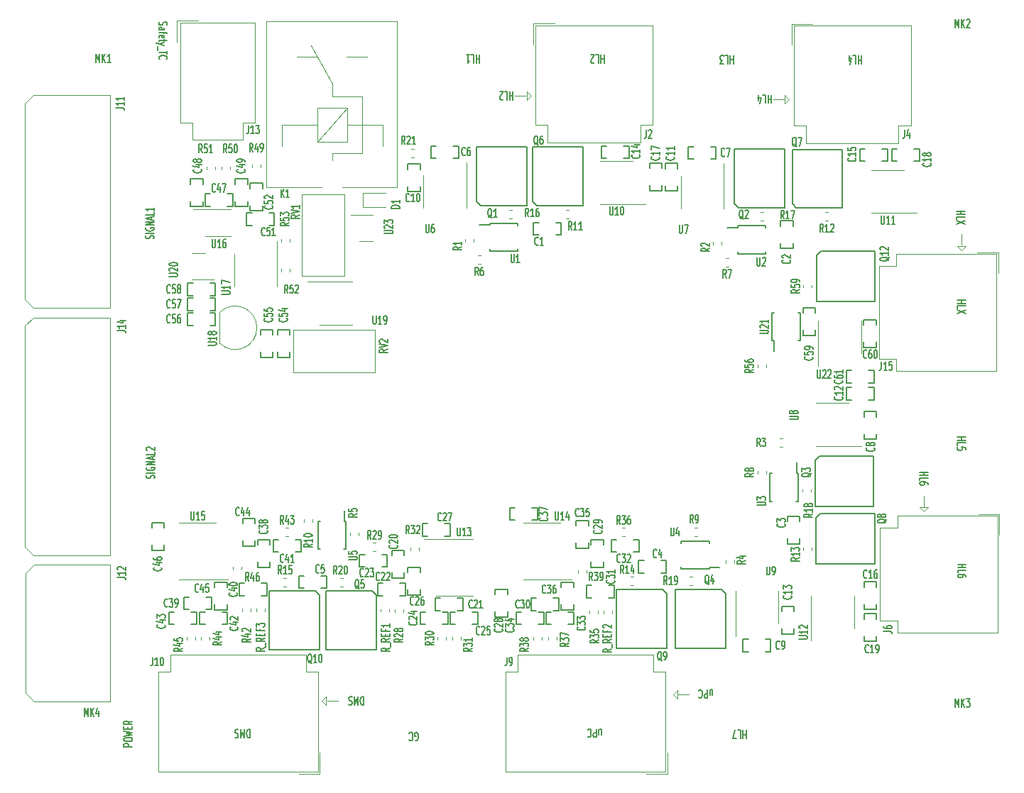
<source format=gbr>
%TF.GenerationSoftware,KiCad,Pcbnew,7.0.6*%
%TF.CreationDate,2023-10-25T23:51:53-07:00*%
%TF.ProjectId,controller-heat,636f6e74-726f-46c6-9c65-722d68656174,rev?*%
%TF.SameCoordinates,Original*%
%TF.FileFunction,Legend,Top*%
%TF.FilePolarity,Positive*%
%FSLAX46Y46*%
G04 Gerber Fmt 4.6, Leading zero omitted, Abs format (unit mm)*
G04 Created by KiCad (PCBNEW 7.0.6) date 2023-10-25 23:51:53*
%MOMM*%
%LPD*%
G01*
G04 APERTURE LIST*
%ADD10C,0.120000*%
%ADD11C,0.153000*%
%ADD12C,0.150000*%
G04 APERTURE END LIST*
D10*
X146367638Y-58356523D02*
X145859638Y-58864523D01*
X193230638Y-107378523D02*
X193230638Y-106108523D01*
X145859638Y-58864523D02*
X145859638Y-57848523D01*
X121932838Y-130086123D02*
X121932838Y-131102123D01*
X197142238Y-76314323D02*
X198158238Y-76314323D01*
X197650238Y-76822323D02*
X197142238Y-76314323D01*
X163919038Y-129832123D02*
X165189038Y-129832123D01*
X193230638Y-108013523D02*
X192722638Y-107505523D01*
X193230638Y-108013523D02*
X193738638Y-107505523D01*
X197650238Y-76822323D02*
X198158238Y-76314323D01*
X146367638Y-58356523D02*
X145859638Y-57848523D01*
X121424838Y-130594123D02*
X121932838Y-130086123D01*
X163284038Y-129832123D02*
X163792038Y-130340123D01*
X145732638Y-58356523D02*
X144462638Y-58356523D01*
X163284038Y-129832123D02*
X163792038Y-129324123D01*
X163792038Y-129324123D02*
X163792038Y-130340123D01*
X192722638Y-107505523D02*
X193738638Y-107505523D01*
X177152438Y-58813723D02*
X176644438Y-58305723D01*
X176517438Y-58813723D02*
X175247438Y-58813723D01*
X122059838Y-130594123D02*
X123329838Y-130594123D01*
X176644438Y-59321723D02*
X176644438Y-58305723D01*
X177152438Y-58813723D02*
X176644438Y-59321723D01*
X197650238Y-76187323D02*
X197650238Y-74917323D01*
X121424838Y-130594123D02*
X121932838Y-131102123D01*
D11*
X154444247Y-134642326D02*
X154444247Y-133975659D01*
X154722819Y-134642326D02*
X154722819Y-134118517D01*
X154722819Y-134118517D02*
X154691866Y-134023279D01*
X154691866Y-134023279D02*
X154629961Y-133975659D01*
X154629961Y-133975659D02*
X154537104Y-133975659D01*
X154537104Y-133975659D02*
X154475200Y-134023279D01*
X154475200Y-134023279D02*
X154444247Y-134070898D01*
X154134724Y-133975659D02*
X154134724Y-134975659D01*
X154134724Y-134975659D02*
X153887105Y-134975659D01*
X153887105Y-134975659D02*
X153825200Y-134928040D01*
X153825200Y-134928040D02*
X153794247Y-134880421D01*
X153794247Y-134880421D02*
X153763295Y-134785183D01*
X153763295Y-134785183D02*
X153763295Y-134642326D01*
X153763295Y-134642326D02*
X153794247Y-134547088D01*
X153794247Y-134547088D02*
X153825200Y-134499469D01*
X153825200Y-134499469D02*
X153887105Y-134451850D01*
X153887105Y-134451850D02*
X154134724Y-134451850D01*
X153113295Y-134070898D02*
X153144247Y-134023279D01*
X153144247Y-134023279D02*
X153237105Y-133975659D01*
X153237105Y-133975659D02*
X153299009Y-133975659D01*
X153299009Y-133975659D02*
X153391866Y-134023279D01*
X153391866Y-134023279D02*
X153453771Y-134118517D01*
X153453771Y-134118517D02*
X153484724Y-134213755D01*
X153484724Y-134213755D02*
X153515676Y-134404231D01*
X153515676Y-134404231D02*
X153515676Y-134547088D01*
X153515676Y-134547088D02*
X153484724Y-134737564D01*
X153484724Y-134737564D02*
X153453771Y-134832802D01*
X153453771Y-134832802D02*
X153391866Y-134928040D01*
X153391866Y-134928040D02*
X153299009Y-134975659D01*
X153299009Y-134975659D02*
X153237105Y-134975659D01*
X153237105Y-134975659D02*
X153144247Y-134928040D01*
X153144247Y-134928040D02*
X153113295Y-134880421D01*
X174992019Y-58283659D02*
X174992019Y-59283659D01*
X174992019Y-58807469D02*
X174620590Y-58807469D01*
X174620590Y-58283659D02*
X174620590Y-59283659D01*
X174001543Y-58283659D02*
X174311067Y-58283659D01*
X174311067Y-58283659D02*
X174311067Y-59283659D01*
X173506305Y-58950326D02*
X173506305Y-58283659D01*
X173661067Y-59331279D02*
X173815829Y-58616993D01*
X173815829Y-58616993D02*
X173413448Y-58616993D01*
X197120174Y-72175541D02*
X198120174Y-72175541D01*
X197643984Y-72175541D02*
X197643984Y-72546970D01*
X197120174Y-72546970D02*
X198120174Y-72546970D01*
X197120174Y-73166017D02*
X197120174Y-72856493D01*
X197120174Y-72856493D02*
X198120174Y-72856493D01*
X198120174Y-73320779D02*
X197120174Y-73754112D01*
X198120174Y-73754112D02*
X197120174Y-73320779D01*
X167703047Y-129968726D02*
X167703047Y-129302059D01*
X167981619Y-129968726D02*
X167981619Y-129444917D01*
X167981619Y-129444917D02*
X167950666Y-129349679D01*
X167950666Y-129349679D02*
X167888761Y-129302059D01*
X167888761Y-129302059D02*
X167795904Y-129302059D01*
X167795904Y-129302059D02*
X167734000Y-129349679D01*
X167734000Y-129349679D02*
X167703047Y-129397298D01*
X167393524Y-129302059D02*
X167393524Y-130302059D01*
X167393524Y-130302059D02*
X167145905Y-130302059D01*
X167145905Y-130302059D02*
X167084000Y-130254440D01*
X167084000Y-130254440D02*
X167053047Y-130206821D01*
X167053047Y-130206821D02*
X167022095Y-130111583D01*
X167022095Y-130111583D02*
X167022095Y-129968726D01*
X167022095Y-129968726D02*
X167053047Y-129873488D01*
X167053047Y-129873488D02*
X167084000Y-129825869D01*
X167084000Y-129825869D02*
X167145905Y-129778250D01*
X167145905Y-129778250D02*
X167393524Y-129778250D01*
X166372095Y-129397298D02*
X166403047Y-129349679D01*
X166403047Y-129349679D02*
X166495905Y-129302059D01*
X166495905Y-129302059D02*
X166557809Y-129302059D01*
X166557809Y-129302059D02*
X166650666Y-129349679D01*
X166650666Y-129349679D02*
X166712571Y-129444917D01*
X166712571Y-129444917D02*
X166743524Y-129540155D01*
X166743524Y-129540155D02*
X166774476Y-129730631D01*
X166774476Y-129730631D02*
X166774476Y-129873488D01*
X166774476Y-129873488D02*
X166743524Y-130063964D01*
X166743524Y-130063964D02*
X166712571Y-130159202D01*
X166712571Y-130159202D02*
X166650666Y-130254440D01*
X166650666Y-130254440D02*
X166557809Y-130302059D01*
X166557809Y-130302059D02*
X166495905Y-130302059D01*
X166495905Y-130302059D02*
X166403047Y-130254440D01*
X166403047Y-130254440D02*
X166372095Y-130206821D01*
X98815501Y-136079104D02*
X97815501Y-136079104D01*
X97815501Y-136079104D02*
X97815501Y-135831485D01*
X97815501Y-135831485D02*
X97863120Y-135769580D01*
X97863120Y-135769580D02*
X97910739Y-135738627D01*
X97910739Y-135738627D02*
X98005977Y-135707675D01*
X98005977Y-135707675D02*
X98148834Y-135707675D01*
X98148834Y-135707675D02*
X98244072Y-135738627D01*
X98244072Y-135738627D02*
X98291691Y-135769580D01*
X98291691Y-135769580D02*
X98339310Y-135831485D01*
X98339310Y-135831485D02*
X98339310Y-136079104D01*
X97815501Y-135305294D02*
X97815501Y-135181485D01*
X97815501Y-135181485D02*
X97863120Y-135119580D01*
X97863120Y-135119580D02*
X97958358Y-135057675D01*
X97958358Y-135057675D02*
X98148834Y-135026723D01*
X98148834Y-135026723D02*
X98482167Y-135026723D01*
X98482167Y-135026723D02*
X98672643Y-135057675D01*
X98672643Y-135057675D02*
X98767882Y-135119580D01*
X98767882Y-135119580D02*
X98815501Y-135181485D01*
X98815501Y-135181485D02*
X98815501Y-135305294D01*
X98815501Y-135305294D02*
X98767882Y-135367199D01*
X98767882Y-135367199D02*
X98672643Y-135429104D01*
X98672643Y-135429104D02*
X98482167Y-135460056D01*
X98482167Y-135460056D02*
X98148834Y-135460056D01*
X98148834Y-135460056D02*
X97958358Y-135429104D01*
X97958358Y-135429104D02*
X97863120Y-135367199D01*
X97863120Y-135367199D02*
X97815501Y-135305294D01*
X97815501Y-134810056D02*
X98815501Y-134655294D01*
X98815501Y-134655294D02*
X98101215Y-134531485D01*
X98101215Y-134531485D02*
X98815501Y-134407675D01*
X98815501Y-134407675D02*
X97815501Y-134252914D01*
X98291691Y-134005295D02*
X98291691Y-133788628D01*
X98815501Y-133695771D02*
X98815501Y-134005295D01*
X98815501Y-134005295D02*
X97815501Y-134005295D01*
X97815501Y-134005295D02*
X97815501Y-133695771D01*
X98815501Y-133045771D02*
X98339310Y-133262438D01*
X98815501Y-133417200D02*
X97815501Y-133417200D01*
X97815501Y-133417200D02*
X97815501Y-133169581D01*
X97815501Y-133169581D02*
X97863120Y-133107676D01*
X97863120Y-133107676D02*
X97910739Y-133076723D01*
X97910739Y-133076723D02*
X98005977Y-133045771D01*
X98005977Y-133045771D02*
X98148834Y-133045771D01*
X98148834Y-133045771D02*
X98244072Y-133076723D01*
X98244072Y-133076723D02*
X98291691Y-133107676D01*
X98291691Y-133107676D02*
X98339310Y-133169581D01*
X98339310Y-133169581D02*
X98339310Y-133417200D01*
X140194019Y-53508459D02*
X140194019Y-54508459D01*
X140194019Y-54032269D02*
X139822590Y-54032269D01*
X139822590Y-53508459D02*
X139822590Y-54508459D01*
X139203543Y-53508459D02*
X139513067Y-53508459D01*
X139513067Y-53508459D02*
X139513067Y-54508459D01*
X138646400Y-53508459D02*
X139017829Y-53508459D01*
X138832115Y-53508459D02*
X138832115Y-54508459D01*
X138832115Y-54508459D02*
X138894019Y-54365602D01*
X138894019Y-54365602D02*
X138955924Y-54270364D01*
X138955924Y-54270364D02*
X139017829Y-54222745D01*
X144207219Y-57877259D02*
X144207219Y-58877259D01*
X144207219Y-58401069D02*
X143835790Y-58401069D01*
X143835790Y-57877259D02*
X143835790Y-58877259D01*
X143216743Y-57877259D02*
X143526267Y-57877259D01*
X143526267Y-57877259D02*
X143526267Y-58877259D01*
X143031029Y-58782021D02*
X143000077Y-58829640D01*
X143000077Y-58829640D02*
X142938172Y-58877259D01*
X142938172Y-58877259D02*
X142783410Y-58877259D01*
X142783410Y-58877259D02*
X142721505Y-58829640D01*
X142721505Y-58829640D02*
X142690553Y-58782021D01*
X142690553Y-58782021D02*
X142659600Y-58686783D01*
X142659600Y-58686783D02*
X142659600Y-58591545D01*
X142659600Y-58591545D02*
X142690553Y-58448688D01*
X142690553Y-58448688D02*
X143061981Y-57877259D01*
X143061981Y-57877259D02*
X142659600Y-57877259D01*
X170470819Y-53559259D02*
X170470819Y-54559259D01*
X170470819Y-54083069D02*
X170099390Y-54083069D01*
X170099390Y-53559259D02*
X170099390Y-54559259D01*
X169480343Y-53559259D02*
X169789867Y-53559259D01*
X169789867Y-53559259D02*
X169789867Y-54559259D01*
X169325581Y-54559259D02*
X168923200Y-54559259D01*
X168923200Y-54559259D02*
X169139867Y-54178307D01*
X169139867Y-54178307D02*
X169047010Y-54178307D01*
X169047010Y-54178307D02*
X168985105Y-54130688D01*
X168985105Y-54130688D02*
X168954153Y-54083069D01*
X168954153Y-54083069D02*
X168923200Y-53987831D01*
X168923200Y-53987831D02*
X168923200Y-53749736D01*
X168923200Y-53749736D02*
X168954153Y-53654498D01*
X168954153Y-53654498D02*
X168985105Y-53606879D01*
X168985105Y-53606879D02*
X169047010Y-53559259D01*
X169047010Y-53559259D02*
X169232724Y-53559259D01*
X169232724Y-53559259D02*
X169294629Y-53606879D01*
X169294629Y-53606879D02*
X169325581Y-53654498D01*
X185761619Y-53610059D02*
X185761619Y-54610059D01*
X185761619Y-54133869D02*
X185390190Y-54133869D01*
X185390190Y-53610059D02*
X185390190Y-54610059D01*
X184771143Y-53610059D02*
X185080667Y-53610059D01*
X185080667Y-53610059D02*
X185080667Y-54610059D01*
X184275905Y-54276726D02*
X184275905Y-53610059D01*
X184430667Y-54657679D02*
X184585429Y-53943393D01*
X184585429Y-53943393D02*
X184183048Y-53943393D01*
X132538342Y-135334440D02*
X132600247Y-135382059D01*
X132600247Y-135382059D02*
X132693104Y-135382059D01*
X132693104Y-135382059D02*
X132785961Y-135334440D01*
X132785961Y-135334440D02*
X132847866Y-135239202D01*
X132847866Y-135239202D02*
X132878819Y-135143964D01*
X132878819Y-135143964D02*
X132909771Y-134953488D01*
X132909771Y-134953488D02*
X132909771Y-134810631D01*
X132909771Y-134810631D02*
X132878819Y-134620155D01*
X132878819Y-134620155D02*
X132847866Y-134524917D01*
X132847866Y-134524917D02*
X132785961Y-134429679D01*
X132785961Y-134429679D02*
X132693104Y-134382059D01*
X132693104Y-134382059D02*
X132631200Y-134382059D01*
X132631200Y-134382059D02*
X132538342Y-134429679D01*
X132538342Y-134429679D02*
X132507390Y-134477298D01*
X132507390Y-134477298D02*
X132507390Y-134810631D01*
X132507390Y-134810631D02*
X132631200Y-134810631D01*
X131857390Y-134477298D02*
X131888342Y-134429679D01*
X131888342Y-134429679D02*
X131981200Y-134382059D01*
X131981200Y-134382059D02*
X132043104Y-134382059D01*
X132043104Y-134382059D02*
X132135961Y-134429679D01*
X132135961Y-134429679D02*
X132197866Y-134524917D01*
X132197866Y-134524917D02*
X132228819Y-134620155D01*
X132228819Y-134620155D02*
X132259771Y-134810631D01*
X132259771Y-134810631D02*
X132259771Y-134953488D01*
X132259771Y-134953488D02*
X132228819Y-135143964D01*
X132228819Y-135143964D02*
X132197866Y-135239202D01*
X132197866Y-135239202D02*
X132135961Y-135334440D01*
X132135961Y-135334440D02*
X132043104Y-135382059D01*
X132043104Y-135382059D02*
X131981200Y-135382059D01*
X131981200Y-135382059D02*
X131888342Y-135334440D01*
X131888342Y-135334440D02*
X131857390Y-135286821D01*
X101358682Y-75454856D02*
X101406301Y-75361999D01*
X101406301Y-75361999D02*
X101406301Y-75207237D01*
X101406301Y-75207237D02*
X101358682Y-75145332D01*
X101358682Y-75145332D02*
X101311062Y-75114380D01*
X101311062Y-75114380D02*
X101215824Y-75083427D01*
X101215824Y-75083427D02*
X101120586Y-75083427D01*
X101120586Y-75083427D02*
X101025348Y-75114380D01*
X101025348Y-75114380D02*
X100977729Y-75145332D01*
X100977729Y-75145332D02*
X100930110Y-75207237D01*
X100930110Y-75207237D02*
X100882491Y-75331046D01*
X100882491Y-75331046D02*
X100834872Y-75392951D01*
X100834872Y-75392951D02*
X100787253Y-75423904D01*
X100787253Y-75423904D02*
X100692015Y-75454856D01*
X100692015Y-75454856D02*
X100596777Y-75454856D01*
X100596777Y-75454856D02*
X100501539Y-75423904D01*
X100501539Y-75423904D02*
X100453920Y-75392951D01*
X100453920Y-75392951D02*
X100406301Y-75331046D01*
X100406301Y-75331046D02*
X100406301Y-75176285D01*
X100406301Y-75176285D02*
X100453920Y-75083427D01*
X101406301Y-74804856D02*
X100406301Y-74804856D01*
X100453920Y-74154855D02*
X100406301Y-74216760D01*
X100406301Y-74216760D02*
X100406301Y-74309617D01*
X100406301Y-74309617D02*
X100453920Y-74402474D01*
X100453920Y-74402474D02*
X100549158Y-74464379D01*
X100549158Y-74464379D02*
X100644396Y-74495332D01*
X100644396Y-74495332D02*
X100834872Y-74526284D01*
X100834872Y-74526284D02*
X100977729Y-74526284D01*
X100977729Y-74526284D02*
X101168205Y-74495332D01*
X101168205Y-74495332D02*
X101263443Y-74464379D01*
X101263443Y-74464379D02*
X101358682Y-74402474D01*
X101358682Y-74402474D02*
X101406301Y-74309617D01*
X101406301Y-74309617D02*
X101406301Y-74247713D01*
X101406301Y-74247713D02*
X101358682Y-74154855D01*
X101358682Y-74154855D02*
X101311062Y-74123903D01*
X101311062Y-74123903D02*
X100977729Y-74123903D01*
X100977729Y-74123903D02*
X100977729Y-74247713D01*
X101406301Y-73845332D02*
X100406301Y-73845332D01*
X100406301Y-73845332D02*
X101406301Y-73473903D01*
X101406301Y-73473903D02*
X100406301Y-73473903D01*
X101120586Y-73195332D02*
X101120586Y-72885808D01*
X101406301Y-73257237D02*
X100406301Y-73040570D01*
X100406301Y-73040570D02*
X101406301Y-72823903D01*
X101406301Y-72297713D02*
X101406301Y-72607237D01*
X101406301Y-72607237D02*
X100406301Y-72607237D01*
X101406301Y-71740570D02*
X101406301Y-72111999D01*
X101406301Y-71926285D02*
X100406301Y-71926285D01*
X100406301Y-71926285D02*
X100549158Y-71988189D01*
X100549158Y-71988189D02*
X100644396Y-72050094D01*
X100644396Y-72050094D02*
X100692015Y-72111999D01*
X102019394Y-49589389D02*
X101971774Y-49682246D01*
X101971774Y-49682246D02*
X101971774Y-49837008D01*
X101971774Y-49837008D02*
X102019394Y-49898913D01*
X102019394Y-49898913D02*
X102067013Y-49929865D01*
X102067013Y-49929865D02*
X102162251Y-49960818D01*
X102162251Y-49960818D02*
X102257489Y-49960818D01*
X102257489Y-49960818D02*
X102352727Y-49929865D01*
X102352727Y-49929865D02*
X102400346Y-49898913D01*
X102400346Y-49898913D02*
X102447965Y-49837008D01*
X102447965Y-49837008D02*
X102495584Y-49713199D01*
X102495584Y-49713199D02*
X102543203Y-49651294D01*
X102543203Y-49651294D02*
X102590822Y-49620341D01*
X102590822Y-49620341D02*
X102686060Y-49589389D01*
X102686060Y-49589389D02*
X102781298Y-49589389D01*
X102781298Y-49589389D02*
X102876536Y-49620341D01*
X102876536Y-49620341D02*
X102924155Y-49651294D01*
X102924155Y-49651294D02*
X102971774Y-49713199D01*
X102971774Y-49713199D02*
X102971774Y-49867960D01*
X102971774Y-49867960D02*
X102924155Y-49960818D01*
X101971774Y-50517961D02*
X102495584Y-50517961D01*
X102495584Y-50517961D02*
X102590822Y-50487008D01*
X102590822Y-50487008D02*
X102638441Y-50425104D01*
X102638441Y-50425104D02*
X102638441Y-50301294D01*
X102638441Y-50301294D02*
X102590822Y-50239389D01*
X102019394Y-50517961D02*
X101971774Y-50456056D01*
X101971774Y-50456056D02*
X101971774Y-50301294D01*
X101971774Y-50301294D02*
X102019394Y-50239389D01*
X102019394Y-50239389D02*
X102114632Y-50208437D01*
X102114632Y-50208437D02*
X102209870Y-50208437D01*
X102209870Y-50208437D02*
X102305108Y-50239389D01*
X102305108Y-50239389D02*
X102352727Y-50301294D01*
X102352727Y-50301294D02*
X102352727Y-50456056D01*
X102352727Y-50456056D02*
X102400346Y-50517961D01*
X102638441Y-50734627D02*
X102638441Y-50982246D01*
X101971774Y-50827484D02*
X102828917Y-50827484D01*
X102828917Y-50827484D02*
X102924155Y-50858437D01*
X102924155Y-50858437D02*
X102971774Y-50920342D01*
X102971774Y-50920342D02*
X102971774Y-50982246D01*
X102019394Y-51446532D02*
X101971774Y-51384628D01*
X101971774Y-51384628D02*
X101971774Y-51260818D01*
X101971774Y-51260818D02*
X102019394Y-51198913D01*
X102019394Y-51198913D02*
X102114632Y-51167961D01*
X102114632Y-51167961D02*
X102495584Y-51167961D01*
X102495584Y-51167961D02*
X102590822Y-51198913D01*
X102590822Y-51198913D02*
X102638441Y-51260818D01*
X102638441Y-51260818D02*
X102638441Y-51384628D01*
X102638441Y-51384628D02*
X102590822Y-51446532D01*
X102590822Y-51446532D02*
X102495584Y-51477485D01*
X102495584Y-51477485D02*
X102400346Y-51477485D01*
X102400346Y-51477485D02*
X102305108Y-51167961D01*
X102638441Y-51663199D02*
X102638441Y-51910818D01*
X102971774Y-51756056D02*
X102114632Y-51756056D01*
X102114632Y-51756056D02*
X102019394Y-51787009D01*
X102019394Y-51787009D02*
X101971774Y-51848914D01*
X101971774Y-51848914D02*
X101971774Y-51910818D01*
X102638441Y-52065581D02*
X101971774Y-52220343D01*
X102638441Y-52375104D02*
X101971774Y-52220343D01*
X101971774Y-52220343D02*
X101733679Y-52158438D01*
X101733679Y-52158438D02*
X101686060Y-52127485D01*
X101686060Y-52127485D02*
X101638441Y-52065581D01*
X101876536Y-52467962D02*
X101876536Y-52963200D01*
X102971774Y-53025104D02*
X102971774Y-53396533D01*
X101971774Y-53210819D02*
X102971774Y-53210819D01*
X102067013Y-53984628D02*
X102019394Y-53953676D01*
X102019394Y-53953676D02*
X101971774Y-53860818D01*
X101971774Y-53860818D02*
X101971774Y-53798914D01*
X101971774Y-53798914D02*
X102019394Y-53706057D01*
X102019394Y-53706057D02*
X102114632Y-53644152D01*
X102114632Y-53644152D02*
X102209870Y-53613199D01*
X102209870Y-53613199D02*
X102400346Y-53582247D01*
X102400346Y-53582247D02*
X102543203Y-53582247D01*
X102543203Y-53582247D02*
X102733679Y-53613199D01*
X102733679Y-53613199D02*
X102828917Y-53644152D01*
X102828917Y-53644152D02*
X102924155Y-53706057D01*
X102924155Y-53706057D02*
X102971774Y-53798914D01*
X102971774Y-53798914D02*
X102971774Y-53860818D01*
X102971774Y-53860818D02*
X102924155Y-53953676D01*
X102924155Y-53953676D02*
X102876536Y-53984628D01*
X126376419Y-130114859D02*
X126376419Y-131114859D01*
X126376419Y-131114859D02*
X126221657Y-131114859D01*
X126221657Y-131114859D02*
X126128800Y-131067240D01*
X126128800Y-131067240D02*
X126066895Y-130972002D01*
X126066895Y-130972002D02*
X126035942Y-130876764D01*
X126035942Y-130876764D02*
X126004990Y-130686288D01*
X126004990Y-130686288D02*
X126004990Y-130543431D01*
X126004990Y-130543431D02*
X126035942Y-130352955D01*
X126035942Y-130352955D02*
X126066895Y-130257717D01*
X126066895Y-130257717D02*
X126128800Y-130162479D01*
X126128800Y-130162479D02*
X126221657Y-130114859D01*
X126221657Y-130114859D02*
X126376419Y-130114859D01*
X125726419Y-130114859D02*
X125726419Y-131114859D01*
X125726419Y-131114859D02*
X125509752Y-130400574D01*
X125509752Y-130400574D02*
X125293085Y-131114859D01*
X125293085Y-131114859D02*
X125293085Y-130114859D01*
X125014514Y-130162479D02*
X124921657Y-130114859D01*
X124921657Y-130114859D02*
X124766895Y-130114859D01*
X124766895Y-130114859D02*
X124704990Y-130162479D01*
X124704990Y-130162479D02*
X124674038Y-130210098D01*
X124674038Y-130210098D02*
X124643085Y-130305336D01*
X124643085Y-130305336D02*
X124643085Y-130400574D01*
X124643085Y-130400574D02*
X124674038Y-130495812D01*
X124674038Y-130495812D02*
X124704990Y-130543431D01*
X124704990Y-130543431D02*
X124766895Y-130591050D01*
X124766895Y-130591050D02*
X124890704Y-130638669D01*
X124890704Y-130638669D02*
X124952609Y-130686288D01*
X124952609Y-130686288D02*
X124983562Y-130733907D01*
X124983562Y-130733907D02*
X125014514Y-130829145D01*
X125014514Y-130829145D02*
X125014514Y-130924383D01*
X125014514Y-130924383D02*
X124983562Y-131019621D01*
X124983562Y-131019621D02*
X124952609Y-131067240D01*
X124952609Y-131067240D02*
X124890704Y-131114859D01*
X124890704Y-131114859D02*
X124735943Y-131114859D01*
X124735943Y-131114859D02*
X124643085Y-131067240D01*
X197170974Y-82792741D02*
X198170974Y-82792741D01*
X197694784Y-82792741D02*
X197694784Y-83164170D01*
X197170974Y-83164170D02*
X198170974Y-83164170D01*
X197170974Y-83783217D02*
X197170974Y-83473693D01*
X197170974Y-83473693D02*
X198170974Y-83473693D01*
X198170974Y-83937979D02*
X197170974Y-84371312D01*
X198170974Y-84371312D02*
X197170974Y-83937979D01*
X171994819Y-134128059D02*
X171994819Y-135128059D01*
X171994819Y-134651869D02*
X171623390Y-134651869D01*
X171623390Y-134128059D02*
X171623390Y-135128059D01*
X171004343Y-134128059D02*
X171313867Y-134128059D01*
X171313867Y-134128059D02*
X171313867Y-135128059D01*
X170849581Y-135128059D02*
X170416248Y-135128059D01*
X170416248Y-135128059D02*
X170694819Y-134128059D01*
X197170974Y-99150341D02*
X198170974Y-99150341D01*
X197694784Y-99150341D02*
X197694784Y-99521770D01*
X197170974Y-99521770D02*
X198170974Y-99521770D01*
X197170974Y-100140817D02*
X197170974Y-99831293D01*
X197170974Y-99831293D02*
X198170974Y-99831293D01*
X198170974Y-100667007D02*
X198170974Y-100357483D01*
X198170974Y-100357483D02*
X197694784Y-100326531D01*
X197694784Y-100326531D02*
X197742403Y-100357483D01*
X197742403Y-100357483D02*
X197790022Y-100419388D01*
X197790022Y-100419388D02*
X197790022Y-100574150D01*
X197790022Y-100574150D02*
X197742403Y-100636055D01*
X197742403Y-100636055D02*
X197694784Y-100667007D01*
X197694784Y-100667007D02*
X197599546Y-100697960D01*
X197599546Y-100697960D02*
X197361451Y-100697960D01*
X197361451Y-100697960D02*
X197266213Y-100667007D01*
X197266213Y-100667007D02*
X197218594Y-100636055D01*
X197218594Y-100636055D02*
X197170974Y-100574150D01*
X197170974Y-100574150D02*
X197170974Y-100419388D01*
X197170974Y-100419388D02*
X197218594Y-100357483D01*
X197218594Y-100357483D02*
X197266213Y-100326531D01*
X155078419Y-53508459D02*
X155078419Y-54508459D01*
X155078419Y-54032269D02*
X154706990Y-54032269D01*
X154706990Y-53508459D02*
X154706990Y-54508459D01*
X154087943Y-53508459D02*
X154397467Y-53508459D01*
X154397467Y-53508459D02*
X154397467Y-54508459D01*
X153902229Y-54413221D02*
X153871277Y-54460840D01*
X153871277Y-54460840D02*
X153809372Y-54508459D01*
X153809372Y-54508459D02*
X153654610Y-54508459D01*
X153654610Y-54508459D02*
X153592705Y-54460840D01*
X153592705Y-54460840D02*
X153561753Y-54413221D01*
X153561753Y-54413221D02*
X153530800Y-54317983D01*
X153530800Y-54317983D02*
X153530800Y-54222745D01*
X153530800Y-54222745D02*
X153561753Y-54079888D01*
X153561753Y-54079888D02*
X153933181Y-53508459D01*
X153933181Y-53508459D02*
X153530800Y-53508459D01*
X197221774Y-114339541D02*
X198221774Y-114339541D01*
X197745584Y-114339541D02*
X197745584Y-114710970D01*
X197221774Y-114710970D02*
X198221774Y-114710970D01*
X197221774Y-115330017D02*
X197221774Y-115020493D01*
X197221774Y-115020493D02*
X198221774Y-115020493D01*
X198221774Y-115825255D02*
X198221774Y-115701445D01*
X198221774Y-115701445D02*
X198174155Y-115639541D01*
X198174155Y-115639541D02*
X198126536Y-115608588D01*
X198126536Y-115608588D02*
X197983679Y-115546683D01*
X197983679Y-115546683D02*
X197793203Y-115515731D01*
X197793203Y-115515731D02*
X197412251Y-115515731D01*
X197412251Y-115515731D02*
X197317013Y-115546683D01*
X197317013Y-115546683D02*
X197269394Y-115577636D01*
X197269394Y-115577636D02*
X197221774Y-115639541D01*
X197221774Y-115639541D02*
X197221774Y-115763350D01*
X197221774Y-115763350D02*
X197269394Y-115825255D01*
X197269394Y-115825255D02*
X197317013Y-115856207D01*
X197317013Y-115856207D02*
X197412251Y-115887160D01*
X197412251Y-115887160D02*
X197650346Y-115887160D01*
X197650346Y-115887160D02*
X197745584Y-115856207D01*
X197745584Y-115856207D02*
X197793203Y-115825255D01*
X197793203Y-115825255D02*
X197840822Y-115763350D01*
X197840822Y-115763350D02*
X197840822Y-115639541D01*
X197840822Y-115639541D02*
X197793203Y-115577636D01*
X197793203Y-115577636D02*
X197745584Y-115546683D01*
X197745584Y-115546683D02*
X197650346Y-115515731D01*
X192700574Y-103315941D02*
X193700574Y-103315941D01*
X193224384Y-103315941D02*
X193224384Y-103687370D01*
X192700574Y-103687370D02*
X193700574Y-103687370D01*
X192700574Y-104306417D02*
X192700574Y-103996893D01*
X192700574Y-103996893D02*
X193700574Y-103996893D01*
X193700574Y-104801655D02*
X193700574Y-104677845D01*
X193700574Y-104677845D02*
X193652955Y-104615941D01*
X193652955Y-104615941D02*
X193605336Y-104584988D01*
X193605336Y-104584988D02*
X193462479Y-104523083D01*
X193462479Y-104523083D02*
X193272003Y-104492131D01*
X193272003Y-104492131D02*
X192891051Y-104492131D01*
X192891051Y-104492131D02*
X192795813Y-104523083D01*
X192795813Y-104523083D02*
X192748194Y-104554036D01*
X192748194Y-104554036D02*
X192700574Y-104615941D01*
X192700574Y-104615941D02*
X192700574Y-104739750D01*
X192700574Y-104739750D02*
X192748194Y-104801655D01*
X192748194Y-104801655D02*
X192795813Y-104832607D01*
X192795813Y-104832607D02*
X192891051Y-104863560D01*
X192891051Y-104863560D02*
X193129146Y-104863560D01*
X193129146Y-104863560D02*
X193224384Y-104832607D01*
X193224384Y-104832607D02*
X193272003Y-104801655D01*
X193272003Y-104801655D02*
X193319622Y-104739750D01*
X193319622Y-104739750D02*
X193319622Y-104615941D01*
X193319622Y-104615941D02*
X193272003Y-104554036D01*
X193272003Y-104554036D02*
X193224384Y-104523083D01*
X193224384Y-104523083D02*
X193129146Y-104492131D01*
X101460282Y-104055256D02*
X101507901Y-103962399D01*
X101507901Y-103962399D02*
X101507901Y-103807637D01*
X101507901Y-103807637D02*
X101460282Y-103745732D01*
X101460282Y-103745732D02*
X101412662Y-103714780D01*
X101412662Y-103714780D02*
X101317424Y-103683827D01*
X101317424Y-103683827D02*
X101222186Y-103683827D01*
X101222186Y-103683827D02*
X101126948Y-103714780D01*
X101126948Y-103714780D02*
X101079329Y-103745732D01*
X101079329Y-103745732D02*
X101031710Y-103807637D01*
X101031710Y-103807637D02*
X100984091Y-103931446D01*
X100984091Y-103931446D02*
X100936472Y-103993351D01*
X100936472Y-103993351D02*
X100888853Y-104024304D01*
X100888853Y-104024304D02*
X100793615Y-104055256D01*
X100793615Y-104055256D02*
X100698377Y-104055256D01*
X100698377Y-104055256D02*
X100603139Y-104024304D01*
X100603139Y-104024304D02*
X100555520Y-103993351D01*
X100555520Y-103993351D02*
X100507901Y-103931446D01*
X100507901Y-103931446D02*
X100507901Y-103776685D01*
X100507901Y-103776685D02*
X100555520Y-103683827D01*
X101507901Y-103405256D02*
X100507901Y-103405256D01*
X100555520Y-102755255D02*
X100507901Y-102817160D01*
X100507901Y-102817160D02*
X100507901Y-102910017D01*
X100507901Y-102910017D02*
X100555520Y-103002874D01*
X100555520Y-103002874D02*
X100650758Y-103064779D01*
X100650758Y-103064779D02*
X100745996Y-103095732D01*
X100745996Y-103095732D02*
X100936472Y-103126684D01*
X100936472Y-103126684D02*
X101079329Y-103126684D01*
X101079329Y-103126684D02*
X101269805Y-103095732D01*
X101269805Y-103095732D02*
X101365043Y-103064779D01*
X101365043Y-103064779D02*
X101460282Y-103002874D01*
X101460282Y-103002874D02*
X101507901Y-102910017D01*
X101507901Y-102910017D02*
X101507901Y-102848113D01*
X101507901Y-102848113D02*
X101460282Y-102755255D01*
X101460282Y-102755255D02*
X101412662Y-102724303D01*
X101412662Y-102724303D02*
X101079329Y-102724303D01*
X101079329Y-102724303D02*
X101079329Y-102848113D01*
X101507901Y-102445732D02*
X100507901Y-102445732D01*
X100507901Y-102445732D02*
X101507901Y-102074303D01*
X101507901Y-102074303D02*
X100507901Y-102074303D01*
X101222186Y-101795732D02*
X101222186Y-101486208D01*
X101507901Y-101857637D02*
X100507901Y-101640970D01*
X100507901Y-101640970D02*
X101507901Y-101424303D01*
X101507901Y-100898113D02*
X101507901Y-101207637D01*
X101507901Y-101207637D02*
X100507901Y-101207637D01*
X100603139Y-100712399D02*
X100555520Y-100681447D01*
X100555520Y-100681447D02*
X100507901Y-100619542D01*
X100507901Y-100619542D02*
X100507901Y-100464780D01*
X100507901Y-100464780D02*
X100555520Y-100402875D01*
X100555520Y-100402875D02*
X100603139Y-100371923D01*
X100603139Y-100371923D02*
X100698377Y-100340970D01*
X100698377Y-100340970D02*
X100793615Y-100340970D01*
X100793615Y-100340970D02*
X100936472Y-100371923D01*
X100936472Y-100371923D02*
X101507901Y-100743351D01*
X101507901Y-100743351D02*
X101507901Y-100340970D01*
X112812819Y-134026459D02*
X112812819Y-135026459D01*
X112812819Y-135026459D02*
X112658057Y-135026459D01*
X112658057Y-135026459D02*
X112565200Y-134978840D01*
X112565200Y-134978840D02*
X112503295Y-134883602D01*
X112503295Y-134883602D02*
X112472342Y-134788364D01*
X112472342Y-134788364D02*
X112441390Y-134597888D01*
X112441390Y-134597888D02*
X112441390Y-134455031D01*
X112441390Y-134455031D02*
X112472342Y-134264555D01*
X112472342Y-134264555D02*
X112503295Y-134169317D01*
X112503295Y-134169317D02*
X112565200Y-134074079D01*
X112565200Y-134074079D02*
X112658057Y-134026459D01*
X112658057Y-134026459D02*
X112812819Y-134026459D01*
X112162819Y-134026459D02*
X112162819Y-135026459D01*
X112162819Y-135026459D02*
X111946152Y-134312174D01*
X111946152Y-134312174D02*
X111729485Y-135026459D01*
X111729485Y-135026459D02*
X111729485Y-134026459D01*
X111450914Y-134074079D02*
X111358057Y-134026459D01*
X111358057Y-134026459D02*
X111203295Y-134026459D01*
X111203295Y-134026459D02*
X111141390Y-134074079D01*
X111141390Y-134074079D02*
X111110438Y-134121698D01*
X111110438Y-134121698D02*
X111079485Y-134216936D01*
X111079485Y-134216936D02*
X111079485Y-134312174D01*
X111079485Y-134312174D02*
X111110438Y-134407412D01*
X111110438Y-134407412D02*
X111141390Y-134455031D01*
X111141390Y-134455031D02*
X111203295Y-134502650D01*
X111203295Y-134502650D02*
X111327104Y-134550269D01*
X111327104Y-134550269D02*
X111389009Y-134597888D01*
X111389009Y-134597888D02*
X111419962Y-134645507D01*
X111419962Y-134645507D02*
X111450914Y-134740745D01*
X111450914Y-134740745D02*
X111450914Y-134835983D01*
X111450914Y-134835983D02*
X111419962Y-134931221D01*
X111419962Y-134931221D02*
X111389009Y-134978840D01*
X111389009Y-134978840D02*
X111327104Y-135026459D01*
X111327104Y-135026459D02*
X111172343Y-135026459D01*
X111172343Y-135026459D02*
X111079485Y-134978840D01*
X176518542Y-73085986D02*
X176301875Y-72609795D01*
X176147113Y-73085986D02*
X176147113Y-72085986D01*
X176147113Y-72085986D02*
X176394732Y-72085986D01*
X176394732Y-72085986D02*
X176456637Y-72133605D01*
X176456637Y-72133605D02*
X176487590Y-72181224D01*
X176487590Y-72181224D02*
X176518542Y-72276462D01*
X176518542Y-72276462D02*
X176518542Y-72419319D01*
X176518542Y-72419319D02*
X176487590Y-72514557D01*
X176487590Y-72514557D02*
X176456637Y-72562176D01*
X176456637Y-72562176D02*
X176394732Y-72609795D01*
X176394732Y-72609795D02*
X176147113Y-72609795D01*
X177137590Y-73085986D02*
X176766161Y-73085986D01*
X176951875Y-73085986D02*
X176951875Y-72085986D01*
X176951875Y-72085986D02*
X176889971Y-72228843D01*
X176889971Y-72228843D02*
X176828066Y-72324081D01*
X176828066Y-72324081D02*
X176766161Y-72371700D01*
X177354257Y-72085986D02*
X177787590Y-72085986D01*
X177787590Y-72085986D02*
X177509019Y-73085986D01*
X148108780Y-117694747D02*
X148077828Y-117742367D01*
X148077828Y-117742367D02*
X147984970Y-117789986D01*
X147984970Y-117789986D02*
X147923066Y-117789986D01*
X147923066Y-117789986D02*
X147830209Y-117742367D01*
X147830209Y-117742367D02*
X147768304Y-117647128D01*
X147768304Y-117647128D02*
X147737351Y-117551890D01*
X147737351Y-117551890D02*
X147706399Y-117361414D01*
X147706399Y-117361414D02*
X147706399Y-117218557D01*
X147706399Y-117218557D02*
X147737351Y-117028081D01*
X147737351Y-117028081D02*
X147768304Y-116932843D01*
X147768304Y-116932843D02*
X147830209Y-116837605D01*
X147830209Y-116837605D02*
X147923066Y-116789986D01*
X147923066Y-116789986D02*
X147984970Y-116789986D01*
X147984970Y-116789986D02*
X148077828Y-116837605D01*
X148077828Y-116837605D02*
X148108780Y-116885224D01*
X148325447Y-116789986D02*
X148727828Y-116789986D01*
X148727828Y-116789986D02*
X148511161Y-117170938D01*
X148511161Y-117170938D02*
X148604018Y-117170938D01*
X148604018Y-117170938D02*
X148665923Y-117218557D01*
X148665923Y-117218557D02*
X148696875Y-117266176D01*
X148696875Y-117266176D02*
X148727828Y-117361414D01*
X148727828Y-117361414D02*
X148727828Y-117599509D01*
X148727828Y-117599509D02*
X148696875Y-117694747D01*
X148696875Y-117694747D02*
X148665923Y-117742367D01*
X148665923Y-117742367D02*
X148604018Y-117789986D01*
X148604018Y-117789986D02*
X148418304Y-117789986D01*
X148418304Y-117789986D02*
X148356399Y-117742367D01*
X148356399Y-117742367D02*
X148325447Y-117694747D01*
X149284971Y-116789986D02*
X149161161Y-116789986D01*
X149161161Y-116789986D02*
X149099257Y-116837605D01*
X149099257Y-116837605D02*
X149068304Y-116885224D01*
X149068304Y-116885224D02*
X149006399Y-117028081D01*
X149006399Y-117028081D02*
X148975447Y-117218557D01*
X148975447Y-117218557D02*
X148975447Y-117599509D01*
X148975447Y-117599509D02*
X149006399Y-117694747D01*
X149006399Y-117694747D02*
X149037352Y-117742367D01*
X149037352Y-117742367D02*
X149099257Y-117789986D01*
X149099257Y-117789986D02*
X149223066Y-117789986D01*
X149223066Y-117789986D02*
X149284971Y-117742367D01*
X149284971Y-117742367D02*
X149315923Y-117694747D01*
X149315923Y-117694747D02*
X149346876Y-117599509D01*
X149346876Y-117599509D02*
X149346876Y-117361414D01*
X149346876Y-117361414D02*
X149315923Y-117266176D01*
X149315923Y-117266176D02*
X149284971Y-117218557D01*
X149284971Y-117218557D02*
X149223066Y-117170938D01*
X149223066Y-117170938D02*
X149099257Y-117170938D01*
X149099257Y-117170938D02*
X149037352Y-117218557D01*
X149037352Y-117218557D02*
X149006399Y-117266176D01*
X149006399Y-117266176D02*
X148975447Y-117361414D01*
X188145009Y-90132663D02*
X188145009Y-90846948D01*
X188145009Y-90846948D02*
X188114056Y-90989805D01*
X188114056Y-90989805D02*
X188052152Y-91085044D01*
X188052152Y-91085044D02*
X187959294Y-91132663D01*
X187959294Y-91132663D02*
X187897390Y-91132663D01*
X188795009Y-91132663D02*
X188423580Y-91132663D01*
X188609294Y-91132663D02*
X188609294Y-90132663D01*
X188609294Y-90132663D02*
X188547390Y-90275520D01*
X188547390Y-90275520D02*
X188485485Y-90370758D01*
X188485485Y-90370758D02*
X188423580Y-90418377D01*
X189383104Y-90132663D02*
X189073580Y-90132663D01*
X189073580Y-90132663D02*
X189042628Y-90608853D01*
X189042628Y-90608853D02*
X189073580Y-90561234D01*
X189073580Y-90561234D02*
X189135485Y-90513615D01*
X189135485Y-90513615D02*
X189290247Y-90513615D01*
X189290247Y-90513615D02*
X189352152Y-90561234D01*
X189352152Y-90561234D02*
X189383104Y-90608853D01*
X189383104Y-90608853D02*
X189414057Y-90704091D01*
X189414057Y-90704091D02*
X189414057Y-90942186D01*
X189414057Y-90942186D02*
X189383104Y-91037424D01*
X189383104Y-91037424D02*
X189352152Y-91085044D01*
X189352152Y-91085044D02*
X189290247Y-91132663D01*
X189290247Y-91132663D02*
X189135485Y-91132663D01*
X189135485Y-91132663D02*
X189073580Y-91085044D01*
X189073580Y-91085044D02*
X189042628Y-91037424D01*
X177334062Y-118088180D02*
X177381682Y-118119132D01*
X177381682Y-118119132D02*
X177429301Y-118211990D01*
X177429301Y-118211990D02*
X177429301Y-118273894D01*
X177429301Y-118273894D02*
X177381682Y-118366751D01*
X177381682Y-118366751D02*
X177286443Y-118428656D01*
X177286443Y-118428656D02*
X177191205Y-118459609D01*
X177191205Y-118459609D02*
X177000729Y-118490561D01*
X177000729Y-118490561D02*
X176857872Y-118490561D01*
X176857872Y-118490561D02*
X176667396Y-118459609D01*
X176667396Y-118459609D02*
X176572158Y-118428656D01*
X176572158Y-118428656D02*
X176476920Y-118366751D01*
X176476920Y-118366751D02*
X176429301Y-118273894D01*
X176429301Y-118273894D02*
X176429301Y-118211990D01*
X176429301Y-118211990D02*
X176476920Y-118119132D01*
X176476920Y-118119132D02*
X176524539Y-118088180D01*
X177429301Y-117469132D02*
X177429301Y-117840561D01*
X177429301Y-117654847D02*
X176429301Y-117654847D01*
X176429301Y-117654847D02*
X176572158Y-117716751D01*
X176572158Y-117716751D02*
X176667396Y-117778656D01*
X176667396Y-117778656D02*
X176715015Y-117840561D01*
X176429301Y-117252465D02*
X176429301Y-116850084D01*
X176429301Y-116850084D02*
X176810253Y-117066751D01*
X176810253Y-117066751D02*
X176810253Y-116973894D01*
X176810253Y-116973894D02*
X176857872Y-116911989D01*
X176857872Y-116911989D02*
X176905491Y-116881037D01*
X176905491Y-116881037D02*
X177000729Y-116850084D01*
X177000729Y-116850084D02*
X177238824Y-116850084D01*
X177238824Y-116850084D02*
X177334062Y-116881037D01*
X177334062Y-116881037D02*
X177381682Y-116911989D01*
X177381682Y-116911989D02*
X177429301Y-116973894D01*
X177429301Y-116973894D02*
X177429301Y-117159608D01*
X177429301Y-117159608D02*
X177381682Y-117221513D01*
X177381682Y-117221513D02*
X177334062Y-117252465D01*
X188379863Y-122289066D02*
X189094148Y-122289066D01*
X189094148Y-122289066D02*
X189237005Y-122320019D01*
X189237005Y-122320019D02*
X189332244Y-122381923D01*
X189332244Y-122381923D02*
X189379863Y-122474781D01*
X189379863Y-122474781D02*
X189379863Y-122536685D01*
X188379863Y-121700971D02*
X188379863Y-121824781D01*
X188379863Y-121824781D02*
X188427482Y-121886685D01*
X188427482Y-121886685D02*
X188475101Y-121917638D01*
X188475101Y-121917638D02*
X188617958Y-121979543D01*
X188617958Y-121979543D02*
X188808434Y-122010495D01*
X188808434Y-122010495D02*
X189189386Y-122010495D01*
X189189386Y-122010495D02*
X189284624Y-121979543D01*
X189284624Y-121979543D02*
X189332244Y-121948590D01*
X189332244Y-121948590D02*
X189379863Y-121886685D01*
X189379863Y-121886685D02*
X189379863Y-121762876D01*
X189379863Y-121762876D02*
X189332244Y-121700971D01*
X189332244Y-121700971D02*
X189284624Y-121670019D01*
X189284624Y-121670019D02*
X189189386Y-121639066D01*
X189189386Y-121639066D02*
X188951291Y-121639066D01*
X188951291Y-121639066D02*
X188856053Y-121670019D01*
X188856053Y-121670019D02*
X188808434Y-121700971D01*
X188808434Y-121700971D02*
X188760815Y-121762876D01*
X188760815Y-121762876D02*
X188760815Y-121886685D01*
X188760815Y-121886685D02*
X188808434Y-121948590D01*
X188808434Y-121948590D02*
X188856053Y-121979543D01*
X188856053Y-121979543D02*
X188951291Y-122010495D01*
X111255824Y-117753180D02*
X111303444Y-117784132D01*
X111303444Y-117784132D02*
X111351063Y-117876990D01*
X111351063Y-117876990D02*
X111351063Y-117938894D01*
X111351063Y-117938894D02*
X111303444Y-118031751D01*
X111303444Y-118031751D02*
X111208205Y-118093656D01*
X111208205Y-118093656D02*
X111112967Y-118124609D01*
X111112967Y-118124609D02*
X110922491Y-118155561D01*
X110922491Y-118155561D02*
X110779634Y-118155561D01*
X110779634Y-118155561D02*
X110589158Y-118124609D01*
X110589158Y-118124609D02*
X110493920Y-118093656D01*
X110493920Y-118093656D02*
X110398682Y-118031751D01*
X110398682Y-118031751D02*
X110351063Y-117938894D01*
X110351063Y-117938894D02*
X110351063Y-117876990D01*
X110351063Y-117876990D02*
X110398682Y-117784132D01*
X110398682Y-117784132D02*
X110446301Y-117753180D01*
X110684396Y-117196037D02*
X111351063Y-117196037D01*
X110303444Y-117350799D02*
X111017729Y-117505561D01*
X111017729Y-117505561D02*
X111017729Y-117103180D01*
X110351063Y-116731751D02*
X110351063Y-116669846D01*
X110351063Y-116669846D02*
X110398682Y-116607942D01*
X110398682Y-116607942D02*
X110446301Y-116576989D01*
X110446301Y-116576989D02*
X110541539Y-116546037D01*
X110541539Y-116546037D02*
X110732015Y-116515084D01*
X110732015Y-116515084D02*
X110970110Y-116515084D01*
X110970110Y-116515084D02*
X111160586Y-116546037D01*
X111160586Y-116546037D02*
X111255824Y-116576989D01*
X111255824Y-116576989D02*
X111303444Y-116607942D01*
X111303444Y-116607942D02*
X111351063Y-116669846D01*
X111351063Y-116669846D02*
X111351063Y-116731751D01*
X111351063Y-116731751D02*
X111303444Y-116793656D01*
X111303444Y-116793656D02*
X111255824Y-116824608D01*
X111255824Y-116824608D02*
X111160586Y-116855561D01*
X111160586Y-116855561D02*
X110970110Y-116886513D01*
X110970110Y-116886513D02*
X110732015Y-116886513D01*
X110732015Y-116886513D02*
X110541539Y-116855561D01*
X110541539Y-116855561D02*
X110446301Y-116824608D01*
X110446301Y-116824608D02*
X110398682Y-116793656D01*
X110398682Y-116793656D02*
X110351063Y-116731751D01*
X186373742Y-89615024D02*
X186342790Y-89662644D01*
X186342790Y-89662644D02*
X186249932Y-89710263D01*
X186249932Y-89710263D02*
X186188028Y-89710263D01*
X186188028Y-89710263D02*
X186095171Y-89662644D01*
X186095171Y-89662644D02*
X186033266Y-89567405D01*
X186033266Y-89567405D02*
X186002313Y-89472167D01*
X186002313Y-89472167D02*
X185971361Y-89281691D01*
X185971361Y-89281691D02*
X185971361Y-89138834D01*
X185971361Y-89138834D02*
X186002313Y-88948358D01*
X186002313Y-88948358D02*
X186033266Y-88853120D01*
X186033266Y-88853120D02*
X186095171Y-88757882D01*
X186095171Y-88757882D02*
X186188028Y-88710263D01*
X186188028Y-88710263D02*
X186249932Y-88710263D01*
X186249932Y-88710263D02*
X186342790Y-88757882D01*
X186342790Y-88757882D02*
X186373742Y-88805501D01*
X186930885Y-88710263D02*
X186807075Y-88710263D01*
X186807075Y-88710263D02*
X186745171Y-88757882D01*
X186745171Y-88757882D02*
X186714218Y-88805501D01*
X186714218Y-88805501D02*
X186652313Y-88948358D01*
X186652313Y-88948358D02*
X186621361Y-89138834D01*
X186621361Y-89138834D02*
X186621361Y-89519786D01*
X186621361Y-89519786D02*
X186652313Y-89615024D01*
X186652313Y-89615024D02*
X186683266Y-89662644D01*
X186683266Y-89662644D02*
X186745171Y-89710263D01*
X186745171Y-89710263D02*
X186868980Y-89710263D01*
X186868980Y-89710263D02*
X186930885Y-89662644D01*
X186930885Y-89662644D02*
X186961837Y-89615024D01*
X186961837Y-89615024D02*
X186992790Y-89519786D01*
X186992790Y-89519786D02*
X186992790Y-89281691D01*
X186992790Y-89281691D02*
X186961837Y-89186453D01*
X186961837Y-89186453D02*
X186930885Y-89138834D01*
X186930885Y-89138834D02*
X186868980Y-89091215D01*
X186868980Y-89091215D02*
X186745171Y-89091215D01*
X186745171Y-89091215D02*
X186683266Y-89138834D01*
X186683266Y-89138834D02*
X186652313Y-89186453D01*
X186652313Y-89186453D02*
X186621361Y-89281691D01*
X187395171Y-88710263D02*
X187457076Y-88710263D01*
X187457076Y-88710263D02*
X187518980Y-88757882D01*
X187518980Y-88757882D02*
X187549933Y-88805501D01*
X187549933Y-88805501D02*
X187580885Y-88900739D01*
X187580885Y-88900739D02*
X187611838Y-89091215D01*
X187611838Y-89091215D02*
X187611838Y-89329310D01*
X187611838Y-89329310D02*
X187580885Y-89519786D01*
X187580885Y-89519786D02*
X187549933Y-89615024D01*
X187549933Y-89615024D02*
X187518980Y-89662644D01*
X187518980Y-89662644D02*
X187457076Y-89710263D01*
X187457076Y-89710263D02*
X187395171Y-89710263D01*
X187395171Y-89710263D02*
X187333266Y-89662644D01*
X187333266Y-89662644D02*
X187302314Y-89615024D01*
X187302314Y-89615024D02*
X187271361Y-89519786D01*
X187271361Y-89519786D02*
X187240409Y-89329310D01*
X187240409Y-89329310D02*
X187240409Y-89091215D01*
X187240409Y-89091215D02*
X187271361Y-88900739D01*
X187271361Y-88900739D02*
X187302314Y-88805501D01*
X187302314Y-88805501D02*
X187333266Y-88757882D01*
X187333266Y-88757882D02*
X187395171Y-88710263D01*
X151220142Y-74419463D02*
X151003475Y-73943272D01*
X150848713Y-74419463D02*
X150848713Y-73419463D01*
X150848713Y-73419463D02*
X151096332Y-73419463D01*
X151096332Y-73419463D02*
X151158237Y-73467082D01*
X151158237Y-73467082D02*
X151189190Y-73514701D01*
X151189190Y-73514701D02*
X151220142Y-73609939D01*
X151220142Y-73609939D02*
X151220142Y-73752796D01*
X151220142Y-73752796D02*
X151189190Y-73848034D01*
X151189190Y-73848034D02*
X151158237Y-73895653D01*
X151158237Y-73895653D02*
X151096332Y-73943272D01*
X151096332Y-73943272D02*
X150848713Y-73943272D01*
X151839190Y-74419463D02*
X151467761Y-74419463D01*
X151653475Y-74419463D02*
X151653475Y-73419463D01*
X151653475Y-73419463D02*
X151591571Y-73562320D01*
X151591571Y-73562320D02*
X151529666Y-73657558D01*
X151529666Y-73657558D02*
X151467761Y-73705177D01*
X152458238Y-74419463D02*
X152086809Y-74419463D01*
X152272523Y-74419463D02*
X152272523Y-73419463D01*
X152272523Y-73419463D02*
X152210619Y-73562320D01*
X152210619Y-73562320D02*
X152148714Y-73657558D01*
X152148714Y-73657558D02*
X152086809Y-73705177D01*
X131344780Y-64195986D02*
X131128113Y-63719795D01*
X130973351Y-64195986D02*
X130973351Y-63195986D01*
X130973351Y-63195986D02*
X131220970Y-63195986D01*
X131220970Y-63195986D02*
X131282875Y-63243605D01*
X131282875Y-63243605D02*
X131313828Y-63291224D01*
X131313828Y-63291224D02*
X131344780Y-63386462D01*
X131344780Y-63386462D02*
X131344780Y-63529319D01*
X131344780Y-63529319D02*
X131313828Y-63624557D01*
X131313828Y-63624557D02*
X131282875Y-63672176D01*
X131282875Y-63672176D02*
X131220970Y-63719795D01*
X131220970Y-63719795D02*
X130973351Y-63719795D01*
X131592399Y-63291224D02*
X131623351Y-63243605D01*
X131623351Y-63243605D02*
X131685256Y-63195986D01*
X131685256Y-63195986D02*
X131840018Y-63195986D01*
X131840018Y-63195986D02*
X131901923Y-63243605D01*
X131901923Y-63243605D02*
X131932875Y-63291224D01*
X131932875Y-63291224D02*
X131963828Y-63386462D01*
X131963828Y-63386462D02*
X131963828Y-63481700D01*
X131963828Y-63481700D02*
X131932875Y-63624557D01*
X131932875Y-63624557D02*
X131561447Y-64195986D01*
X131561447Y-64195986D02*
X131963828Y-64195986D01*
X132582876Y-64195986D02*
X132211447Y-64195986D01*
X132397161Y-64195986D02*
X132397161Y-63195986D01*
X132397161Y-63195986D02*
X132335257Y-63338843D01*
X132335257Y-63338843D02*
X132273352Y-63434081D01*
X132273352Y-63434081D02*
X132211447Y-63481700D01*
X117485301Y-73557180D02*
X117009110Y-73773847D01*
X117485301Y-73928609D02*
X116485301Y-73928609D01*
X116485301Y-73928609D02*
X116485301Y-73680990D01*
X116485301Y-73680990D02*
X116532920Y-73619085D01*
X116532920Y-73619085D02*
X116580539Y-73588132D01*
X116580539Y-73588132D02*
X116675777Y-73557180D01*
X116675777Y-73557180D02*
X116818634Y-73557180D01*
X116818634Y-73557180D02*
X116913872Y-73588132D01*
X116913872Y-73588132D02*
X116961491Y-73619085D01*
X116961491Y-73619085D02*
X117009110Y-73680990D01*
X117009110Y-73680990D02*
X117009110Y-73928609D01*
X116485301Y-72969085D02*
X116485301Y-73278609D01*
X116485301Y-73278609D02*
X116961491Y-73309561D01*
X116961491Y-73309561D02*
X116913872Y-73278609D01*
X116913872Y-73278609D02*
X116866253Y-73216704D01*
X116866253Y-73216704D02*
X116866253Y-73061942D01*
X116866253Y-73061942D02*
X116913872Y-73000037D01*
X116913872Y-73000037D02*
X116961491Y-72969085D01*
X116961491Y-72969085D02*
X117056729Y-72938132D01*
X117056729Y-72938132D02*
X117294824Y-72938132D01*
X117294824Y-72938132D02*
X117390062Y-72969085D01*
X117390062Y-72969085D02*
X117437682Y-73000037D01*
X117437682Y-73000037D02*
X117485301Y-73061942D01*
X117485301Y-73061942D02*
X117485301Y-73216704D01*
X117485301Y-73216704D02*
X117437682Y-73278609D01*
X117437682Y-73278609D02*
X117390062Y-73309561D01*
X116485301Y-72721465D02*
X116485301Y-72319084D01*
X116485301Y-72319084D02*
X116866253Y-72535751D01*
X116866253Y-72535751D02*
X116866253Y-72442894D01*
X116866253Y-72442894D02*
X116913872Y-72380989D01*
X116913872Y-72380989D02*
X116961491Y-72350037D01*
X116961491Y-72350037D02*
X117056729Y-72319084D01*
X117056729Y-72319084D02*
X117294824Y-72319084D01*
X117294824Y-72319084D02*
X117390062Y-72350037D01*
X117390062Y-72350037D02*
X117437682Y-72380989D01*
X117437682Y-72380989D02*
X117485301Y-72442894D01*
X117485301Y-72442894D02*
X117485301Y-72628608D01*
X117485301Y-72628608D02*
X117437682Y-72690513D01*
X117437682Y-72690513D02*
X117390062Y-72721465D01*
X157417742Y-115415063D02*
X157201075Y-114938872D01*
X157046313Y-115415063D02*
X157046313Y-114415063D01*
X157046313Y-114415063D02*
X157293932Y-114415063D01*
X157293932Y-114415063D02*
X157355837Y-114462682D01*
X157355837Y-114462682D02*
X157386790Y-114510301D01*
X157386790Y-114510301D02*
X157417742Y-114605539D01*
X157417742Y-114605539D02*
X157417742Y-114748396D01*
X157417742Y-114748396D02*
X157386790Y-114843634D01*
X157386790Y-114843634D02*
X157355837Y-114891253D01*
X157355837Y-114891253D02*
X157293932Y-114938872D01*
X157293932Y-114938872D02*
X157046313Y-114938872D01*
X158036790Y-115415063D02*
X157665361Y-115415063D01*
X157851075Y-115415063D02*
X157851075Y-114415063D01*
X157851075Y-114415063D02*
X157789171Y-114557920D01*
X157789171Y-114557920D02*
X157727266Y-114653158D01*
X157727266Y-114653158D02*
X157665361Y-114700777D01*
X158593933Y-114748396D02*
X158593933Y-115415063D01*
X158439171Y-114367444D02*
X158284409Y-115081729D01*
X158284409Y-115081729D02*
X158686790Y-115081729D01*
X152045780Y-108550747D02*
X152014828Y-108598367D01*
X152014828Y-108598367D02*
X151921970Y-108645986D01*
X151921970Y-108645986D02*
X151860066Y-108645986D01*
X151860066Y-108645986D02*
X151767209Y-108598367D01*
X151767209Y-108598367D02*
X151705304Y-108503128D01*
X151705304Y-108503128D02*
X151674351Y-108407890D01*
X151674351Y-108407890D02*
X151643399Y-108217414D01*
X151643399Y-108217414D02*
X151643399Y-108074557D01*
X151643399Y-108074557D02*
X151674351Y-107884081D01*
X151674351Y-107884081D02*
X151705304Y-107788843D01*
X151705304Y-107788843D02*
X151767209Y-107693605D01*
X151767209Y-107693605D02*
X151860066Y-107645986D01*
X151860066Y-107645986D02*
X151921970Y-107645986D01*
X151921970Y-107645986D02*
X152014828Y-107693605D01*
X152014828Y-107693605D02*
X152045780Y-107741224D01*
X152262447Y-107645986D02*
X152664828Y-107645986D01*
X152664828Y-107645986D02*
X152448161Y-108026938D01*
X152448161Y-108026938D02*
X152541018Y-108026938D01*
X152541018Y-108026938D02*
X152602923Y-108074557D01*
X152602923Y-108074557D02*
X152633875Y-108122176D01*
X152633875Y-108122176D02*
X152664828Y-108217414D01*
X152664828Y-108217414D02*
X152664828Y-108455509D01*
X152664828Y-108455509D02*
X152633875Y-108550747D01*
X152633875Y-108550747D02*
X152602923Y-108598367D01*
X152602923Y-108598367D02*
X152541018Y-108645986D01*
X152541018Y-108645986D02*
X152355304Y-108645986D01*
X152355304Y-108645986D02*
X152293399Y-108598367D01*
X152293399Y-108598367D02*
X152262447Y-108550747D01*
X153252923Y-107645986D02*
X152943399Y-107645986D01*
X152943399Y-107645986D02*
X152912447Y-108122176D01*
X152912447Y-108122176D02*
X152943399Y-108074557D01*
X152943399Y-108074557D02*
X153005304Y-108026938D01*
X153005304Y-108026938D02*
X153160066Y-108026938D01*
X153160066Y-108026938D02*
X153221971Y-108074557D01*
X153221971Y-108074557D02*
X153252923Y-108122176D01*
X153252923Y-108122176D02*
X153283876Y-108217414D01*
X153283876Y-108217414D02*
X153283876Y-108455509D01*
X153283876Y-108455509D02*
X153252923Y-108550747D01*
X153252923Y-108550747D02*
X153221971Y-108598367D01*
X153221971Y-108598367D02*
X153160066Y-108645986D01*
X153160066Y-108645986D02*
X153005304Y-108645986D01*
X153005304Y-108645986D02*
X152943399Y-108598367D01*
X152943399Y-108598367D02*
X152912447Y-108550747D01*
X147211666Y-76153024D02*
X147180714Y-76200644D01*
X147180714Y-76200644D02*
X147087856Y-76248263D01*
X147087856Y-76248263D02*
X147025952Y-76248263D01*
X147025952Y-76248263D02*
X146933095Y-76200644D01*
X146933095Y-76200644D02*
X146871190Y-76105405D01*
X146871190Y-76105405D02*
X146840237Y-76010167D01*
X146840237Y-76010167D02*
X146809285Y-75819691D01*
X146809285Y-75819691D02*
X146809285Y-75676834D01*
X146809285Y-75676834D02*
X146840237Y-75486358D01*
X146840237Y-75486358D02*
X146871190Y-75391120D01*
X146871190Y-75391120D02*
X146933095Y-75295882D01*
X146933095Y-75295882D02*
X147025952Y-75248263D01*
X147025952Y-75248263D02*
X147087856Y-75248263D01*
X147087856Y-75248263D02*
X147180714Y-75295882D01*
X147180714Y-75295882D02*
X147211666Y-75343501D01*
X147830714Y-76248263D02*
X147459285Y-76248263D01*
X147644999Y-76248263D02*
X147644999Y-75248263D01*
X147644999Y-75248263D02*
X147583095Y-75391120D01*
X147583095Y-75391120D02*
X147521190Y-75486358D01*
X147521190Y-75486358D02*
X147459285Y-75533977D01*
X186412780Y-115899747D02*
X186381828Y-115947367D01*
X186381828Y-115947367D02*
X186288970Y-115994986D01*
X186288970Y-115994986D02*
X186227066Y-115994986D01*
X186227066Y-115994986D02*
X186134209Y-115947367D01*
X186134209Y-115947367D02*
X186072304Y-115852128D01*
X186072304Y-115852128D02*
X186041351Y-115756890D01*
X186041351Y-115756890D02*
X186010399Y-115566414D01*
X186010399Y-115566414D02*
X186010399Y-115423557D01*
X186010399Y-115423557D02*
X186041351Y-115233081D01*
X186041351Y-115233081D02*
X186072304Y-115137843D01*
X186072304Y-115137843D02*
X186134209Y-115042605D01*
X186134209Y-115042605D02*
X186227066Y-114994986D01*
X186227066Y-114994986D02*
X186288970Y-114994986D01*
X186288970Y-114994986D02*
X186381828Y-115042605D01*
X186381828Y-115042605D02*
X186412780Y-115090224D01*
X187031828Y-115994986D02*
X186660399Y-115994986D01*
X186846113Y-115994986D02*
X186846113Y-114994986D01*
X186846113Y-114994986D02*
X186784209Y-115137843D01*
X186784209Y-115137843D02*
X186722304Y-115233081D01*
X186722304Y-115233081D02*
X186660399Y-115280700D01*
X187588971Y-114994986D02*
X187465161Y-114994986D01*
X187465161Y-114994986D02*
X187403257Y-115042605D01*
X187403257Y-115042605D02*
X187372304Y-115090224D01*
X187372304Y-115090224D02*
X187310399Y-115233081D01*
X187310399Y-115233081D02*
X187279447Y-115423557D01*
X187279447Y-115423557D02*
X187279447Y-115804509D01*
X187279447Y-115804509D02*
X187310399Y-115899747D01*
X187310399Y-115899747D02*
X187341352Y-115947367D01*
X187341352Y-115947367D02*
X187403257Y-115994986D01*
X187403257Y-115994986D02*
X187527066Y-115994986D01*
X187527066Y-115994986D02*
X187588971Y-115947367D01*
X187588971Y-115947367D02*
X187619923Y-115899747D01*
X187619923Y-115899747D02*
X187650876Y-115804509D01*
X187650876Y-115804509D02*
X187650876Y-115566414D01*
X187650876Y-115566414D02*
X187619923Y-115471176D01*
X187619923Y-115471176D02*
X187588971Y-115423557D01*
X187588971Y-115423557D02*
X187527066Y-115375938D01*
X187527066Y-115375938D02*
X187403257Y-115375938D01*
X187403257Y-115375938D02*
X187341352Y-115423557D01*
X187341352Y-115423557D02*
X187310399Y-115471176D01*
X187310399Y-115471176D02*
X187279447Y-115566414D01*
X131852780Y-110677986D02*
X131636113Y-110201795D01*
X131481351Y-110677986D02*
X131481351Y-109677986D01*
X131481351Y-109677986D02*
X131728970Y-109677986D01*
X131728970Y-109677986D02*
X131790875Y-109725605D01*
X131790875Y-109725605D02*
X131821828Y-109773224D01*
X131821828Y-109773224D02*
X131852780Y-109868462D01*
X131852780Y-109868462D02*
X131852780Y-110011319D01*
X131852780Y-110011319D02*
X131821828Y-110106557D01*
X131821828Y-110106557D02*
X131790875Y-110154176D01*
X131790875Y-110154176D02*
X131728970Y-110201795D01*
X131728970Y-110201795D02*
X131481351Y-110201795D01*
X132069447Y-109677986D02*
X132471828Y-109677986D01*
X132471828Y-109677986D02*
X132255161Y-110058938D01*
X132255161Y-110058938D02*
X132348018Y-110058938D01*
X132348018Y-110058938D02*
X132409923Y-110106557D01*
X132409923Y-110106557D02*
X132440875Y-110154176D01*
X132440875Y-110154176D02*
X132471828Y-110249414D01*
X132471828Y-110249414D02*
X132471828Y-110487509D01*
X132471828Y-110487509D02*
X132440875Y-110582747D01*
X132440875Y-110582747D02*
X132409923Y-110630367D01*
X132409923Y-110630367D02*
X132348018Y-110677986D01*
X132348018Y-110677986D02*
X132162304Y-110677986D01*
X132162304Y-110677986D02*
X132100399Y-110630367D01*
X132100399Y-110630367D02*
X132069447Y-110582747D01*
X132719447Y-109773224D02*
X132750399Y-109725605D01*
X132750399Y-109725605D02*
X132812304Y-109677986D01*
X132812304Y-109677986D02*
X132967066Y-109677986D01*
X132967066Y-109677986D02*
X133028971Y-109725605D01*
X133028971Y-109725605D02*
X133059923Y-109773224D01*
X133059923Y-109773224D02*
X133090876Y-109868462D01*
X133090876Y-109868462D02*
X133090876Y-109963700D01*
X133090876Y-109963700D02*
X133059923Y-110106557D01*
X133059923Y-110106557D02*
X132688495Y-110677986D01*
X132688495Y-110677986D02*
X133090876Y-110677986D01*
X97028901Y-86416313D02*
X97743186Y-86416313D01*
X97743186Y-86416313D02*
X97886043Y-86447266D01*
X97886043Y-86447266D02*
X97981282Y-86509170D01*
X97981282Y-86509170D02*
X98028901Y-86602028D01*
X98028901Y-86602028D02*
X98028901Y-86663932D01*
X98028901Y-85766313D02*
X98028901Y-86137742D01*
X98028901Y-85952028D02*
X97028901Y-85952028D01*
X97028901Y-85952028D02*
X97171758Y-86013932D01*
X97171758Y-86013932D02*
X97266996Y-86075837D01*
X97266996Y-86075837D02*
X97314615Y-86137742D01*
X97362234Y-85209170D02*
X98028901Y-85209170D01*
X96981282Y-85363932D02*
X97695567Y-85518694D01*
X97695567Y-85518694D02*
X97695567Y-85116313D01*
X101264447Y-125425986D02*
X101264447Y-126140271D01*
X101264447Y-126140271D02*
X101233494Y-126283128D01*
X101233494Y-126283128D02*
X101171590Y-126378367D01*
X101171590Y-126378367D02*
X101078732Y-126425986D01*
X101078732Y-126425986D02*
X101016828Y-126425986D01*
X101914447Y-126425986D02*
X101543018Y-126425986D01*
X101728732Y-126425986D02*
X101728732Y-125425986D01*
X101728732Y-125425986D02*
X101666828Y-125568843D01*
X101666828Y-125568843D02*
X101604923Y-125664081D01*
X101604923Y-125664081D02*
X101543018Y-125711700D01*
X102316828Y-125425986D02*
X102378733Y-125425986D01*
X102378733Y-125425986D02*
X102440637Y-125473605D01*
X102440637Y-125473605D02*
X102471590Y-125521224D01*
X102471590Y-125521224D02*
X102502542Y-125616462D01*
X102502542Y-125616462D02*
X102533495Y-125806938D01*
X102533495Y-125806938D02*
X102533495Y-126045033D01*
X102533495Y-126045033D02*
X102502542Y-126235509D01*
X102502542Y-126235509D02*
X102471590Y-126330747D01*
X102471590Y-126330747D02*
X102440637Y-126378367D01*
X102440637Y-126378367D02*
X102378733Y-126425986D01*
X102378733Y-126425986D02*
X102316828Y-126425986D01*
X102316828Y-126425986D02*
X102254923Y-126378367D01*
X102254923Y-126378367D02*
X102223971Y-126330747D01*
X102223971Y-126330747D02*
X102193018Y-126235509D01*
X102193018Y-126235509D02*
X102162066Y-126045033D01*
X102162066Y-126045033D02*
X102162066Y-125806938D01*
X102162066Y-125806938D02*
X102193018Y-125616462D01*
X102193018Y-125616462D02*
X102223971Y-125521224D01*
X102223971Y-125521224D02*
X102254923Y-125473605D01*
X102254923Y-125473605D02*
X102316828Y-125425986D01*
X113183780Y-65084986D02*
X112967113Y-64608795D01*
X112812351Y-65084986D02*
X112812351Y-64084986D01*
X112812351Y-64084986D02*
X113059970Y-64084986D01*
X113059970Y-64084986D02*
X113121875Y-64132605D01*
X113121875Y-64132605D02*
X113152828Y-64180224D01*
X113152828Y-64180224D02*
X113183780Y-64275462D01*
X113183780Y-64275462D02*
X113183780Y-64418319D01*
X113183780Y-64418319D02*
X113152828Y-64513557D01*
X113152828Y-64513557D02*
X113121875Y-64561176D01*
X113121875Y-64561176D02*
X113059970Y-64608795D01*
X113059970Y-64608795D02*
X112812351Y-64608795D01*
X113740923Y-64418319D02*
X113740923Y-65084986D01*
X113586161Y-64037367D02*
X113431399Y-64751652D01*
X113431399Y-64751652D02*
X113833780Y-64751652D01*
X114112352Y-65084986D02*
X114236161Y-65084986D01*
X114236161Y-65084986D02*
X114298066Y-65037367D01*
X114298066Y-65037367D02*
X114329018Y-64989747D01*
X114329018Y-64989747D02*
X114390923Y-64846890D01*
X114390923Y-64846890D02*
X114421876Y-64656414D01*
X114421876Y-64656414D02*
X114421876Y-64275462D01*
X114421876Y-64275462D02*
X114390923Y-64180224D01*
X114390923Y-64180224D02*
X114359971Y-64132605D01*
X114359971Y-64132605D02*
X114298066Y-64084986D01*
X114298066Y-64084986D02*
X114174257Y-64084986D01*
X114174257Y-64084986D02*
X114112352Y-64132605D01*
X114112352Y-64132605D02*
X114081399Y-64180224D01*
X114081399Y-64180224D02*
X114050447Y-64275462D01*
X114050447Y-64275462D02*
X114050447Y-64513557D01*
X114050447Y-64513557D02*
X114081399Y-64608795D01*
X114081399Y-64608795D02*
X114112352Y-64656414D01*
X114112352Y-64656414D02*
X114174257Y-64704033D01*
X114174257Y-64704033D02*
X114298066Y-64704033D01*
X114298066Y-64704033D02*
X114359971Y-64656414D01*
X114359971Y-64656414D02*
X114390923Y-64608795D01*
X114390923Y-64608795D02*
X114421876Y-64513557D01*
X127528875Y-84658986D02*
X127528875Y-85468509D01*
X127528875Y-85468509D02*
X127559828Y-85563747D01*
X127559828Y-85563747D02*
X127590780Y-85611367D01*
X127590780Y-85611367D02*
X127652685Y-85658986D01*
X127652685Y-85658986D02*
X127776494Y-85658986D01*
X127776494Y-85658986D02*
X127838399Y-85611367D01*
X127838399Y-85611367D02*
X127869352Y-85563747D01*
X127869352Y-85563747D02*
X127900304Y-85468509D01*
X127900304Y-85468509D02*
X127900304Y-84658986D01*
X128550304Y-85658986D02*
X128178875Y-85658986D01*
X128364589Y-85658986D02*
X128364589Y-84658986D01*
X128364589Y-84658986D02*
X128302685Y-84801843D01*
X128302685Y-84801843D02*
X128240780Y-84897081D01*
X128240780Y-84897081D02*
X128178875Y-84944700D01*
X128859828Y-85658986D02*
X128983637Y-85658986D01*
X128983637Y-85658986D02*
X129045542Y-85611367D01*
X129045542Y-85611367D02*
X129076494Y-85563747D01*
X129076494Y-85563747D02*
X129138399Y-85420890D01*
X129138399Y-85420890D02*
X129169352Y-85230414D01*
X129169352Y-85230414D02*
X129169352Y-84849462D01*
X129169352Y-84849462D02*
X129138399Y-84754224D01*
X129138399Y-84754224D02*
X129107447Y-84706605D01*
X129107447Y-84706605D02*
X129045542Y-84658986D01*
X129045542Y-84658986D02*
X128921733Y-84658986D01*
X128921733Y-84658986D02*
X128859828Y-84706605D01*
X128859828Y-84706605D02*
X128828875Y-84754224D01*
X128828875Y-84754224D02*
X128797923Y-84849462D01*
X128797923Y-84849462D02*
X128797923Y-85087557D01*
X128797923Y-85087557D02*
X128828875Y-85182795D01*
X128828875Y-85182795D02*
X128859828Y-85230414D01*
X128859828Y-85230414D02*
X128921733Y-85278033D01*
X128921733Y-85278033D02*
X129045542Y-85278033D01*
X129045542Y-85278033D02*
X129107447Y-85230414D01*
X129107447Y-85230414D02*
X129138399Y-85182795D01*
X129138399Y-85182795D02*
X129169352Y-85087557D01*
X107849301Y-88168085D02*
X108658824Y-88168085D01*
X108658824Y-88168085D02*
X108754062Y-88137132D01*
X108754062Y-88137132D02*
X108801682Y-88106180D01*
X108801682Y-88106180D02*
X108849301Y-88044275D01*
X108849301Y-88044275D02*
X108849301Y-87920466D01*
X108849301Y-87920466D02*
X108801682Y-87858561D01*
X108801682Y-87858561D02*
X108754062Y-87827608D01*
X108754062Y-87827608D02*
X108658824Y-87796656D01*
X108658824Y-87796656D02*
X107849301Y-87796656D01*
X108849301Y-87146656D02*
X108849301Y-87518085D01*
X108849301Y-87332371D02*
X107849301Y-87332371D01*
X107849301Y-87332371D02*
X107992158Y-87394275D01*
X107992158Y-87394275D02*
X108087396Y-87456180D01*
X108087396Y-87456180D02*
X108135015Y-87518085D01*
X108277872Y-86775227D02*
X108230253Y-86837132D01*
X108230253Y-86837132D02*
X108182634Y-86868085D01*
X108182634Y-86868085D02*
X108087396Y-86899037D01*
X108087396Y-86899037D02*
X108039777Y-86899037D01*
X108039777Y-86899037D02*
X107944539Y-86868085D01*
X107944539Y-86868085D02*
X107896920Y-86837132D01*
X107896920Y-86837132D02*
X107849301Y-86775227D01*
X107849301Y-86775227D02*
X107849301Y-86651418D01*
X107849301Y-86651418D02*
X107896920Y-86589513D01*
X107896920Y-86589513D02*
X107944539Y-86558561D01*
X107944539Y-86558561D02*
X108039777Y-86527608D01*
X108039777Y-86527608D02*
X108087396Y-86527608D01*
X108087396Y-86527608D02*
X108182634Y-86558561D01*
X108182634Y-86558561D02*
X108230253Y-86589513D01*
X108230253Y-86589513D02*
X108277872Y-86651418D01*
X108277872Y-86651418D02*
X108277872Y-86775227D01*
X108277872Y-86775227D02*
X108325491Y-86837132D01*
X108325491Y-86837132D02*
X108373110Y-86868085D01*
X108373110Y-86868085D02*
X108468348Y-86899037D01*
X108468348Y-86899037D02*
X108658824Y-86899037D01*
X108658824Y-86899037D02*
X108754062Y-86868085D01*
X108754062Y-86868085D02*
X108801682Y-86837132D01*
X108801682Y-86837132D02*
X108849301Y-86775227D01*
X108849301Y-86775227D02*
X108849301Y-86651418D01*
X108849301Y-86651418D02*
X108801682Y-86589513D01*
X108801682Y-86589513D02*
X108754062Y-86558561D01*
X108754062Y-86558561D02*
X108658824Y-86527608D01*
X108658824Y-86527608D02*
X108468348Y-86527608D01*
X108468348Y-86527608D02*
X108373110Y-86558561D01*
X108373110Y-86558561D02*
X108325491Y-86589513D01*
X108325491Y-86589513D02*
X108277872Y-86651418D01*
X161926733Y-125840224D02*
X161864828Y-125792605D01*
X161864828Y-125792605D02*
X161802923Y-125697367D01*
X161802923Y-125697367D02*
X161710066Y-125554509D01*
X161710066Y-125554509D02*
X161648161Y-125506890D01*
X161648161Y-125506890D02*
X161586257Y-125506890D01*
X161617209Y-125744986D02*
X161555304Y-125697367D01*
X161555304Y-125697367D02*
X161493399Y-125602128D01*
X161493399Y-125602128D02*
X161462447Y-125411652D01*
X161462447Y-125411652D02*
X161462447Y-125078319D01*
X161462447Y-125078319D02*
X161493399Y-124887843D01*
X161493399Y-124887843D02*
X161555304Y-124792605D01*
X161555304Y-124792605D02*
X161617209Y-124744986D01*
X161617209Y-124744986D02*
X161741018Y-124744986D01*
X161741018Y-124744986D02*
X161802923Y-124792605D01*
X161802923Y-124792605D02*
X161864828Y-124887843D01*
X161864828Y-124887843D02*
X161895780Y-125078319D01*
X161895780Y-125078319D02*
X161895780Y-125411652D01*
X161895780Y-125411652D02*
X161864828Y-125602128D01*
X161864828Y-125602128D02*
X161802923Y-125697367D01*
X161802923Y-125697367D02*
X161741018Y-125744986D01*
X161741018Y-125744986D02*
X161617209Y-125744986D01*
X162205304Y-125744986D02*
X162329113Y-125744986D01*
X162329113Y-125744986D02*
X162391018Y-125697367D01*
X162391018Y-125697367D02*
X162421970Y-125649747D01*
X162421970Y-125649747D02*
X162483875Y-125506890D01*
X162483875Y-125506890D02*
X162514828Y-125316414D01*
X162514828Y-125316414D02*
X162514828Y-124935462D01*
X162514828Y-124935462D02*
X162483875Y-124840224D01*
X162483875Y-124840224D02*
X162452923Y-124792605D01*
X162452923Y-124792605D02*
X162391018Y-124744986D01*
X162391018Y-124744986D02*
X162267209Y-124744986D01*
X162267209Y-124744986D02*
X162205304Y-124792605D01*
X162205304Y-124792605D02*
X162174351Y-124840224D01*
X162174351Y-124840224D02*
X162143399Y-124935462D01*
X162143399Y-124935462D02*
X162143399Y-125173557D01*
X162143399Y-125173557D02*
X162174351Y-125268795D01*
X162174351Y-125268795D02*
X162205304Y-125316414D01*
X162205304Y-125316414D02*
X162267209Y-125364033D01*
X162267209Y-125364033D02*
X162391018Y-125364033D01*
X162391018Y-125364033D02*
X162452923Y-125316414D01*
X162452923Y-125316414D02*
X162483875Y-125268795D01*
X162483875Y-125268795D02*
X162514828Y-125173557D01*
X179759739Y-103427227D02*
X179712120Y-103489132D01*
X179712120Y-103489132D02*
X179616882Y-103551037D01*
X179616882Y-103551037D02*
X179474024Y-103643894D01*
X179474024Y-103643894D02*
X179426405Y-103705799D01*
X179426405Y-103705799D02*
X179426405Y-103767703D01*
X179664501Y-103736751D02*
X179616882Y-103798656D01*
X179616882Y-103798656D02*
X179521643Y-103860561D01*
X179521643Y-103860561D02*
X179331167Y-103891513D01*
X179331167Y-103891513D02*
X178997834Y-103891513D01*
X178997834Y-103891513D02*
X178807358Y-103860561D01*
X178807358Y-103860561D02*
X178712120Y-103798656D01*
X178712120Y-103798656D02*
X178664501Y-103736751D01*
X178664501Y-103736751D02*
X178664501Y-103612942D01*
X178664501Y-103612942D02*
X178712120Y-103551037D01*
X178712120Y-103551037D02*
X178807358Y-103489132D01*
X178807358Y-103489132D02*
X178997834Y-103458180D01*
X178997834Y-103458180D02*
X179331167Y-103458180D01*
X179331167Y-103458180D02*
X179521643Y-103489132D01*
X179521643Y-103489132D02*
X179616882Y-103551037D01*
X179616882Y-103551037D02*
X179664501Y-103612942D01*
X179664501Y-103612942D02*
X179664501Y-103736751D01*
X178664501Y-103241513D02*
X178664501Y-102839132D01*
X178664501Y-102839132D02*
X179045453Y-103055799D01*
X179045453Y-103055799D02*
X179045453Y-102962942D01*
X179045453Y-102962942D02*
X179093072Y-102901037D01*
X179093072Y-102901037D02*
X179140691Y-102870085D01*
X179140691Y-102870085D02*
X179235929Y-102839132D01*
X179235929Y-102839132D02*
X179474024Y-102839132D01*
X179474024Y-102839132D02*
X179569262Y-102870085D01*
X179569262Y-102870085D02*
X179616882Y-102901037D01*
X179616882Y-102901037D02*
X179664501Y-102962942D01*
X179664501Y-102962942D02*
X179664501Y-103148656D01*
X179664501Y-103148656D02*
X179616882Y-103210561D01*
X179616882Y-103210561D02*
X179569262Y-103241513D01*
X135662780Y-109058747D02*
X135631828Y-109106367D01*
X135631828Y-109106367D02*
X135538970Y-109153986D01*
X135538970Y-109153986D02*
X135477066Y-109153986D01*
X135477066Y-109153986D02*
X135384209Y-109106367D01*
X135384209Y-109106367D02*
X135322304Y-109011128D01*
X135322304Y-109011128D02*
X135291351Y-108915890D01*
X135291351Y-108915890D02*
X135260399Y-108725414D01*
X135260399Y-108725414D02*
X135260399Y-108582557D01*
X135260399Y-108582557D02*
X135291351Y-108392081D01*
X135291351Y-108392081D02*
X135322304Y-108296843D01*
X135322304Y-108296843D02*
X135384209Y-108201605D01*
X135384209Y-108201605D02*
X135477066Y-108153986D01*
X135477066Y-108153986D02*
X135538970Y-108153986D01*
X135538970Y-108153986D02*
X135631828Y-108201605D01*
X135631828Y-108201605D02*
X135662780Y-108249224D01*
X135910399Y-108249224D02*
X135941351Y-108201605D01*
X135941351Y-108201605D02*
X136003256Y-108153986D01*
X136003256Y-108153986D02*
X136158018Y-108153986D01*
X136158018Y-108153986D02*
X136219923Y-108201605D01*
X136219923Y-108201605D02*
X136250875Y-108249224D01*
X136250875Y-108249224D02*
X136281828Y-108344462D01*
X136281828Y-108344462D02*
X136281828Y-108439700D01*
X136281828Y-108439700D02*
X136250875Y-108582557D01*
X136250875Y-108582557D02*
X135879447Y-109153986D01*
X135879447Y-109153986D02*
X136281828Y-109153986D01*
X136498495Y-108153986D02*
X136931828Y-108153986D01*
X136931828Y-108153986D02*
X136653257Y-109153986D01*
X102658062Y-121563180D02*
X102705682Y-121594132D01*
X102705682Y-121594132D02*
X102753301Y-121686990D01*
X102753301Y-121686990D02*
X102753301Y-121748894D01*
X102753301Y-121748894D02*
X102705682Y-121841751D01*
X102705682Y-121841751D02*
X102610443Y-121903656D01*
X102610443Y-121903656D02*
X102515205Y-121934609D01*
X102515205Y-121934609D02*
X102324729Y-121965561D01*
X102324729Y-121965561D02*
X102181872Y-121965561D01*
X102181872Y-121965561D02*
X101991396Y-121934609D01*
X101991396Y-121934609D02*
X101896158Y-121903656D01*
X101896158Y-121903656D02*
X101800920Y-121841751D01*
X101800920Y-121841751D02*
X101753301Y-121748894D01*
X101753301Y-121748894D02*
X101753301Y-121686990D01*
X101753301Y-121686990D02*
X101800920Y-121594132D01*
X101800920Y-121594132D02*
X101848539Y-121563180D01*
X102086634Y-121006037D02*
X102753301Y-121006037D01*
X101705682Y-121160799D02*
X102419967Y-121315561D01*
X102419967Y-121315561D02*
X102419967Y-120913180D01*
X101753301Y-120727465D02*
X101753301Y-120325084D01*
X101753301Y-120325084D02*
X102134253Y-120541751D01*
X102134253Y-120541751D02*
X102134253Y-120448894D01*
X102134253Y-120448894D02*
X102181872Y-120386989D01*
X102181872Y-120386989D02*
X102229491Y-120356037D01*
X102229491Y-120356037D02*
X102324729Y-120325084D01*
X102324729Y-120325084D02*
X102562824Y-120325084D01*
X102562824Y-120325084D02*
X102658062Y-120356037D01*
X102658062Y-120356037D02*
X102705682Y-120386989D01*
X102705682Y-120386989D02*
X102753301Y-120448894D01*
X102753301Y-120448894D02*
X102753301Y-120634608D01*
X102753301Y-120634608D02*
X102705682Y-120696513D01*
X102705682Y-120696513D02*
X102658062Y-120727465D01*
X129515301Y-124329394D02*
X129039110Y-124546061D01*
X129515301Y-124700823D02*
X128515301Y-124700823D01*
X128515301Y-124700823D02*
X128515301Y-124453204D01*
X128515301Y-124453204D02*
X128562920Y-124391299D01*
X128562920Y-124391299D02*
X128610539Y-124360346D01*
X128610539Y-124360346D02*
X128705777Y-124329394D01*
X128705777Y-124329394D02*
X128848634Y-124329394D01*
X128848634Y-124329394D02*
X128943872Y-124360346D01*
X128943872Y-124360346D02*
X128991491Y-124391299D01*
X128991491Y-124391299D02*
X129039110Y-124453204D01*
X129039110Y-124453204D02*
X129039110Y-124700823D01*
X129610539Y-124205585D02*
X129610539Y-123710346D01*
X129515301Y-123184156D02*
X129039110Y-123400823D01*
X129515301Y-123555585D02*
X128515301Y-123555585D01*
X128515301Y-123555585D02*
X128515301Y-123307966D01*
X128515301Y-123307966D02*
X128562920Y-123246061D01*
X128562920Y-123246061D02*
X128610539Y-123215108D01*
X128610539Y-123215108D02*
X128705777Y-123184156D01*
X128705777Y-123184156D02*
X128848634Y-123184156D01*
X128848634Y-123184156D02*
X128943872Y-123215108D01*
X128943872Y-123215108D02*
X128991491Y-123246061D01*
X128991491Y-123246061D02*
X129039110Y-123307966D01*
X129039110Y-123307966D02*
X129039110Y-123555585D01*
X128991491Y-122905585D02*
X128991491Y-122688918D01*
X129515301Y-122596061D02*
X129515301Y-122905585D01*
X129515301Y-122905585D02*
X128515301Y-122905585D01*
X128515301Y-122905585D02*
X128515301Y-122596061D01*
X128991491Y-122100823D02*
X128991491Y-122317490D01*
X129515301Y-122317490D02*
X128515301Y-122317490D01*
X128515301Y-122317490D02*
X128515301Y-122007966D01*
X129515301Y-121419870D02*
X129515301Y-121791299D01*
X129515301Y-121605585D02*
X128515301Y-121605585D01*
X128515301Y-121605585D02*
X128658158Y-121667489D01*
X128658158Y-121667489D02*
X128753396Y-121729394D01*
X128753396Y-121729394D02*
X128801015Y-121791299D01*
X114850062Y-110260180D02*
X114897682Y-110291132D01*
X114897682Y-110291132D02*
X114945301Y-110383990D01*
X114945301Y-110383990D02*
X114945301Y-110445894D01*
X114945301Y-110445894D02*
X114897682Y-110538751D01*
X114897682Y-110538751D02*
X114802443Y-110600656D01*
X114802443Y-110600656D02*
X114707205Y-110631609D01*
X114707205Y-110631609D02*
X114516729Y-110662561D01*
X114516729Y-110662561D02*
X114373872Y-110662561D01*
X114373872Y-110662561D02*
X114183396Y-110631609D01*
X114183396Y-110631609D02*
X114088158Y-110600656D01*
X114088158Y-110600656D02*
X113992920Y-110538751D01*
X113992920Y-110538751D02*
X113945301Y-110445894D01*
X113945301Y-110445894D02*
X113945301Y-110383990D01*
X113945301Y-110383990D02*
X113992920Y-110291132D01*
X113992920Y-110291132D02*
X114040539Y-110260180D01*
X113945301Y-110043513D02*
X113945301Y-109641132D01*
X113945301Y-109641132D02*
X114326253Y-109857799D01*
X114326253Y-109857799D02*
X114326253Y-109764942D01*
X114326253Y-109764942D02*
X114373872Y-109703037D01*
X114373872Y-109703037D02*
X114421491Y-109672085D01*
X114421491Y-109672085D02*
X114516729Y-109641132D01*
X114516729Y-109641132D02*
X114754824Y-109641132D01*
X114754824Y-109641132D02*
X114850062Y-109672085D01*
X114850062Y-109672085D02*
X114897682Y-109703037D01*
X114897682Y-109703037D02*
X114945301Y-109764942D01*
X114945301Y-109764942D02*
X114945301Y-109950656D01*
X114945301Y-109950656D02*
X114897682Y-110012561D01*
X114897682Y-110012561D02*
X114850062Y-110043513D01*
X114373872Y-109269703D02*
X114326253Y-109331608D01*
X114326253Y-109331608D02*
X114278634Y-109362561D01*
X114278634Y-109362561D02*
X114183396Y-109393513D01*
X114183396Y-109393513D02*
X114135777Y-109393513D01*
X114135777Y-109393513D02*
X114040539Y-109362561D01*
X114040539Y-109362561D02*
X113992920Y-109331608D01*
X113992920Y-109331608D02*
X113945301Y-109269703D01*
X113945301Y-109269703D02*
X113945301Y-109145894D01*
X113945301Y-109145894D02*
X113992920Y-109083989D01*
X113992920Y-109083989D02*
X114040539Y-109053037D01*
X114040539Y-109053037D02*
X114135777Y-109022084D01*
X114135777Y-109022084D02*
X114183396Y-109022084D01*
X114183396Y-109022084D02*
X114278634Y-109053037D01*
X114278634Y-109053037D02*
X114326253Y-109083989D01*
X114326253Y-109083989D02*
X114373872Y-109145894D01*
X114373872Y-109145894D02*
X114373872Y-109269703D01*
X114373872Y-109269703D02*
X114421491Y-109331608D01*
X114421491Y-109331608D02*
X114469110Y-109362561D01*
X114469110Y-109362561D02*
X114564348Y-109393513D01*
X114564348Y-109393513D02*
X114754824Y-109393513D01*
X114754824Y-109393513D02*
X114850062Y-109362561D01*
X114850062Y-109362561D02*
X114897682Y-109331608D01*
X114897682Y-109331608D02*
X114945301Y-109269703D01*
X114945301Y-109269703D02*
X114945301Y-109145894D01*
X114945301Y-109145894D02*
X114897682Y-109083989D01*
X114897682Y-109083989D02*
X114850062Y-109053037D01*
X114850062Y-109053037D02*
X114754824Y-109022084D01*
X114754824Y-109022084D02*
X114564348Y-109022084D01*
X114564348Y-109022084D02*
X114469110Y-109053037D01*
X114469110Y-109053037D02*
X114421491Y-109083989D01*
X114421491Y-109083989D02*
X114373872Y-109145894D01*
X159261824Y-65441857D02*
X159309444Y-65472809D01*
X159309444Y-65472809D02*
X159357063Y-65565667D01*
X159357063Y-65565667D02*
X159357063Y-65627571D01*
X159357063Y-65627571D02*
X159309444Y-65720428D01*
X159309444Y-65720428D02*
X159214205Y-65782333D01*
X159214205Y-65782333D02*
X159118967Y-65813286D01*
X159118967Y-65813286D02*
X158928491Y-65844238D01*
X158928491Y-65844238D02*
X158785634Y-65844238D01*
X158785634Y-65844238D02*
X158595158Y-65813286D01*
X158595158Y-65813286D02*
X158499920Y-65782333D01*
X158499920Y-65782333D02*
X158404682Y-65720428D01*
X158404682Y-65720428D02*
X158357063Y-65627571D01*
X158357063Y-65627571D02*
X158357063Y-65565667D01*
X158357063Y-65565667D02*
X158404682Y-65472809D01*
X158404682Y-65472809D02*
X158452301Y-65441857D01*
X159357063Y-64822809D02*
X159357063Y-65194238D01*
X159357063Y-65008524D02*
X158357063Y-65008524D01*
X158357063Y-65008524D02*
X158499920Y-65070428D01*
X158499920Y-65070428D02*
X158595158Y-65132333D01*
X158595158Y-65132333D02*
X158642777Y-65194238D01*
X158690396Y-64265666D02*
X159357063Y-64265666D01*
X158309444Y-64420428D02*
X159023729Y-64575190D01*
X159023729Y-64575190D02*
X159023729Y-64172809D01*
X164033399Y-73787736D02*
X164033399Y-74597259D01*
X164033399Y-74597259D02*
X164064352Y-74692497D01*
X164064352Y-74692497D02*
X164095304Y-74740117D01*
X164095304Y-74740117D02*
X164157209Y-74787736D01*
X164157209Y-74787736D02*
X164281018Y-74787736D01*
X164281018Y-74787736D02*
X164342923Y-74740117D01*
X164342923Y-74740117D02*
X164373876Y-74692497D01*
X164373876Y-74692497D02*
X164404828Y-74597259D01*
X164404828Y-74597259D02*
X164404828Y-73787736D01*
X164652447Y-73787736D02*
X165085780Y-73787736D01*
X165085780Y-73787736D02*
X164807209Y-74787736D01*
X138100301Y-76422656D02*
X137624110Y-76639323D01*
X138100301Y-76794085D02*
X137100301Y-76794085D01*
X137100301Y-76794085D02*
X137100301Y-76546466D01*
X137100301Y-76546466D02*
X137147920Y-76484561D01*
X137147920Y-76484561D02*
X137195539Y-76453608D01*
X137195539Y-76453608D02*
X137290777Y-76422656D01*
X137290777Y-76422656D02*
X137433634Y-76422656D01*
X137433634Y-76422656D02*
X137528872Y-76453608D01*
X137528872Y-76453608D02*
X137576491Y-76484561D01*
X137576491Y-76484561D02*
X137624110Y-76546466D01*
X137624110Y-76546466D02*
X137624110Y-76794085D01*
X138100301Y-75803608D02*
X138100301Y-76175037D01*
X138100301Y-75989323D02*
X137100301Y-75989323D01*
X137100301Y-75989323D02*
X137243158Y-76051227D01*
X137243158Y-76051227D02*
X137338396Y-76113132D01*
X137338396Y-76113132D02*
X137386015Y-76175037D01*
X109470301Y-123595180D02*
X108994110Y-123811847D01*
X109470301Y-123966609D02*
X108470301Y-123966609D01*
X108470301Y-123966609D02*
X108470301Y-123718990D01*
X108470301Y-123718990D02*
X108517920Y-123657085D01*
X108517920Y-123657085D02*
X108565539Y-123626132D01*
X108565539Y-123626132D02*
X108660777Y-123595180D01*
X108660777Y-123595180D02*
X108803634Y-123595180D01*
X108803634Y-123595180D02*
X108898872Y-123626132D01*
X108898872Y-123626132D02*
X108946491Y-123657085D01*
X108946491Y-123657085D02*
X108994110Y-123718990D01*
X108994110Y-123718990D02*
X108994110Y-123966609D01*
X108803634Y-123038037D02*
X109470301Y-123038037D01*
X108422682Y-123192799D02*
X109136967Y-123347561D01*
X109136967Y-123347561D02*
X109136967Y-122945180D01*
X108803634Y-122418989D02*
X109470301Y-122418989D01*
X108422682Y-122573751D02*
X109136967Y-122728513D01*
X109136967Y-122728513D02*
X109136967Y-122326132D01*
X181205030Y-74693736D02*
X180988363Y-74217545D01*
X180833601Y-74693736D02*
X180833601Y-73693736D01*
X180833601Y-73693736D02*
X181081220Y-73693736D01*
X181081220Y-73693736D02*
X181143125Y-73741355D01*
X181143125Y-73741355D02*
X181174078Y-73788974D01*
X181174078Y-73788974D02*
X181205030Y-73884212D01*
X181205030Y-73884212D02*
X181205030Y-74027069D01*
X181205030Y-74027069D02*
X181174078Y-74122307D01*
X181174078Y-74122307D02*
X181143125Y-74169926D01*
X181143125Y-74169926D02*
X181081220Y-74217545D01*
X181081220Y-74217545D02*
X180833601Y-74217545D01*
X181824078Y-74693736D02*
X181452649Y-74693736D01*
X181638363Y-74693736D02*
X181638363Y-73693736D01*
X181638363Y-73693736D02*
X181576459Y-73836593D01*
X181576459Y-73836593D02*
X181514554Y-73931831D01*
X181514554Y-73931831D02*
X181452649Y-73979450D01*
X182071697Y-73788974D02*
X182102649Y-73741355D01*
X182102649Y-73741355D02*
X182164554Y-73693736D01*
X182164554Y-73693736D02*
X182319316Y-73693736D01*
X182319316Y-73693736D02*
X182381221Y-73741355D01*
X182381221Y-73741355D02*
X182412173Y-73788974D01*
X182412173Y-73788974D02*
X182443126Y-73884212D01*
X182443126Y-73884212D02*
X182443126Y-73979450D01*
X182443126Y-73979450D02*
X182412173Y-74122307D01*
X182412173Y-74122307D02*
X182040745Y-74693736D01*
X182040745Y-74693736D02*
X182443126Y-74693736D01*
X130693301Y-71841085D02*
X129693301Y-71841085D01*
X129693301Y-71841085D02*
X129693301Y-71686323D01*
X129693301Y-71686323D02*
X129740920Y-71593466D01*
X129740920Y-71593466D02*
X129836158Y-71531561D01*
X129836158Y-71531561D02*
X129931396Y-71500608D01*
X129931396Y-71500608D02*
X130121872Y-71469656D01*
X130121872Y-71469656D02*
X130264729Y-71469656D01*
X130264729Y-71469656D02*
X130455205Y-71500608D01*
X130455205Y-71500608D02*
X130550443Y-71531561D01*
X130550443Y-71531561D02*
X130645682Y-71593466D01*
X130645682Y-71593466D02*
X130693301Y-71686323D01*
X130693301Y-71686323D02*
X130693301Y-71841085D01*
X130693301Y-70850608D02*
X130693301Y-71222037D01*
X130693301Y-71036323D02*
X129693301Y-71036323D01*
X129693301Y-71036323D02*
X129836158Y-71098227D01*
X129836158Y-71098227D02*
X129931396Y-71160132D01*
X129931396Y-71160132D02*
X129979015Y-71222037D01*
X156252062Y-116229180D02*
X156299682Y-116260132D01*
X156299682Y-116260132D02*
X156347301Y-116352990D01*
X156347301Y-116352990D02*
X156347301Y-116414894D01*
X156347301Y-116414894D02*
X156299682Y-116507751D01*
X156299682Y-116507751D02*
X156204443Y-116569656D01*
X156204443Y-116569656D02*
X156109205Y-116600609D01*
X156109205Y-116600609D02*
X155918729Y-116631561D01*
X155918729Y-116631561D02*
X155775872Y-116631561D01*
X155775872Y-116631561D02*
X155585396Y-116600609D01*
X155585396Y-116600609D02*
X155490158Y-116569656D01*
X155490158Y-116569656D02*
X155394920Y-116507751D01*
X155394920Y-116507751D02*
X155347301Y-116414894D01*
X155347301Y-116414894D02*
X155347301Y-116352990D01*
X155347301Y-116352990D02*
X155394920Y-116260132D01*
X155394920Y-116260132D02*
X155442539Y-116229180D01*
X155347301Y-116012513D02*
X155347301Y-115610132D01*
X155347301Y-115610132D02*
X155728253Y-115826799D01*
X155728253Y-115826799D02*
X155728253Y-115733942D01*
X155728253Y-115733942D02*
X155775872Y-115672037D01*
X155775872Y-115672037D02*
X155823491Y-115641085D01*
X155823491Y-115641085D02*
X155918729Y-115610132D01*
X155918729Y-115610132D02*
X156156824Y-115610132D01*
X156156824Y-115610132D02*
X156252062Y-115641085D01*
X156252062Y-115641085D02*
X156299682Y-115672037D01*
X156299682Y-115672037D02*
X156347301Y-115733942D01*
X156347301Y-115733942D02*
X156347301Y-115919656D01*
X156347301Y-115919656D02*
X156299682Y-115981561D01*
X156299682Y-115981561D02*
X156252062Y-116012513D01*
X156347301Y-114991084D02*
X156347301Y-115362513D01*
X156347301Y-115176799D02*
X155347301Y-115176799D01*
X155347301Y-115176799D02*
X155490158Y-115238703D01*
X155490158Y-115238703D02*
X155585396Y-115300608D01*
X155585396Y-115300608D02*
X155633015Y-115362513D01*
X139345780Y-119472747D02*
X139314828Y-119520367D01*
X139314828Y-119520367D02*
X139221970Y-119567986D01*
X139221970Y-119567986D02*
X139160066Y-119567986D01*
X139160066Y-119567986D02*
X139067209Y-119520367D01*
X139067209Y-119520367D02*
X139005304Y-119425128D01*
X139005304Y-119425128D02*
X138974351Y-119329890D01*
X138974351Y-119329890D02*
X138943399Y-119139414D01*
X138943399Y-119139414D02*
X138943399Y-118996557D01*
X138943399Y-118996557D02*
X138974351Y-118806081D01*
X138974351Y-118806081D02*
X139005304Y-118710843D01*
X139005304Y-118710843D02*
X139067209Y-118615605D01*
X139067209Y-118615605D02*
X139160066Y-118567986D01*
X139160066Y-118567986D02*
X139221970Y-118567986D01*
X139221970Y-118567986D02*
X139314828Y-118615605D01*
X139314828Y-118615605D02*
X139345780Y-118663224D01*
X139593399Y-118663224D02*
X139624351Y-118615605D01*
X139624351Y-118615605D02*
X139686256Y-118567986D01*
X139686256Y-118567986D02*
X139841018Y-118567986D01*
X139841018Y-118567986D02*
X139902923Y-118615605D01*
X139902923Y-118615605D02*
X139933875Y-118663224D01*
X139933875Y-118663224D02*
X139964828Y-118758462D01*
X139964828Y-118758462D02*
X139964828Y-118853700D01*
X139964828Y-118853700D02*
X139933875Y-118996557D01*
X139933875Y-118996557D02*
X139562447Y-119567986D01*
X139562447Y-119567986D02*
X139964828Y-119567986D01*
X140583876Y-119567986D02*
X140212447Y-119567986D01*
X140398161Y-119567986D02*
X140398161Y-118567986D01*
X140398161Y-118567986D02*
X140336257Y-118710843D01*
X140336257Y-118710843D02*
X140274352Y-118806081D01*
X140274352Y-118806081D02*
X140212447Y-118853700D01*
X173291399Y-77678736D02*
X173291399Y-78488259D01*
X173291399Y-78488259D02*
X173322352Y-78583497D01*
X173322352Y-78583497D02*
X173353304Y-78631117D01*
X173353304Y-78631117D02*
X173415209Y-78678736D01*
X173415209Y-78678736D02*
X173539018Y-78678736D01*
X173539018Y-78678736D02*
X173600923Y-78631117D01*
X173600923Y-78631117D02*
X173631876Y-78583497D01*
X173631876Y-78583497D02*
X173662828Y-78488259D01*
X173662828Y-78488259D02*
X173662828Y-77678736D01*
X173941399Y-77773974D02*
X173972351Y-77726355D01*
X173972351Y-77726355D02*
X174034256Y-77678736D01*
X174034256Y-77678736D02*
X174189018Y-77678736D01*
X174189018Y-77678736D02*
X174250923Y-77726355D01*
X174250923Y-77726355D02*
X174281875Y-77773974D01*
X174281875Y-77773974D02*
X174312828Y-77869212D01*
X174312828Y-77869212D02*
X174312828Y-77964450D01*
X174312828Y-77964450D02*
X174281875Y-78107307D01*
X174281875Y-78107307D02*
X173910447Y-78678736D01*
X173910447Y-78678736D02*
X174312828Y-78678736D01*
X177191301Y-97002561D02*
X178000824Y-97002561D01*
X178000824Y-97002561D02*
X178096062Y-96971608D01*
X178096062Y-96971608D02*
X178143682Y-96940656D01*
X178143682Y-96940656D02*
X178191301Y-96878751D01*
X178191301Y-96878751D02*
X178191301Y-96754942D01*
X178191301Y-96754942D02*
X178143682Y-96693037D01*
X178143682Y-96693037D02*
X178096062Y-96662084D01*
X178096062Y-96662084D02*
X178000824Y-96631132D01*
X178000824Y-96631132D02*
X177191301Y-96631132D01*
X177619872Y-96228751D02*
X177572253Y-96290656D01*
X177572253Y-96290656D02*
X177524634Y-96321609D01*
X177524634Y-96321609D02*
X177429396Y-96352561D01*
X177429396Y-96352561D02*
X177381777Y-96352561D01*
X177381777Y-96352561D02*
X177286539Y-96321609D01*
X177286539Y-96321609D02*
X177238920Y-96290656D01*
X177238920Y-96290656D02*
X177191301Y-96228751D01*
X177191301Y-96228751D02*
X177191301Y-96104942D01*
X177191301Y-96104942D02*
X177238920Y-96043037D01*
X177238920Y-96043037D02*
X177286539Y-96012085D01*
X177286539Y-96012085D02*
X177381777Y-95981132D01*
X177381777Y-95981132D02*
X177429396Y-95981132D01*
X177429396Y-95981132D02*
X177524634Y-96012085D01*
X177524634Y-96012085D02*
X177572253Y-96043037D01*
X177572253Y-96043037D02*
X177619872Y-96104942D01*
X177619872Y-96104942D02*
X177619872Y-96228751D01*
X177619872Y-96228751D02*
X177667491Y-96290656D01*
X177667491Y-96290656D02*
X177715110Y-96321609D01*
X177715110Y-96321609D02*
X177810348Y-96352561D01*
X177810348Y-96352561D02*
X178000824Y-96352561D01*
X178000824Y-96352561D02*
X178096062Y-96321609D01*
X178096062Y-96321609D02*
X178143682Y-96290656D01*
X178143682Y-96290656D02*
X178191301Y-96228751D01*
X178191301Y-96228751D02*
X178191301Y-96104942D01*
X178191301Y-96104942D02*
X178143682Y-96043037D01*
X178143682Y-96043037D02*
X178096062Y-96012085D01*
X178096062Y-96012085D02*
X178000824Y-95981132D01*
X178000824Y-95981132D02*
X177810348Y-95981132D01*
X177810348Y-95981132D02*
X177715110Y-96012085D01*
X177715110Y-96012085D02*
X177667491Y-96043037D01*
X177667491Y-96043037D02*
X177619872Y-96104942D01*
X173331301Y-107272561D02*
X174140824Y-107272561D01*
X174140824Y-107272561D02*
X174236062Y-107241608D01*
X174236062Y-107241608D02*
X174283682Y-107210656D01*
X174283682Y-107210656D02*
X174331301Y-107148751D01*
X174331301Y-107148751D02*
X174331301Y-107024942D01*
X174331301Y-107024942D02*
X174283682Y-106963037D01*
X174283682Y-106963037D02*
X174236062Y-106932084D01*
X174236062Y-106932084D02*
X174140824Y-106901132D01*
X174140824Y-106901132D02*
X173331301Y-106901132D01*
X173331301Y-106653513D02*
X173331301Y-106251132D01*
X173331301Y-106251132D02*
X173712253Y-106467799D01*
X173712253Y-106467799D02*
X173712253Y-106374942D01*
X173712253Y-106374942D02*
X173759872Y-106313037D01*
X173759872Y-106313037D02*
X173807491Y-106282085D01*
X173807491Y-106282085D02*
X173902729Y-106251132D01*
X173902729Y-106251132D02*
X174140824Y-106251132D01*
X174140824Y-106251132D02*
X174236062Y-106282085D01*
X174236062Y-106282085D02*
X174283682Y-106313037D01*
X174283682Y-106313037D02*
X174331301Y-106374942D01*
X174331301Y-106374942D02*
X174331301Y-106560656D01*
X174331301Y-106560656D02*
X174283682Y-106622561D01*
X174283682Y-106622561D02*
X174236062Y-106653513D01*
X143483971Y-125425986D02*
X143483971Y-126140271D01*
X143483971Y-126140271D02*
X143453018Y-126283128D01*
X143453018Y-126283128D02*
X143391114Y-126378367D01*
X143391114Y-126378367D02*
X143298256Y-126425986D01*
X143298256Y-126425986D02*
X143236352Y-126425986D01*
X143824447Y-126425986D02*
X143948256Y-126425986D01*
X143948256Y-126425986D02*
X144010161Y-126378367D01*
X144010161Y-126378367D02*
X144041113Y-126330747D01*
X144041113Y-126330747D02*
X144103018Y-126187890D01*
X144103018Y-126187890D02*
X144133971Y-125997414D01*
X144133971Y-125997414D02*
X144133971Y-125616462D01*
X144133971Y-125616462D02*
X144103018Y-125521224D01*
X144103018Y-125521224D02*
X144072066Y-125473605D01*
X144072066Y-125473605D02*
X144010161Y-125425986D01*
X144010161Y-125425986D02*
X143886352Y-125425986D01*
X143886352Y-125425986D02*
X143824447Y-125473605D01*
X143824447Y-125473605D02*
X143793494Y-125521224D01*
X143793494Y-125521224D02*
X143762542Y-125616462D01*
X143762542Y-125616462D02*
X143762542Y-125854557D01*
X143762542Y-125854557D02*
X143793494Y-125949795D01*
X143793494Y-125949795D02*
X143824447Y-125997414D01*
X143824447Y-125997414D02*
X143886352Y-126045033D01*
X143886352Y-126045033D02*
X144010161Y-126045033D01*
X144010161Y-126045033D02*
X144072066Y-125997414D01*
X144072066Y-125997414D02*
X144103018Y-125949795D01*
X144103018Y-125949795D02*
X144133971Y-125854557D01*
X163364062Y-65683180D02*
X163411682Y-65714132D01*
X163411682Y-65714132D02*
X163459301Y-65806990D01*
X163459301Y-65806990D02*
X163459301Y-65868894D01*
X163459301Y-65868894D02*
X163411682Y-65961751D01*
X163411682Y-65961751D02*
X163316443Y-66023656D01*
X163316443Y-66023656D02*
X163221205Y-66054609D01*
X163221205Y-66054609D02*
X163030729Y-66085561D01*
X163030729Y-66085561D02*
X162887872Y-66085561D01*
X162887872Y-66085561D02*
X162697396Y-66054609D01*
X162697396Y-66054609D02*
X162602158Y-66023656D01*
X162602158Y-66023656D02*
X162506920Y-65961751D01*
X162506920Y-65961751D02*
X162459301Y-65868894D01*
X162459301Y-65868894D02*
X162459301Y-65806990D01*
X162459301Y-65806990D02*
X162506920Y-65714132D01*
X162506920Y-65714132D02*
X162554539Y-65683180D01*
X163459301Y-65064132D02*
X163459301Y-65435561D01*
X163459301Y-65249847D02*
X162459301Y-65249847D01*
X162459301Y-65249847D02*
X162602158Y-65311751D01*
X162602158Y-65311751D02*
X162697396Y-65373656D01*
X162697396Y-65373656D02*
X162745015Y-65435561D01*
X163459301Y-64445084D02*
X163459301Y-64816513D01*
X163459301Y-64630799D02*
X162459301Y-64630799D01*
X162459301Y-64630799D02*
X162602158Y-64692703D01*
X162602158Y-64692703D02*
X162697396Y-64754608D01*
X162697396Y-64754608D02*
X162745015Y-64816513D01*
X178334301Y-123220085D02*
X179143824Y-123220085D01*
X179143824Y-123220085D02*
X179239062Y-123189132D01*
X179239062Y-123189132D02*
X179286682Y-123158180D01*
X179286682Y-123158180D02*
X179334301Y-123096275D01*
X179334301Y-123096275D02*
X179334301Y-122972466D01*
X179334301Y-122972466D02*
X179286682Y-122910561D01*
X179286682Y-122910561D02*
X179239062Y-122879608D01*
X179239062Y-122879608D02*
X179143824Y-122848656D01*
X179143824Y-122848656D02*
X178334301Y-122848656D01*
X179334301Y-122198656D02*
X179334301Y-122570085D01*
X179334301Y-122384371D02*
X178334301Y-122384371D01*
X178334301Y-122384371D02*
X178477158Y-122446275D01*
X178477158Y-122446275D02*
X178572396Y-122508180D01*
X178572396Y-122508180D02*
X178620015Y-122570085D01*
X178429539Y-121951037D02*
X178381920Y-121920085D01*
X178381920Y-121920085D02*
X178334301Y-121858180D01*
X178334301Y-121858180D02*
X178334301Y-121703418D01*
X178334301Y-121703418D02*
X178381920Y-121641513D01*
X178381920Y-121641513D02*
X178429539Y-121610561D01*
X178429539Y-121610561D02*
X178524777Y-121579608D01*
X178524777Y-121579608D02*
X178620015Y-121579608D01*
X178620015Y-121579608D02*
X178762872Y-121610561D01*
X178762872Y-121610561D02*
X179334301Y-121981989D01*
X179334301Y-121981989D02*
X179334301Y-121579608D01*
X121087904Y-115256347D02*
X121056952Y-115303967D01*
X121056952Y-115303967D02*
X120964094Y-115351586D01*
X120964094Y-115351586D02*
X120902190Y-115351586D01*
X120902190Y-115351586D02*
X120809333Y-115303967D01*
X120809333Y-115303967D02*
X120747428Y-115208728D01*
X120747428Y-115208728D02*
X120716475Y-115113490D01*
X120716475Y-115113490D02*
X120685523Y-114923014D01*
X120685523Y-114923014D02*
X120685523Y-114780157D01*
X120685523Y-114780157D02*
X120716475Y-114589681D01*
X120716475Y-114589681D02*
X120747428Y-114494443D01*
X120747428Y-114494443D02*
X120809333Y-114399205D01*
X120809333Y-114399205D02*
X120902190Y-114351586D01*
X120902190Y-114351586D02*
X120964094Y-114351586D01*
X120964094Y-114351586D02*
X121056952Y-114399205D01*
X121056952Y-114399205D02*
X121087904Y-114446824D01*
X121675999Y-114351586D02*
X121366475Y-114351586D01*
X121366475Y-114351586D02*
X121335523Y-114827776D01*
X121335523Y-114827776D02*
X121366475Y-114780157D01*
X121366475Y-114780157D02*
X121428380Y-114732538D01*
X121428380Y-114732538D02*
X121583142Y-114732538D01*
X121583142Y-114732538D02*
X121645047Y-114780157D01*
X121645047Y-114780157D02*
X121675999Y-114827776D01*
X121675999Y-114827776D02*
X121706952Y-114923014D01*
X121706952Y-114923014D02*
X121706952Y-115161109D01*
X121706952Y-115161109D02*
X121675999Y-115256347D01*
X121675999Y-115256347D02*
X121645047Y-115303967D01*
X121645047Y-115303967D02*
X121583142Y-115351586D01*
X121583142Y-115351586D02*
X121428380Y-115351586D01*
X121428380Y-115351586D02*
X121366475Y-115303967D01*
X121366475Y-115303967D02*
X121335523Y-115256347D01*
X162586780Y-116727986D02*
X162370113Y-116251795D01*
X162215351Y-116727986D02*
X162215351Y-115727986D01*
X162215351Y-115727986D02*
X162462970Y-115727986D01*
X162462970Y-115727986D02*
X162524875Y-115775605D01*
X162524875Y-115775605D02*
X162555828Y-115823224D01*
X162555828Y-115823224D02*
X162586780Y-115918462D01*
X162586780Y-115918462D02*
X162586780Y-116061319D01*
X162586780Y-116061319D02*
X162555828Y-116156557D01*
X162555828Y-116156557D02*
X162524875Y-116204176D01*
X162524875Y-116204176D02*
X162462970Y-116251795D01*
X162462970Y-116251795D02*
X162215351Y-116251795D01*
X163205828Y-116727986D02*
X162834399Y-116727986D01*
X163020113Y-116727986D02*
X163020113Y-115727986D01*
X163020113Y-115727986D02*
X162958209Y-115870843D01*
X162958209Y-115870843D02*
X162896304Y-115966081D01*
X162896304Y-115966081D02*
X162834399Y-116013700D01*
X163515352Y-116727986D02*
X163639161Y-116727986D01*
X163639161Y-116727986D02*
X163701066Y-116680367D01*
X163701066Y-116680367D02*
X163732018Y-116632747D01*
X163732018Y-116632747D02*
X163793923Y-116489890D01*
X163793923Y-116489890D02*
X163824876Y-116299414D01*
X163824876Y-116299414D02*
X163824876Y-115918462D01*
X163824876Y-115918462D02*
X163793923Y-115823224D01*
X163793923Y-115823224D02*
X163762971Y-115775605D01*
X163762971Y-115775605D02*
X163701066Y-115727986D01*
X163701066Y-115727986D02*
X163577257Y-115727986D01*
X163577257Y-115727986D02*
X163515352Y-115775605D01*
X163515352Y-115775605D02*
X163484399Y-115823224D01*
X163484399Y-115823224D02*
X163453447Y-115918462D01*
X163453447Y-115918462D02*
X163453447Y-116156557D01*
X163453447Y-116156557D02*
X163484399Y-116251795D01*
X163484399Y-116251795D02*
X163515352Y-116299414D01*
X163515352Y-116299414D02*
X163577257Y-116347033D01*
X163577257Y-116347033D02*
X163701066Y-116347033D01*
X163701066Y-116347033D02*
X163762971Y-116299414D01*
X163762971Y-116299414D02*
X163793923Y-116251795D01*
X163793923Y-116251795D02*
X163824876Y-116156557D01*
X171680333Y-73130424D02*
X171618428Y-73082805D01*
X171618428Y-73082805D02*
X171556523Y-72987567D01*
X171556523Y-72987567D02*
X171463666Y-72844709D01*
X171463666Y-72844709D02*
X171401761Y-72797090D01*
X171401761Y-72797090D02*
X171339857Y-72797090D01*
X171370809Y-73035186D02*
X171308904Y-72987567D01*
X171308904Y-72987567D02*
X171246999Y-72892328D01*
X171246999Y-72892328D02*
X171216047Y-72701852D01*
X171216047Y-72701852D02*
X171216047Y-72368519D01*
X171216047Y-72368519D02*
X171246999Y-72178043D01*
X171246999Y-72178043D02*
X171308904Y-72082805D01*
X171308904Y-72082805D02*
X171370809Y-72035186D01*
X171370809Y-72035186D02*
X171494618Y-72035186D01*
X171494618Y-72035186D02*
X171556523Y-72082805D01*
X171556523Y-72082805D02*
X171618428Y-72178043D01*
X171618428Y-72178043D02*
X171649380Y-72368519D01*
X171649380Y-72368519D02*
X171649380Y-72701852D01*
X171649380Y-72701852D02*
X171618428Y-72892328D01*
X171618428Y-72892328D02*
X171556523Y-72987567D01*
X171556523Y-72987567D02*
X171494618Y-73035186D01*
X171494618Y-73035186D02*
X171370809Y-73035186D01*
X171896999Y-72130424D02*
X171927951Y-72082805D01*
X171927951Y-72082805D02*
X171989856Y-72035186D01*
X171989856Y-72035186D02*
X172144618Y-72035186D01*
X172144618Y-72035186D02*
X172206523Y-72082805D01*
X172206523Y-72082805D02*
X172237475Y-72130424D01*
X172237475Y-72130424D02*
X172268428Y-72225662D01*
X172268428Y-72225662D02*
X172268428Y-72320900D01*
X172268428Y-72320900D02*
X172237475Y-72463757D01*
X172237475Y-72463757D02*
X171866047Y-73035186D01*
X171866047Y-73035186D02*
X172268428Y-73035186D01*
X93128809Y-132483863D02*
X93128809Y-131483863D01*
X93128809Y-131483863D02*
X93345476Y-132198148D01*
X93345476Y-132198148D02*
X93562143Y-131483863D01*
X93562143Y-131483863D02*
X93562143Y-132483863D01*
X93871666Y-132483863D02*
X93871666Y-131483863D01*
X94243095Y-132483863D02*
X93964524Y-131912434D01*
X94243095Y-131483863D02*
X93871666Y-132055291D01*
X94800238Y-131817196D02*
X94800238Y-132483863D01*
X94645476Y-131436244D02*
X94490714Y-132150529D01*
X94490714Y-132150529D02*
X94893095Y-132150529D01*
X155760837Y-71625986D02*
X155760837Y-72435509D01*
X155760837Y-72435509D02*
X155791790Y-72530747D01*
X155791790Y-72530747D02*
X155822742Y-72578367D01*
X155822742Y-72578367D02*
X155884647Y-72625986D01*
X155884647Y-72625986D02*
X156008456Y-72625986D01*
X156008456Y-72625986D02*
X156070361Y-72578367D01*
X156070361Y-72578367D02*
X156101314Y-72530747D01*
X156101314Y-72530747D02*
X156132266Y-72435509D01*
X156132266Y-72435509D02*
X156132266Y-71625986D01*
X156782266Y-72625986D02*
X156410837Y-72625986D01*
X156596551Y-72625986D02*
X156596551Y-71625986D01*
X156596551Y-71625986D02*
X156534647Y-71768843D01*
X156534647Y-71768843D02*
X156472742Y-71864081D01*
X156472742Y-71864081D02*
X156410837Y-71911700D01*
X157184647Y-71625986D02*
X157246552Y-71625986D01*
X157246552Y-71625986D02*
X157308456Y-71673605D01*
X157308456Y-71673605D02*
X157339409Y-71721224D01*
X157339409Y-71721224D02*
X157370361Y-71816462D01*
X157370361Y-71816462D02*
X157401314Y-72006938D01*
X157401314Y-72006938D02*
X157401314Y-72245033D01*
X157401314Y-72245033D02*
X157370361Y-72435509D01*
X157370361Y-72435509D02*
X157339409Y-72530747D01*
X157339409Y-72530747D02*
X157308456Y-72578367D01*
X157308456Y-72578367D02*
X157246552Y-72625986D01*
X157246552Y-72625986D02*
X157184647Y-72625986D01*
X157184647Y-72625986D02*
X157122742Y-72578367D01*
X157122742Y-72578367D02*
X157091790Y-72530747D01*
X157091790Y-72530747D02*
X157060837Y-72435509D01*
X157060837Y-72435509D02*
X157029885Y-72245033D01*
X157029885Y-72245033D02*
X157029885Y-72006938D01*
X157029885Y-72006938D02*
X157060837Y-71816462D01*
X157060837Y-71816462D02*
X157091790Y-71721224D01*
X157091790Y-71721224D02*
X157122742Y-71673605D01*
X157122742Y-71673605D02*
X157184647Y-71625986D01*
X112913301Y-123214180D02*
X112437110Y-123430847D01*
X112913301Y-123585609D02*
X111913301Y-123585609D01*
X111913301Y-123585609D02*
X111913301Y-123337990D01*
X111913301Y-123337990D02*
X111960920Y-123276085D01*
X111960920Y-123276085D02*
X112008539Y-123245132D01*
X112008539Y-123245132D02*
X112103777Y-123214180D01*
X112103777Y-123214180D02*
X112246634Y-123214180D01*
X112246634Y-123214180D02*
X112341872Y-123245132D01*
X112341872Y-123245132D02*
X112389491Y-123276085D01*
X112389491Y-123276085D02*
X112437110Y-123337990D01*
X112437110Y-123337990D02*
X112437110Y-123585609D01*
X112246634Y-122657037D02*
X112913301Y-122657037D01*
X111865682Y-122811799D02*
X112579967Y-122966561D01*
X112579967Y-122966561D02*
X112579967Y-122564180D01*
X112008539Y-122347513D02*
X111960920Y-122316561D01*
X111960920Y-122316561D02*
X111913301Y-122254656D01*
X111913301Y-122254656D02*
X111913301Y-122099894D01*
X111913301Y-122099894D02*
X111960920Y-122037989D01*
X111960920Y-122037989D02*
X112008539Y-122007037D01*
X112008539Y-122007037D02*
X112103777Y-121976084D01*
X112103777Y-121976084D02*
X112199015Y-121976084D01*
X112199015Y-121976084D02*
X112341872Y-122007037D01*
X112341872Y-122007037D02*
X112913301Y-122378465D01*
X112913301Y-122378465D02*
X112913301Y-121976084D01*
X106692780Y-117567747D02*
X106661828Y-117615367D01*
X106661828Y-117615367D02*
X106568970Y-117662986D01*
X106568970Y-117662986D02*
X106507066Y-117662986D01*
X106507066Y-117662986D02*
X106414209Y-117615367D01*
X106414209Y-117615367D02*
X106352304Y-117520128D01*
X106352304Y-117520128D02*
X106321351Y-117424890D01*
X106321351Y-117424890D02*
X106290399Y-117234414D01*
X106290399Y-117234414D02*
X106290399Y-117091557D01*
X106290399Y-117091557D02*
X106321351Y-116901081D01*
X106321351Y-116901081D02*
X106352304Y-116805843D01*
X106352304Y-116805843D02*
X106414209Y-116710605D01*
X106414209Y-116710605D02*
X106507066Y-116662986D01*
X106507066Y-116662986D02*
X106568970Y-116662986D01*
X106568970Y-116662986D02*
X106661828Y-116710605D01*
X106661828Y-116710605D02*
X106692780Y-116758224D01*
X107249923Y-116996319D02*
X107249923Y-117662986D01*
X107095161Y-116615367D02*
X106940399Y-117329652D01*
X106940399Y-117329652D02*
X107342780Y-117329652D01*
X107899923Y-116662986D02*
X107590399Y-116662986D01*
X107590399Y-116662986D02*
X107559447Y-117139176D01*
X107559447Y-117139176D02*
X107590399Y-117091557D01*
X107590399Y-117091557D02*
X107652304Y-117043938D01*
X107652304Y-117043938D02*
X107807066Y-117043938D01*
X107807066Y-117043938D02*
X107868971Y-117091557D01*
X107868971Y-117091557D02*
X107899923Y-117139176D01*
X107899923Y-117139176D02*
X107930876Y-117234414D01*
X107930876Y-117234414D02*
X107930876Y-117472509D01*
X107930876Y-117472509D02*
X107899923Y-117567747D01*
X107899923Y-117567747D02*
X107868971Y-117615367D01*
X107868971Y-117615367D02*
X107807066Y-117662986D01*
X107807066Y-117662986D02*
X107652304Y-117662986D01*
X107652304Y-117662986D02*
X107590399Y-117615367D01*
X107590399Y-117615367D02*
X107559447Y-117567747D01*
X127280780Y-111312986D02*
X127064113Y-110836795D01*
X126909351Y-111312986D02*
X126909351Y-110312986D01*
X126909351Y-110312986D02*
X127156970Y-110312986D01*
X127156970Y-110312986D02*
X127218875Y-110360605D01*
X127218875Y-110360605D02*
X127249828Y-110408224D01*
X127249828Y-110408224D02*
X127280780Y-110503462D01*
X127280780Y-110503462D02*
X127280780Y-110646319D01*
X127280780Y-110646319D02*
X127249828Y-110741557D01*
X127249828Y-110741557D02*
X127218875Y-110789176D01*
X127218875Y-110789176D02*
X127156970Y-110836795D01*
X127156970Y-110836795D02*
X126909351Y-110836795D01*
X127528399Y-110408224D02*
X127559351Y-110360605D01*
X127559351Y-110360605D02*
X127621256Y-110312986D01*
X127621256Y-110312986D02*
X127776018Y-110312986D01*
X127776018Y-110312986D02*
X127837923Y-110360605D01*
X127837923Y-110360605D02*
X127868875Y-110408224D01*
X127868875Y-110408224D02*
X127899828Y-110503462D01*
X127899828Y-110503462D02*
X127899828Y-110598700D01*
X127899828Y-110598700D02*
X127868875Y-110741557D01*
X127868875Y-110741557D02*
X127497447Y-111312986D01*
X127497447Y-111312986D02*
X127899828Y-111312986D01*
X128209352Y-111312986D02*
X128333161Y-111312986D01*
X128333161Y-111312986D02*
X128395066Y-111265367D01*
X128395066Y-111265367D02*
X128426018Y-111217747D01*
X128426018Y-111217747D02*
X128487923Y-111074890D01*
X128487923Y-111074890D02*
X128518876Y-110884414D01*
X128518876Y-110884414D02*
X128518876Y-110503462D01*
X128518876Y-110503462D02*
X128487923Y-110408224D01*
X128487923Y-110408224D02*
X128456971Y-110360605D01*
X128456971Y-110360605D02*
X128395066Y-110312986D01*
X128395066Y-110312986D02*
X128271257Y-110312986D01*
X128271257Y-110312986D02*
X128209352Y-110360605D01*
X128209352Y-110360605D02*
X128178399Y-110408224D01*
X128178399Y-110408224D02*
X128147447Y-110503462D01*
X128147447Y-110503462D02*
X128147447Y-110741557D01*
X128147447Y-110741557D02*
X128178399Y-110836795D01*
X128178399Y-110836795D02*
X128209352Y-110884414D01*
X128209352Y-110884414D02*
X128271257Y-110932033D01*
X128271257Y-110932033D02*
X128395066Y-110932033D01*
X128395066Y-110932033D02*
X128456971Y-110884414D01*
X128456971Y-110884414D02*
X128487923Y-110836795D01*
X128487923Y-110836795D02*
X128518876Y-110741557D01*
X117209062Y-84970180D02*
X117256682Y-85001132D01*
X117256682Y-85001132D02*
X117304301Y-85093990D01*
X117304301Y-85093990D02*
X117304301Y-85155894D01*
X117304301Y-85155894D02*
X117256682Y-85248751D01*
X117256682Y-85248751D02*
X117161443Y-85310656D01*
X117161443Y-85310656D02*
X117066205Y-85341609D01*
X117066205Y-85341609D02*
X116875729Y-85372561D01*
X116875729Y-85372561D02*
X116732872Y-85372561D01*
X116732872Y-85372561D02*
X116542396Y-85341609D01*
X116542396Y-85341609D02*
X116447158Y-85310656D01*
X116447158Y-85310656D02*
X116351920Y-85248751D01*
X116351920Y-85248751D02*
X116304301Y-85155894D01*
X116304301Y-85155894D02*
X116304301Y-85093990D01*
X116304301Y-85093990D02*
X116351920Y-85001132D01*
X116351920Y-85001132D02*
X116399539Y-84970180D01*
X116304301Y-84382085D02*
X116304301Y-84691609D01*
X116304301Y-84691609D02*
X116780491Y-84722561D01*
X116780491Y-84722561D02*
X116732872Y-84691609D01*
X116732872Y-84691609D02*
X116685253Y-84629704D01*
X116685253Y-84629704D02*
X116685253Y-84474942D01*
X116685253Y-84474942D02*
X116732872Y-84413037D01*
X116732872Y-84413037D02*
X116780491Y-84382085D01*
X116780491Y-84382085D02*
X116875729Y-84351132D01*
X116875729Y-84351132D02*
X117113824Y-84351132D01*
X117113824Y-84351132D02*
X117209062Y-84382085D01*
X117209062Y-84382085D02*
X117256682Y-84413037D01*
X117256682Y-84413037D02*
X117304301Y-84474942D01*
X117304301Y-84474942D02*
X117304301Y-84629704D01*
X117304301Y-84629704D02*
X117256682Y-84691609D01*
X117256682Y-84691609D02*
X117209062Y-84722561D01*
X116637634Y-83793989D02*
X117304301Y-83793989D01*
X116256682Y-83948751D02*
X116970967Y-84103513D01*
X116970967Y-84103513D02*
X116970967Y-83701132D01*
X167650301Y-76600406D02*
X167174110Y-76817073D01*
X167650301Y-76971835D02*
X166650301Y-76971835D01*
X166650301Y-76971835D02*
X166650301Y-76724216D01*
X166650301Y-76724216D02*
X166697920Y-76662311D01*
X166697920Y-76662311D02*
X166745539Y-76631358D01*
X166745539Y-76631358D02*
X166840777Y-76600406D01*
X166840777Y-76600406D02*
X166983634Y-76600406D01*
X166983634Y-76600406D02*
X167078872Y-76631358D01*
X167078872Y-76631358D02*
X167126491Y-76662311D01*
X167126491Y-76662311D02*
X167174110Y-76724216D01*
X167174110Y-76724216D02*
X167174110Y-76971835D01*
X166745539Y-76352787D02*
X166697920Y-76321835D01*
X166697920Y-76321835D02*
X166650301Y-76259930D01*
X166650301Y-76259930D02*
X166650301Y-76105168D01*
X166650301Y-76105168D02*
X166697920Y-76043263D01*
X166697920Y-76043263D02*
X166745539Y-76012311D01*
X166745539Y-76012311D02*
X166840777Y-75981358D01*
X166840777Y-75981358D02*
X166936015Y-75981358D01*
X166936015Y-75981358D02*
X167078872Y-76012311D01*
X167078872Y-76012311D02*
X167650301Y-76383739D01*
X167650301Y-76383739D02*
X167650301Y-75981358D01*
X111558180Y-108423747D02*
X111527228Y-108471367D01*
X111527228Y-108471367D02*
X111434370Y-108518986D01*
X111434370Y-108518986D02*
X111372466Y-108518986D01*
X111372466Y-108518986D02*
X111279609Y-108471367D01*
X111279609Y-108471367D02*
X111217704Y-108376128D01*
X111217704Y-108376128D02*
X111186751Y-108280890D01*
X111186751Y-108280890D02*
X111155799Y-108090414D01*
X111155799Y-108090414D02*
X111155799Y-107947557D01*
X111155799Y-107947557D02*
X111186751Y-107757081D01*
X111186751Y-107757081D02*
X111217704Y-107661843D01*
X111217704Y-107661843D02*
X111279609Y-107566605D01*
X111279609Y-107566605D02*
X111372466Y-107518986D01*
X111372466Y-107518986D02*
X111434370Y-107518986D01*
X111434370Y-107518986D02*
X111527228Y-107566605D01*
X111527228Y-107566605D02*
X111558180Y-107614224D01*
X112115323Y-107852319D02*
X112115323Y-108518986D01*
X111960561Y-107471367D02*
X111805799Y-108185652D01*
X111805799Y-108185652D02*
X112208180Y-108185652D01*
X112734371Y-107852319D02*
X112734371Y-108518986D01*
X112579609Y-107471367D02*
X112424847Y-108185652D01*
X112424847Y-108185652D02*
X112827228Y-108185652D01*
X161334066Y-113440224D02*
X161303114Y-113487844D01*
X161303114Y-113487844D02*
X161210256Y-113535463D01*
X161210256Y-113535463D02*
X161148352Y-113535463D01*
X161148352Y-113535463D02*
X161055495Y-113487844D01*
X161055495Y-113487844D02*
X160993590Y-113392605D01*
X160993590Y-113392605D02*
X160962637Y-113297367D01*
X160962637Y-113297367D02*
X160931685Y-113106891D01*
X160931685Y-113106891D02*
X160931685Y-112964034D01*
X160931685Y-112964034D02*
X160962637Y-112773558D01*
X160962637Y-112773558D02*
X160993590Y-112678320D01*
X160993590Y-112678320D02*
X161055495Y-112583082D01*
X161055495Y-112583082D02*
X161148352Y-112535463D01*
X161148352Y-112535463D02*
X161210256Y-112535463D01*
X161210256Y-112535463D02*
X161303114Y-112583082D01*
X161303114Y-112583082D02*
X161334066Y-112630701D01*
X161891209Y-112868796D02*
X161891209Y-113535463D01*
X161736447Y-112487844D02*
X161581685Y-113202129D01*
X161581685Y-113202129D02*
X161984066Y-113202129D01*
X112183062Y-67207180D02*
X112230682Y-67238132D01*
X112230682Y-67238132D02*
X112278301Y-67330990D01*
X112278301Y-67330990D02*
X112278301Y-67392894D01*
X112278301Y-67392894D02*
X112230682Y-67485751D01*
X112230682Y-67485751D02*
X112135443Y-67547656D01*
X112135443Y-67547656D02*
X112040205Y-67578609D01*
X112040205Y-67578609D02*
X111849729Y-67609561D01*
X111849729Y-67609561D02*
X111706872Y-67609561D01*
X111706872Y-67609561D02*
X111516396Y-67578609D01*
X111516396Y-67578609D02*
X111421158Y-67547656D01*
X111421158Y-67547656D02*
X111325920Y-67485751D01*
X111325920Y-67485751D02*
X111278301Y-67392894D01*
X111278301Y-67392894D02*
X111278301Y-67330990D01*
X111278301Y-67330990D02*
X111325920Y-67238132D01*
X111325920Y-67238132D02*
X111373539Y-67207180D01*
X111611634Y-66650037D02*
X112278301Y-66650037D01*
X111230682Y-66804799D02*
X111944967Y-66959561D01*
X111944967Y-66959561D02*
X111944967Y-66557180D01*
X112278301Y-66278608D02*
X112278301Y-66154799D01*
X112278301Y-66154799D02*
X112230682Y-66092894D01*
X112230682Y-66092894D02*
X112183062Y-66061942D01*
X112183062Y-66061942D02*
X112040205Y-66000037D01*
X112040205Y-66000037D02*
X111849729Y-65969084D01*
X111849729Y-65969084D02*
X111468777Y-65969084D01*
X111468777Y-65969084D02*
X111373539Y-66000037D01*
X111373539Y-66000037D02*
X111325920Y-66030989D01*
X111325920Y-66030989D02*
X111278301Y-66092894D01*
X111278301Y-66092894D02*
X111278301Y-66216703D01*
X111278301Y-66216703D02*
X111325920Y-66278608D01*
X111325920Y-66278608D02*
X111373539Y-66309561D01*
X111373539Y-66309561D02*
X111468777Y-66340513D01*
X111468777Y-66340513D02*
X111706872Y-66340513D01*
X111706872Y-66340513D02*
X111802110Y-66309561D01*
X111802110Y-66309561D02*
X111849729Y-66278608D01*
X111849729Y-66278608D02*
X111897348Y-66216703D01*
X111897348Y-66216703D02*
X111897348Y-66092894D01*
X111897348Y-66092894D02*
X111849729Y-66030989D01*
X111849729Y-66030989D02*
X111802110Y-66000037D01*
X111802110Y-66000037D02*
X111706872Y-65969084D01*
X178004983Y-64468974D02*
X177943078Y-64421355D01*
X177943078Y-64421355D02*
X177881173Y-64326117D01*
X177881173Y-64326117D02*
X177788316Y-64183259D01*
X177788316Y-64183259D02*
X177726411Y-64135640D01*
X177726411Y-64135640D02*
X177664507Y-64135640D01*
X177695459Y-64373736D02*
X177633554Y-64326117D01*
X177633554Y-64326117D02*
X177571649Y-64230878D01*
X177571649Y-64230878D02*
X177540697Y-64040402D01*
X177540697Y-64040402D02*
X177540697Y-63707069D01*
X177540697Y-63707069D02*
X177571649Y-63516593D01*
X177571649Y-63516593D02*
X177633554Y-63421355D01*
X177633554Y-63421355D02*
X177695459Y-63373736D01*
X177695459Y-63373736D02*
X177819268Y-63373736D01*
X177819268Y-63373736D02*
X177881173Y-63421355D01*
X177881173Y-63421355D02*
X177943078Y-63516593D01*
X177943078Y-63516593D02*
X177974030Y-63707069D01*
X177974030Y-63707069D02*
X177974030Y-64040402D01*
X177974030Y-64040402D02*
X177943078Y-64230878D01*
X177943078Y-64230878D02*
X177881173Y-64326117D01*
X177881173Y-64326117D02*
X177819268Y-64373736D01*
X177819268Y-64373736D02*
X177695459Y-64373736D01*
X178190697Y-63373736D02*
X178624030Y-63373736D01*
X178624030Y-63373736D02*
X178345459Y-64373736D01*
X167565533Y-116716824D02*
X167503628Y-116669205D01*
X167503628Y-116669205D02*
X167441723Y-116573967D01*
X167441723Y-116573967D02*
X167348866Y-116431109D01*
X167348866Y-116431109D02*
X167286961Y-116383490D01*
X167286961Y-116383490D02*
X167225057Y-116383490D01*
X167256009Y-116621586D02*
X167194104Y-116573967D01*
X167194104Y-116573967D02*
X167132199Y-116478728D01*
X167132199Y-116478728D02*
X167101247Y-116288252D01*
X167101247Y-116288252D02*
X167101247Y-115954919D01*
X167101247Y-115954919D02*
X167132199Y-115764443D01*
X167132199Y-115764443D02*
X167194104Y-115669205D01*
X167194104Y-115669205D02*
X167256009Y-115621586D01*
X167256009Y-115621586D02*
X167379818Y-115621586D01*
X167379818Y-115621586D02*
X167441723Y-115669205D01*
X167441723Y-115669205D02*
X167503628Y-115764443D01*
X167503628Y-115764443D02*
X167534580Y-115954919D01*
X167534580Y-115954919D02*
X167534580Y-116288252D01*
X167534580Y-116288252D02*
X167503628Y-116478728D01*
X167503628Y-116478728D02*
X167441723Y-116573967D01*
X167441723Y-116573967D02*
X167379818Y-116621586D01*
X167379818Y-116621586D02*
X167256009Y-116621586D01*
X168091723Y-115954919D02*
X168091723Y-116621586D01*
X167936961Y-115573967D02*
X167782199Y-116288252D01*
X167782199Y-116288252D02*
X168184580Y-116288252D01*
X143967399Y-77292986D02*
X143967399Y-78102509D01*
X143967399Y-78102509D02*
X143998352Y-78197747D01*
X143998352Y-78197747D02*
X144029304Y-78245367D01*
X144029304Y-78245367D02*
X144091209Y-78292986D01*
X144091209Y-78292986D02*
X144215018Y-78292986D01*
X144215018Y-78292986D02*
X144276923Y-78245367D01*
X144276923Y-78245367D02*
X144307876Y-78197747D01*
X144307876Y-78197747D02*
X144338828Y-78102509D01*
X144338828Y-78102509D02*
X144338828Y-77292986D01*
X144988828Y-78292986D02*
X144617399Y-78292986D01*
X144803113Y-78292986D02*
X144803113Y-77292986D01*
X144803113Y-77292986D02*
X144741209Y-77435843D01*
X144741209Y-77435843D02*
X144679304Y-77531081D01*
X144679304Y-77531081D02*
X144617399Y-77578700D01*
X120279301Y-111911180D02*
X119803110Y-112127847D01*
X120279301Y-112282609D02*
X119279301Y-112282609D01*
X119279301Y-112282609D02*
X119279301Y-112034990D01*
X119279301Y-112034990D02*
X119326920Y-111973085D01*
X119326920Y-111973085D02*
X119374539Y-111942132D01*
X119374539Y-111942132D02*
X119469777Y-111911180D01*
X119469777Y-111911180D02*
X119612634Y-111911180D01*
X119612634Y-111911180D02*
X119707872Y-111942132D01*
X119707872Y-111942132D02*
X119755491Y-111973085D01*
X119755491Y-111973085D02*
X119803110Y-112034990D01*
X119803110Y-112034990D02*
X119803110Y-112282609D01*
X120279301Y-111292132D02*
X120279301Y-111663561D01*
X120279301Y-111477847D02*
X119279301Y-111477847D01*
X119279301Y-111477847D02*
X119422158Y-111539751D01*
X119422158Y-111539751D02*
X119517396Y-111601656D01*
X119517396Y-111601656D02*
X119565015Y-111663561D01*
X119279301Y-110889751D02*
X119279301Y-110827846D01*
X119279301Y-110827846D02*
X119326920Y-110765942D01*
X119326920Y-110765942D02*
X119374539Y-110734989D01*
X119374539Y-110734989D02*
X119469777Y-110704037D01*
X119469777Y-110704037D02*
X119660253Y-110673084D01*
X119660253Y-110673084D02*
X119898348Y-110673084D01*
X119898348Y-110673084D02*
X120088824Y-110704037D01*
X120088824Y-110704037D02*
X120184062Y-110734989D01*
X120184062Y-110734989D02*
X120231682Y-110765942D01*
X120231682Y-110765942D02*
X120279301Y-110827846D01*
X120279301Y-110827846D02*
X120279301Y-110889751D01*
X120279301Y-110889751D02*
X120231682Y-110951656D01*
X120231682Y-110951656D02*
X120184062Y-110982608D01*
X120184062Y-110982608D02*
X120088824Y-111013561D01*
X120088824Y-111013561D02*
X119898348Y-111044513D01*
X119898348Y-111044513D02*
X119660253Y-111044513D01*
X119660253Y-111044513D02*
X119469777Y-111013561D01*
X119469777Y-111013561D02*
X119374539Y-110982608D01*
X119374539Y-110982608D02*
X119326920Y-110951656D01*
X119326920Y-110951656D02*
X119279301Y-110889751D01*
X128880501Y-74858485D02*
X129690024Y-74858485D01*
X129690024Y-74858485D02*
X129785262Y-74827532D01*
X129785262Y-74827532D02*
X129832882Y-74796580D01*
X129832882Y-74796580D02*
X129880501Y-74734675D01*
X129880501Y-74734675D02*
X129880501Y-74610866D01*
X129880501Y-74610866D02*
X129832882Y-74548961D01*
X129832882Y-74548961D02*
X129785262Y-74518008D01*
X129785262Y-74518008D02*
X129690024Y-74487056D01*
X129690024Y-74487056D02*
X128880501Y-74487056D01*
X128975739Y-74208485D02*
X128928120Y-74177533D01*
X128928120Y-74177533D02*
X128880501Y-74115628D01*
X128880501Y-74115628D02*
X128880501Y-73960866D01*
X128880501Y-73960866D02*
X128928120Y-73898961D01*
X128928120Y-73898961D02*
X128975739Y-73868009D01*
X128975739Y-73868009D02*
X129070977Y-73837056D01*
X129070977Y-73837056D02*
X129166215Y-73837056D01*
X129166215Y-73837056D02*
X129309072Y-73868009D01*
X129309072Y-73868009D02*
X129880501Y-74239437D01*
X129880501Y-74239437D02*
X129880501Y-73837056D01*
X128880501Y-73620389D02*
X128880501Y-73218008D01*
X128880501Y-73218008D02*
X129261453Y-73434675D01*
X129261453Y-73434675D02*
X129261453Y-73341818D01*
X129261453Y-73341818D02*
X129309072Y-73279913D01*
X129309072Y-73279913D02*
X129356691Y-73248961D01*
X129356691Y-73248961D02*
X129451929Y-73218008D01*
X129451929Y-73218008D02*
X129690024Y-73218008D01*
X129690024Y-73218008D02*
X129785262Y-73248961D01*
X129785262Y-73248961D02*
X129832882Y-73279913D01*
X129832882Y-73279913D02*
X129880501Y-73341818D01*
X129880501Y-73341818D02*
X129880501Y-73527532D01*
X129880501Y-73527532D02*
X129832882Y-73589437D01*
X129832882Y-73589437D02*
X129785262Y-73620389D01*
X196942409Y-50276663D02*
X196942409Y-49276663D01*
X196942409Y-49276663D02*
X197159076Y-49990948D01*
X197159076Y-49990948D02*
X197375743Y-49276663D01*
X197375743Y-49276663D02*
X197375743Y-50276663D01*
X197685266Y-50276663D02*
X197685266Y-49276663D01*
X198056695Y-50276663D02*
X197778124Y-49705234D01*
X198056695Y-49276663D02*
X197685266Y-49848091D01*
X198304314Y-49371901D02*
X198335266Y-49324282D01*
X198335266Y-49324282D02*
X198397171Y-49276663D01*
X198397171Y-49276663D02*
X198551933Y-49276663D01*
X198551933Y-49276663D02*
X198613838Y-49324282D01*
X198613838Y-49324282D02*
X198644790Y-49371901D01*
X198644790Y-49371901D02*
X198675743Y-49467139D01*
X198675743Y-49467139D02*
X198675743Y-49562377D01*
X198675743Y-49562377D02*
X198644790Y-49705234D01*
X198644790Y-49705234D02*
X198273362Y-50276663D01*
X198273362Y-50276663D02*
X198675743Y-50276663D01*
X117374780Y-81975986D02*
X117158113Y-81499795D01*
X117003351Y-81975986D02*
X117003351Y-80975986D01*
X117003351Y-80975986D02*
X117250970Y-80975986D01*
X117250970Y-80975986D02*
X117312875Y-81023605D01*
X117312875Y-81023605D02*
X117343828Y-81071224D01*
X117343828Y-81071224D02*
X117374780Y-81166462D01*
X117374780Y-81166462D02*
X117374780Y-81309319D01*
X117374780Y-81309319D02*
X117343828Y-81404557D01*
X117343828Y-81404557D02*
X117312875Y-81452176D01*
X117312875Y-81452176D02*
X117250970Y-81499795D01*
X117250970Y-81499795D02*
X117003351Y-81499795D01*
X117962875Y-80975986D02*
X117653351Y-80975986D01*
X117653351Y-80975986D02*
X117622399Y-81452176D01*
X117622399Y-81452176D02*
X117653351Y-81404557D01*
X117653351Y-81404557D02*
X117715256Y-81356938D01*
X117715256Y-81356938D02*
X117870018Y-81356938D01*
X117870018Y-81356938D02*
X117931923Y-81404557D01*
X117931923Y-81404557D02*
X117962875Y-81452176D01*
X117962875Y-81452176D02*
X117993828Y-81547414D01*
X117993828Y-81547414D02*
X117993828Y-81785509D01*
X117993828Y-81785509D02*
X117962875Y-81880747D01*
X117962875Y-81880747D02*
X117931923Y-81928367D01*
X117931923Y-81928367D02*
X117870018Y-81975986D01*
X117870018Y-81975986D02*
X117715256Y-81975986D01*
X117715256Y-81975986D02*
X117653351Y-81928367D01*
X117653351Y-81928367D02*
X117622399Y-81880747D01*
X118241447Y-81071224D02*
X118272399Y-81023605D01*
X118272399Y-81023605D02*
X118334304Y-80975986D01*
X118334304Y-80975986D02*
X118489066Y-80975986D01*
X118489066Y-80975986D02*
X118550971Y-81023605D01*
X118550971Y-81023605D02*
X118581923Y-81071224D01*
X118581923Y-81071224D02*
X118612876Y-81166462D01*
X118612876Y-81166462D02*
X118612876Y-81261700D01*
X118612876Y-81261700D02*
X118581923Y-81404557D01*
X118581923Y-81404557D02*
X118210495Y-81975986D01*
X118210495Y-81975986D02*
X118612876Y-81975986D01*
X138512304Y-65447747D02*
X138481352Y-65495367D01*
X138481352Y-65495367D02*
X138388494Y-65542986D01*
X138388494Y-65542986D02*
X138326590Y-65542986D01*
X138326590Y-65542986D02*
X138233733Y-65495367D01*
X138233733Y-65495367D02*
X138171828Y-65400128D01*
X138171828Y-65400128D02*
X138140875Y-65304890D01*
X138140875Y-65304890D02*
X138109923Y-65114414D01*
X138109923Y-65114414D02*
X138109923Y-64971557D01*
X138109923Y-64971557D02*
X138140875Y-64781081D01*
X138140875Y-64781081D02*
X138171828Y-64685843D01*
X138171828Y-64685843D02*
X138233733Y-64590605D01*
X138233733Y-64590605D02*
X138326590Y-64542986D01*
X138326590Y-64542986D02*
X138388494Y-64542986D01*
X138388494Y-64542986D02*
X138481352Y-64590605D01*
X138481352Y-64590605D02*
X138512304Y-64638224D01*
X139069447Y-64542986D02*
X138945637Y-64542986D01*
X138945637Y-64542986D02*
X138883733Y-64590605D01*
X138883733Y-64590605D02*
X138852780Y-64638224D01*
X138852780Y-64638224D02*
X138790875Y-64781081D01*
X138790875Y-64781081D02*
X138759923Y-64971557D01*
X138759923Y-64971557D02*
X138759923Y-65352509D01*
X138759923Y-65352509D02*
X138790875Y-65447747D01*
X138790875Y-65447747D02*
X138821828Y-65495367D01*
X138821828Y-65495367D02*
X138883733Y-65542986D01*
X138883733Y-65542986D02*
X139007542Y-65542986D01*
X139007542Y-65542986D02*
X139069447Y-65495367D01*
X139069447Y-65495367D02*
X139100399Y-65447747D01*
X139100399Y-65447747D02*
X139131352Y-65352509D01*
X139131352Y-65352509D02*
X139131352Y-65114414D01*
X139131352Y-65114414D02*
X139100399Y-65019176D01*
X139100399Y-65019176D02*
X139069447Y-64971557D01*
X139069447Y-64971557D02*
X139007542Y-64923938D01*
X139007542Y-64923938D02*
X138883733Y-64923938D01*
X138883733Y-64923938D02*
X138821828Y-64971557D01*
X138821828Y-64971557D02*
X138790875Y-65019176D01*
X138790875Y-65019176D02*
X138759923Y-65114414D01*
X183430062Y-94334380D02*
X183477682Y-94365332D01*
X183477682Y-94365332D02*
X183525301Y-94458190D01*
X183525301Y-94458190D02*
X183525301Y-94520094D01*
X183525301Y-94520094D02*
X183477682Y-94612951D01*
X183477682Y-94612951D02*
X183382443Y-94674856D01*
X183382443Y-94674856D02*
X183287205Y-94705809D01*
X183287205Y-94705809D02*
X183096729Y-94736761D01*
X183096729Y-94736761D02*
X182953872Y-94736761D01*
X182953872Y-94736761D02*
X182763396Y-94705809D01*
X182763396Y-94705809D02*
X182668158Y-94674856D01*
X182668158Y-94674856D02*
X182572920Y-94612951D01*
X182572920Y-94612951D02*
X182525301Y-94520094D01*
X182525301Y-94520094D02*
X182525301Y-94458190D01*
X182525301Y-94458190D02*
X182572920Y-94365332D01*
X182572920Y-94365332D02*
X182620539Y-94334380D01*
X183525301Y-93715332D02*
X183525301Y-94086761D01*
X183525301Y-93901047D02*
X182525301Y-93901047D01*
X182525301Y-93901047D02*
X182668158Y-93962951D01*
X182668158Y-93962951D02*
X182763396Y-94024856D01*
X182763396Y-94024856D02*
X182811015Y-94086761D01*
X182620539Y-93467713D02*
X182572920Y-93436761D01*
X182572920Y-93436761D02*
X182525301Y-93374856D01*
X182525301Y-93374856D02*
X182525301Y-93220094D01*
X182525301Y-93220094D02*
X182572920Y-93158189D01*
X182572920Y-93158189D02*
X182620539Y-93127237D01*
X182620539Y-93127237D02*
X182715777Y-93096284D01*
X182715777Y-93096284D02*
X182811015Y-93096284D01*
X182811015Y-93096284D02*
X182953872Y-93127237D01*
X182953872Y-93127237D02*
X183525301Y-93498665D01*
X183525301Y-93498665D02*
X183525301Y-93096284D01*
X183430062Y-92353180D02*
X183477682Y-92384132D01*
X183477682Y-92384132D02*
X183525301Y-92476990D01*
X183525301Y-92476990D02*
X183525301Y-92538894D01*
X183525301Y-92538894D02*
X183477682Y-92631751D01*
X183477682Y-92631751D02*
X183382443Y-92693656D01*
X183382443Y-92693656D02*
X183287205Y-92724609D01*
X183287205Y-92724609D02*
X183096729Y-92755561D01*
X183096729Y-92755561D02*
X182953872Y-92755561D01*
X182953872Y-92755561D02*
X182763396Y-92724609D01*
X182763396Y-92724609D02*
X182668158Y-92693656D01*
X182668158Y-92693656D02*
X182572920Y-92631751D01*
X182572920Y-92631751D02*
X182525301Y-92538894D01*
X182525301Y-92538894D02*
X182525301Y-92476990D01*
X182525301Y-92476990D02*
X182572920Y-92384132D01*
X182572920Y-92384132D02*
X182620539Y-92353180D01*
X182525301Y-91796037D02*
X182525301Y-91919847D01*
X182525301Y-91919847D02*
X182572920Y-91981751D01*
X182572920Y-91981751D02*
X182620539Y-92012704D01*
X182620539Y-92012704D02*
X182763396Y-92074609D01*
X182763396Y-92074609D02*
X182953872Y-92105561D01*
X182953872Y-92105561D02*
X183334824Y-92105561D01*
X183334824Y-92105561D02*
X183430062Y-92074609D01*
X183430062Y-92074609D02*
X183477682Y-92043656D01*
X183477682Y-92043656D02*
X183525301Y-91981751D01*
X183525301Y-91981751D02*
X183525301Y-91857942D01*
X183525301Y-91857942D02*
X183477682Y-91796037D01*
X183477682Y-91796037D02*
X183430062Y-91765085D01*
X183430062Y-91765085D02*
X183334824Y-91734132D01*
X183334824Y-91734132D02*
X183096729Y-91734132D01*
X183096729Y-91734132D02*
X183001491Y-91765085D01*
X183001491Y-91765085D02*
X182953872Y-91796037D01*
X182953872Y-91796037D02*
X182906253Y-91857942D01*
X182906253Y-91857942D02*
X182906253Y-91981751D01*
X182906253Y-91981751D02*
X182953872Y-92043656D01*
X182953872Y-92043656D02*
X183001491Y-92074609D01*
X183001491Y-92074609D02*
X183096729Y-92105561D01*
X183525301Y-91115084D02*
X183525301Y-91486513D01*
X183525301Y-91300799D02*
X182525301Y-91300799D01*
X182525301Y-91300799D02*
X182668158Y-91362703D01*
X182668158Y-91362703D02*
X182763396Y-91424608D01*
X182763396Y-91424608D02*
X182811015Y-91486513D01*
X178395301Y-81541180D02*
X177919110Y-81757847D01*
X178395301Y-81912609D02*
X177395301Y-81912609D01*
X177395301Y-81912609D02*
X177395301Y-81664990D01*
X177395301Y-81664990D02*
X177442920Y-81603085D01*
X177442920Y-81603085D02*
X177490539Y-81572132D01*
X177490539Y-81572132D02*
X177585777Y-81541180D01*
X177585777Y-81541180D02*
X177728634Y-81541180D01*
X177728634Y-81541180D02*
X177823872Y-81572132D01*
X177823872Y-81572132D02*
X177871491Y-81603085D01*
X177871491Y-81603085D02*
X177919110Y-81664990D01*
X177919110Y-81664990D02*
X177919110Y-81912609D01*
X177395301Y-80953085D02*
X177395301Y-81262609D01*
X177395301Y-81262609D02*
X177871491Y-81293561D01*
X177871491Y-81293561D02*
X177823872Y-81262609D01*
X177823872Y-81262609D02*
X177776253Y-81200704D01*
X177776253Y-81200704D02*
X177776253Y-81045942D01*
X177776253Y-81045942D02*
X177823872Y-80984037D01*
X177823872Y-80984037D02*
X177871491Y-80953085D01*
X177871491Y-80953085D02*
X177966729Y-80922132D01*
X177966729Y-80922132D02*
X178204824Y-80922132D01*
X178204824Y-80922132D02*
X178300062Y-80953085D01*
X178300062Y-80953085D02*
X178347682Y-80984037D01*
X178347682Y-80984037D02*
X178395301Y-81045942D01*
X178395301Y-81045942D02*
X178395301Y-81200704D01*
X178395301Y-81200704D02*
X178347682Y-81262609D01*
X178347682Y-81262609D02*
X178300062Y-81293561D01*
X178395301Y-80612608D02*
X178395301Y-80488799D01*
X178395301Y-80488799D02*
X178347682Y-80426894D01*
X178347682Y-80426894D02*
X178300062Y-80395942D01*
X178300062Y-80395942D02*
X178157205Y-80334037D01*
X178157205Y-80334037D02*
X177966729Y-80303084D01*
X177966729Y-80303084D02*
X177585777Y-80303084D01*
X177585777Y-80303084D02*
X177490539Y-80334037D01*
X177490539Y-80334037D02*
X177442920Y-80364989D01*
X177442920Y-80364989D02*
X177395301Y-80426894D01*
X177395301Y-80426894D02*
X177395301Y-80550703D01*
X177395301Y-80550703D02*
X177442920Y-80612608D01*
X177442920Y-80612608D02*
X177490539Y-80643561D01*
X177490539Y-80643561D02*
X177585777Y-80674513D01*
X177585777Y-80674513D02*
X177823872Y-80674513D01*
X177823872Y-80674513D02*
X177919110Y-80643561D01*
X177919110Y-80643561D02*
X177966729Y-80612608D01*
X177966729Y-80612608D02*
X178014348Y-80550703D01*
X178014348Y-80550703D02*
X178014348Y-80426894D01*
X178014348Y-80426894D02*
X177966729Y-80364989D01*
X177966729Y-80364989D02*
X177919110Y-80334037D01*
X177919110Y-80334037D02*
X177823872Y-80303084D01*
X147194733Y-64291224D02*
X147132828Y-64243605D01*
X147132828Y-64243605D02*
X147070923Y-64148367D01*
X147070923Y-64148367D02*
X146978066Y-64005509D01*
X146978066Y-64005509D02*
X146916161Y-63957890D01*
X146916161Y-63957890D02*
X146854257Y-63957890D01*
X146885209Y-64195986D02*
X146823304Y-64148367D01*
X146823304Y-64148367D02*
X146761399Y-64053128D01*
X146761399Y-64053128D02*
X146730447Y-63862652D01*
X146730447Y-63862652D02*
X146730447Y-63529319D01*
X146730447Y-63529319D02*
X146761399Y-63338843D01*
X146761399Y-63338843D02*
X146823304Y-63243605D01*
X146823304Y-63243605D02*
X146885209Y-63195986D01*
X146885209Y-63195986D02*
X147009018Y-63195986D01*
X147009018Y-63195986D02*
X147070923Y-63243605D01*
X147070923Y-63243605D02*
X147132828Y-63338843D01*
X147132828Y-63338843D02*
X147163780Y-63529319D01*
X147163780Y-63529319D02*
X147163780Y-63862652D01*
X147163780Y-63862652D02*
X147132828Y-64053128D01*
X147132828Y-64053128D02*
X147070923Y-64148367D01*
X147070923Y-64148367D02*
X147009018Y-64195986D01*
X147009018Y-64195986D02*
X146885209Y-64195986D01*
X147720923Y-63195986D02*
X147597113Y-63195986D01*
X147597113Y-63195986D02*
X147535209Y-63243605D01*
X147535209Y-63243605D02*
X147504256Y-63291224D01*
X147504256Y-63291224D02*
X147442351Y-63434081D01*
X147442351Y-63434081D02*
X147411399Y-63624557D01*
X147411399Y-63624557D02*
X147411399Y-64005509D01*
X147411399Y-64005509D02*
X147442351Y-64100747D01*
X147442351Y-64100747D02*
X147473304Y-64148367D01*
X147473304Y-64148367D02*
X147535209Y-64195986D01*
X147535209Y-64195986D02*
X147659018Y-64195986D01*
X147659018Y-64195986D02*
X147720923Y-64148367D01*
X147720923Y-64148367D02*
X147751875Y-64100747D01*
X147751875Y-64100747D02*
X147782828Y-64005509D01*
X147782828Y-64005509D02*
X147782828Y-63767414D01*
X147782828Y-63767414D02*
X147751875Y-63672176D01*
X147751875Y-63672176D02*
X147720923Y-63624557D01*
X147720923Y-63624557D02*
X147659018Y-63576938D01*
X147659018Y-63576938D02*
X147535209Y-63576938D01*
X147535209Y-63576938D02*
X147473304Y-63624557D01*
X147473304Y-63624557D02*
X147442351Y-63672176D01*
X147442351Y-63672176D02*
X147411399Y-63767414D01*
X163017399Y-109931986D02*
X163017399Y-110741509D01*
X163017399Y-110741509D02*
X163048352Y-110836747D01*
X163048352Y-110836747D02*
X163079304Y-110884367D01*
X163079304Y-110884367D02*
X163141209Y-110931986D01*
X163141209Y-110931986D02*
X163265018Y-110931986D01*
X163265018Y-110931986D02*
X163326923Y-110884367D01*
X163326923Y-110884367D02*
X163357876Y-110836747D01*
X163357876Y-110836747D02*
X163388828Y-110741509D01*
X163388828Y-110741509D02*
X163388828Y-109931986D01*
X163976923Y-110265319D02*
X163976923Y-110931986D01*
X163822161Y-109884367D02*
X163667399Y-110598652D01*
X163667399Y-110598652D02*
X164069780Y-110598652D01*
X171930063Y-113887656D02*
X171453872Y-114104323D01*
X171930063Y-114259085D02*
X170930063Y-114259085D01*
X170930063Y-114259085D02*
X170930063Y-114011466D01*
X170930063Y-114011466D02*
X170977682Y-113949561D01*
X170977682Y-113949561D02*
X171025301Y-113918608D01*
X171025301Y-113918608D02*
X171120539Y-113887656D01*
X171120539Y-113887656D02*
X171263396Y-113887656D01*
X171263396Y-113887656D02*
X171358634Y-113918608D01*
X171358634Y-113918608D02*
X171406253Y-113949561D01*
X171406253Y-113949561D02*
X171453872Y-114011466D01*
X171453872Y-114011466D02*
X171453872Y-114259085D01*
X171263396Y-113330513D02*
X171930063Y-113330513D01*
X170882444Y-113485275D02*
X171596729Y-113640037D01*
X171596729Y-113640037D02*
X171596729Y-113237656D01*
X144212462Y-122020380D02*
X144260082Y-122051332D01*
X144260082Y-122051332D02*
X144307701Y-122144190D01*
X144307701Y-122144190D02*
X144307701Y-122206094D01*
X144307701Y-122206094D02*
X144260082Y-122298951D01*
X144260082Y-122298951D02*
X144164843Y-122360856D01*
X144164843Y-122360856D02*
X144069605Y-122391809D01*
X144069605Y-122391809D02*
X143879129Y-122422761D01*
X143879129Y-122422761D02*
X143736272Y-122422761D01*
X143736272Y-122422761D02*
X143545796Y-122391809D01*
X143545796Y-122391809D02*
X143450558Y-122360856D01*
X143450558Y-122360856D02*
X143355320Y-122298951D01*
X143355320Y-122298951D02*
X143307701Y-122206094D01*
X143307701Y-122206094D02*
X143307701Y-122144190D01*
X143307701Y-122144190D02*
X143355320Y-122051332D01*
X143355320Y-122051332D02*
X143402939Y-122020380D01*
X143307701Y-121803713D02*
X143307701Y-121401332D01*
X143307701Y-121401332D02*
X143688653Y-121617999D01*
X143688653Y-121617999D02*
X143688653Y-121525142D01*
X143688653Y-121525142D02*
X143736272Y-121463237D01*
X143736272Y-121463237D02*
X143783891Y-121432285D01*
X143783891Y-121432285D02*
X143879129Y-121401332D01*
X143879129Y-121401332D02*
X144117224Y-121401332D01*
X144117224Y-121401332D02*
X144212462Y-121432285D01*
X144212462Y-121432285D02*
X144260082Y-121463237D01*
X144260082Y-121463237D02*
X144307701Y-121525142D01*
X144307701Y-121525142D02*
X144307701Y-121710856D01*
X144307701Y-121710856D02*
X144260082Y-121772761D01*
X144260082Y-121772761D02*
X144212462Y-121803713D01*
X143641034Y-120844189D02*
X144307701Y-120844189D01*
X143260082Y-120998951D02*
X143974367Y-121153713D01*
X143974367Y-121153713D02*
X143974367Y-120751332D01*
X110081780Y-65188986D02*
X109865113Y-64712795D01*
X109710351Y-65188986D02*
X109710351Y-64188986D01*
X109710351Y-64188986D02*
X109957970Y-64188986D01*
X109957970Y-64188986D02*
X110019875Y-64236605D01*
X110019875Y-64236605D02*
X110050828Y-64284224D01*
X110050828Y-64284224D02*
X110081780Y-64379462D01*
X110081780Y-64379462D02*
X110081780Y-64522319D01*
X110081780Y-64522319D02*
X110050828Y-64617557D01*
X110050828Y-64617557D02*
X110019875Y-64665176D01*
X110019875Y-64665176D02*
X109957970Y-64712795D01*
X109957970Y-64712795D02*
X109710351Y-64712795D01*
X110669875Y-64188986D02*
X110360351Y-64188986D01*
X110360351Y-64188986D02*
X110329399Y-64665176D01*
X110329399Y-64665176D02*
X110360351Y-64617557D01*
X110360351Y-64617557D02*
X110422256Y-64569938D01*
X110422256Y-64569938D02*
X110577018Y-64569938D01*
X110577018Y-64569938D02*
X110638923Y-64617557D01*
X110638923Y-64617557D02*
X110669875Y-64665176D01*
X110669875Y-64665176D02*
X110700828Y-64760414D01*
X110700828Y-64760414D02*
X110700828Y-64998509D01*
X110700828Y-64998509D02*
X110669875Y-65093747D01*
X110669875Y-65093747D02*
X110638923Y-65141367D01*
X110638923Y-65141367D02*
X110577018Y-65188986D01*
X110577018Y-65188986D02*
X110422256Y-65188986D01*
X110422256Y-65188986D02*
X110360351Y-65141367D01*
X110360351Y-65141367D02*
X110329399Y-65093747D01*
X111103209Y-64188986D02*
X111165114Y-64188986D01*
X111165114Y-64188986D02*
X111227018Y-64236605D01*
X111227018Y-64236605D02*
X111257971Y-64284224D01*
X111257971Y-64284224D02*
X111288923Y-64379462D01*
X111288923Y-64379462D02*
X111319876Y-64569938D01*
X111319876Y-64569938D02*
X111319876Y-64808033D01*
X111319876Y-64808033D02*
X111288923Y-64998509D01*
X111288923Y-64998509D02*
X111257971Y-65093747D01*
X111257971Y-65093747D02*
X111227018Y-65141367D01*
X111227018Y-65141367D02*
X111165114Y-65188986D01*
X111165114Y-65188986D02*
X111103209Y-65188986D01*
X111103209Y-65188986D02*
X111041304Y-65141367D01*
X111041304Y-65141367D02*
X111010352Y-65093747D01*
X111010352Y-65093747D02*
X110979399Y-64998509D01*
X110979399Y-64998509D02*
X110948447Y-64808033D01*
X110948447Y-64808033D02*
X110948447Y-64569938D01*
X110948447Y-64569938D02*
X110979399Y-64379462D01*
X110979399Y-64379462D02*
X111010352Y-64284224D01*
X111010352Y-64284224D02*
X111041304Y-64236605D01*
X111041304Y-64236605D02*
X111103209Y-64188986D01*
X179874062Y-89559180D02*
X179921682Y-89590132D01*
X179921682Y-89590132D02*
X179969301Y-89682990D01*
X179969301Y-89682990D02*
X179969301Y-89744894D01*
X179969301Y-89744894D02*
X179921682Y-89837751D01*
X179921682Y-89837751D02*
X179826443Y-89899656D01*
X179826443Y-89899656D02*
X179731205Y-89930609D01*
X179731205Y-89930609D02*
X179540729Y-89961561D01*
X179540729Y-89961561D02*
X179397872Y-89961561D01*
X179397872Y-89961561D02*
X179207396Y-89930609D01*
X179207396Y-89930609D02*
X179112158Y-89899656D01*
X179112158Y-89899656D02*
X179016920Y-89837751D01*
X179016920Y-89837751D02*
X178969301Y-89744894D01*
X178969301Y-89744894D02*
X178969301Y-89682990D01*
X178969301Y-89682990D02*
X179016920Y-89590132D01*
X179016920Y-89590132D02*
X179064539Y-89559180D01*
X178969301Y-88971085D02*
X178969301Y-89280609D01*
X178969301Y-89280609D02*
X179445491Y-89311561D01*
X179445491Y-89311561D02*
X179397872Y-89280609D01*
X179397872Y-89280609D02*
X179350253Y-89218704D01*
X179350253Y-89218704D02*
X179350253Y-89063942D01*
X179350253Y-89063942D02*
X179397872Y-89002037D01*
X179397872Y-89002037D02*
X179445491Y-88971085D01*
X179445491Y-88971085D02*
X179540729Y-88940132D01*
X179540729Y-88940132D02*
X179778824Y-88940132D01*
X179778824Y-88940132D02*
X179874062Y-88971085D01*
X179874062Y-88971085D02*
X179921682Y-89002037D01*
X179921682Y-89002037D02*
X179969301Y-89063942D01*
X179969301Y-89063942D02*
X179969301Y-89218704D01*
X179969301Y-89218704D02*
X179921682Y-89280609D01*
X179921682Y-89280609D02*
X179874062Y-89311561D01*
X179969301Y-88630608D02*
X179969301Y-88506799D01*
X179969301Y-88506799D02*
X179921682Y-88444894D01*
X179921682Y-88444894D02*
X179874062Y-88413942D01*
X179874062Y-88413942D02*
X179731205Y-88352037D01*
X179731205Y-88352037D02*
X179540729Y-88321084D01*
X179540729Y-88321084D02*
X179159777Y-88321084D01*
X179159777Y-88321084D02*
X179064539Y-88352037D01*
X179064539Y-88352037D02*
X179016920Y-88382989D01*
X179016920Y-88382989D02*
X178969301Y-88444894D01*
X178969301Y-88444894D02*
X178969301Y-88568703D01*
X178969301Y-88568703D02*
X179016920Y-88630608D01*
X179016920Y-88630608D02*
X179064539Y-88661561D01*
X179064539Y-88661561D02*
X179159777Y-88692513D01*
X179159777Y-88692513D02*
X179397872Y-88692513D01*
X179397872Y-88692513D02*
X179493110Y-88661561D01*
X179493110Y-88661561D02*
X179540729Y-88630608D01*
X179540729Y-88630608D02*
X179588348Y-88568703D01*
X179588348Y-88568703D02*
X179588348Y-88444894D01*
X179588348Y-88444894D02*
X179540729Y-88382989D01*
X179540729Y-88382989D02*
X179493110Y-88352037D01*
X179493110Y-88352037D02*
X179397872Y-88321084D01*
X96844063Y-59804190D02*
X97558348Y-59804190D01*
X97558348Y-59804190D02*
X97701205Y-59835143D01*
X97701205Y-59835143D02*
X97796444Y-59897047D01*
X97796444Y-59897047D02*
X97844063Y-59989905D01*
X97844063Y-59989905D02*
X97844063Y-60051809D01*
X97844063Y-59154190D02*
X97844063Y-59525619D01*
X97844063Y-59339905D02*
X96844063Y-59339905D01*
X96844063Y-59339905D02*
X96986920Y-59401809D01*
X96986920Y-59401809D02*
X97082158Y-59463714D01*
X97082158Y-59463714D02*
X97129777Y-59525619D01*
X97844063Y-58535142D02*
X97844063Y-58906571D01*
X97844063Y-58720857D02*
X96844063Y-58720857D01*
X96844063Y-58720857D02*
X96986920Y-58782761D01*
X96986920Y-58782761D02*
X97082158Y-58844666D01*
X97082158Y-58844666D02*
X97129777Y-58906571D01*
X118755301Y-72637227D02*
X118279110Y-72853894D01*
X118755301Y-73008656D02*
X117755301Y-73008656D01*
X117755301Y-73008656D02*
X117755301Y-72761037D01*
X117755301Y-72761037D02*
X117802920Y-72699132D01*
X117802920Y-72699132D02*
X117850539Y-72668179D01*
X117850539Y-72668179D02*
X117945777Y-72637227D01*
X117945777Y-72637227D02*
X118088634Y-72637227D01*
X118088634Y-72637227D02*
X118183872Y-72668179D01*
X118183872Y-72668179D02*
X118231491Y-72699132D01*
X118231491Y-72699132D02*
X118279110Y-72761037D01*
X118279110Y-72761037D02*
X118279110Y-73008656D01*
X117755301Y-72451513D02*
X118755301Y-72234846D01*
X118755301Y-72234846D02*
X117755301Y-72018179D01*
X118755301Y-71461036D02*
X118755301Y-71832465D01*
X118755301Y-71646751D02*
X117755301Y-71646751D01*
X117755301Y-71646751D02*
X117898158Y-71708655D01*
X117898158Y-71708655D02*
X117993396Y-71770560D01*
X117993396Y-71770560D02*
X118041015Y-71832465D01*
X141708333Y-72978024D02*
X141646428Y-72930405D01*
X141646428Y-72930405D02*
X141584523Y-72835167D01*
X141584523Y-72835167D02*
X141491666Y-72692309D01*
X141491666Y-72692309D02*
X141429761Y-72644690D01*
X141429761Y-72644690D02*
X141367857Y-72644690D01*
X141398809Y-72882786D02*
X141336904Y-72835167D01*
X141336904Y-72835167D02*
X141274999Y-72739928D01*
X141274999Y-72739928D02*
X141244047Y-72549452D01*
X141244047Y-72549452D02*
X141244047Y-72216119D01*
X141244047Y-72216119D02*
X141274999Y-72025643D01*
X141274999Y-72025643D02*
X141336904Y-71930405D01*
X141336904Y-71930405D02*
X141398809Y-71882786D01*
X141398809Y-71882786D02*
X141522618Y-71882786D01*
X141522618Y-71882786D02*
X141584523Y-71930405D01*
X141584523Y-71930405D02*
X141646428Y-72025643D01*
X141646428Y-72025643D02*
X141677380Y-72216119D01*
X141677380Y-72216119D02*
X141677380Y-72549452D01*
X141677380Y-72549452D02*
X141646428Y-72739928D01*
X141646428Y-72739928D02*
X141584523Y-72835167D01*
X141584523Y-72835167D02*
X141522618Y-72882786D01*
X141522618Y-72882786D02*
X141398809Y-72882786D01*
X142296428Y-72882786D02*
X141924999Y-72882786D01*
X142110713Y-72882786D02*
X142110713Y-71882786D01*
X142110713Y-71882786D02*
X142048809Y-72025643D01*
X142048809Y-72025643D02*
X141986904Y-72120881D01*
X141986904Y-72120881D02*
X141924999Y-72168500D01*
X146046301Y-124357180D02*
X145570110Y-124573847D01*
X146046301Y-124728609D02*
X145046301Y-124728609D01*
X145046301Y-124728609D02*
X145046301Y-124480990D01*
X145046301Y-124480990D02*
X145093920Y-124419085D01*
X145093920Y-124419085D02*
X145141539Y-124388132D01*
X145141539Y-124388132D02*
X145236777Y-124357180D01*
X145236777Y-124357180D02*
X145379634Y-124357180D01*
X145379634Y-124357180D02*
X145474872Y-124388132D01*
X145474872Y-124388132D02*
X145522491Y-124419085D01*
X145522491Y-124419085D02*
X145570110Y-124480990D01*
X145570110Y-124480990D02*
X145570110Y-124728609D01*
X145046301Y-124140513D02*
X145046301Y-123738132D01*
X145046301Y-123738132D02*
X145427253Y-123954799D01*
X145427253Y-123954799D02*
X145427253Y-123861942D01*
X145427253Y-123861942D02*
X145474872Y-123800037D01*
X145474872Y-123800037D02*
X145522491Y-123769085D01*
X145522491Y-123769085D02*
X145617729Y-123738132D01*
X145617729Y-123738132D02*
X145855824Y-123738132D01*
X145855824Y-123738132D02*
X145951062Y-123769085D01*
X145951062Y-123769085D02*
X145998682Y-123800037D01*
X145998682Y-123800037D02*
X146046301Y-123861942D01*
X146046301Y-123861942D02*
X146046301Y-124047656D01*
X146046301Y-124047656D02*
X145998682Y-124109561D01*
X145998682Y-124109561D02*
X145951062Y-124140513D01*
X145474872Y-123366703D02*
X145427253Y-123428608D01*
X145427253Y-123428608D02*
X145379634Y-123459561D01*
X145379634Y-123459561D02*
X145284396Y-123490513D01*
X145284396Y-123490513D02*
X145236777Y-123490513D01*
X145236777Y-123490513D02*
X145141539Y-123459561D01*
X145141539Y-123459561D02*
X145093920Y-123428608D01*
X145093920Y-123428608D02*
X145046301Y-123366703D01*
X145046301Y-123366703D02*
X145046301Y-123242894D01*
X145046301Y-123242894D02*
X145093920Y-123180989D01*
X145093920Y-123180989D02*
X145141539Y-123150037D01*
X145141539Y-123150037D02*
X145236777Y-123119084D01*
X145236777Y-123119084D02*
X145284396Y-123119084D01*
X145284396Y-123119084D02*
X145379634Y-123150037D01*
X145379634Y-123150037D02*
X145427253Y-123180989D01*
X145427253Y-123180989D02*
X145474872Y-123242894D01*
X145474872Y-123242894D02*
X145474872Y-123366703D01*
X145474872Y-123366703D02*
X145522491Y-123428608D01*
X145522491Y-123428608D02*
X145570110Y-123459561D01*
X145570110Y-123459561D02*
X145665348Y-123490513D01*
X145665348Y-123490513D02*
X145855824Y-123490513D01*
X145855824Y-123490513D02*
X145951062Y-123459561D01*
X145951062Y-123459561D02*
X145998682Y-123428608D01*
X145998682Y-123428608D02*
X146046301Y-123366703D01*
X146046301Y-123366703D02*
X146046301Y-123242894D01*
X146046301Y-123242894D02*
X145998682Y-123180989D01*
X145998682Y-123180989D02*
X145951062Y-123150037D01*
X145951062Y-123150037D02*
X145855824Y-123119084D01*
X145855824Y-123119084D02*
X145665348Y-123119084D01*
X145665348Y-123119084D02*
X145570110Y-123150037D01*
X145570110Y-123150037D02*
X145522491Y-123180989D01*
X145522491Y-123180989D02*
X145474872Y-123242894D01*
X160108133Y-62446663D02*
X160108133Y-63160948D01*
X160108133Y-63160948D02*
X160077180Y-63303805D01*
X160077180Y-63303805D02*
X160015276Y-63399044D01*
X160015276Y-63399044D02*
X159922418Y-63446663D01*
X159922418Y-63446663D02*
X159860514Y-63446663D01*
X160386704Y-62541901D02*
X160417656Y-62494282D01*
X160417656Y-62494282D02*
X160479561Y-62446663D01*
X160479561Y-62446663D02*
X160634323Y-62446663D01*
X160634323Y-62446663D02*
X160696228Y-62494282D01*
X160696228Y-62494282D02*
X160727180Y-62541901D01*
X160727180Y-62541901D02*
X160758133Y-62637139D01*
X160758133Y-62637139D02*
X160758133Y-62732377D01*
X160758133Y-62732377D02*
X160727180Y-62875234D01*
X160727180Y-62875234D02*
X160355752Y-63446663D01*
X160355752Y-63446663D02*
X160758133Y-63446663D01*
X115431062Y-84984180D02*
X115478682Y-85015132D01*
X115478682Y-85015132D02*
X115526301Y-85107990D01*
X115526301Y-85107990D02*
X115526301Y-85169894D01*
X115526301Y-85169894D02*
X115478682Y-85262751D01*
X115478682Y-85262751D02*
X115383443Y-85324656D01*
X115383443Y-85324656D02*
X115288205Y-85355609D01*
X115288205Y-85355609D02*
X115097729Y-85386561D01*
X115097729Y-85386561D02*
X114954872Y-85386561D01*
X114954872Y-85386561D02*
X114764396Y-85355609D01*
X114764396Y-85355609D02*
X114669158Y-85324656D01*
X114669158Y-85324656D02*
X114573920Y-85262751D01*
X114573920Y-85262751D02*
X114526301Y-85169894D01*
X114526301Y-85169894D02*
X114526301Y-85107990D01*
X114526301Y-85107990D02*
X114573920Y-85015132D01*
X114573920Y-85015132D02*
X114621539Y-84984180D01*
X114526301Y-84396085D02*
X114526301Y-84705609D01*
X114526301Y-84705609D02*
X115002491Y-84736561D01*
X115002491Y-84736561D02*
X114954872Y-84705609D01*
X114954872Y-84705609D02*
X114907253Y-84643704D01*
X114907253Y-84643704D02*
X114907253Y-84488942D01*
X114907253Y-84488942D02*
X114954872Y-84427037D01*
X114954872Y-84427037D02*
X115002491Y-84396085D01*
X115002491Y-84396085D02*
X115097729Y-84365132D01*
X115097729Y-84365132D02*
X115335824Y-84365132D01*
X115335824Y-84365132D02*
X115431062Y-84396085D01*
X115431062Y-84396085D02*
X115478682Y-84427037D01*
X115478682Y-84427037D02*
X115526301Y-84488942D01*
X115526301Y-84488942D02*
X115526301Y-84643704D01*
X115526301Y-84643704D02*
X115478682Y-84705609D01*
X115478682Y-84705609D02*
X115431062Y-84736561D01*
X114526301Y-83777037D02*
X114526301Y-84086561D01*
X114526301Y-84086561D02*
X115002491Y-84117513D01*
X115002491Y-84117513D02*
X114954872Y-84086561D01*
X114954872Y-84086561D02*
X114907253Y-84024656D01*
X114907253Y-84024656D02*
X114907253Y-83869894D01*
X114907253Y-83869894D02*
X114954872Y-83807989D01*
X114954872Y-83807989D02*
X115002491Y-83777037D01*
X115002491Y-83777037D02*
X115097729Y-83746084D01*
X115097729Y-83746084D02*
X115335824Y-83746084D01*
X115335824Y-83746084D02*
X115431062Y-83777037D01*
X115431062Y-83777037D02*
X115478682Y-83807989D01*
X115478682Y-83807989D02*
X115526301Y-83869894D01*
X115526301Y-83869894D02*
X115526301Y-84024656D01*
X115526301Y-84024656D02*
X115478682Y-84086561D01*
X115478682Y-84086561D02*
X115431062Y-84117513D01*
X142891662Y-122020380D02*
X142939282Y-122051332D01*
X142939282Y-122051332D02*
X142986901Y-122144190D01*
X142986901Y-122144190D02*
X142986901Y-122206094D01*
X142986901Y-122206094D02*
X142939282Y-122298951D01*
X142939282Y-122298951D02*
X142844043Y-122360856D01*
X142844043Y-122360856D02*
X142748805Y-122391809D01*
X142748805Y-122391809D02*
X142558329Y-122422761D01*
X142558329Y-122422761D02*
X142415472Y-122422761D01*
X142415472Y-122422761D02*
X142224996Y-122391809D01*
X142224996Y-122391809D02*
X142129758Y-122360856D01*
X142129758Y-122360856D02*
X142034520Y-122298951D01*
X142034520Y-122298951D02*
X141986901Y-122206094D01*
X141986901Y-122206094D02*
X141986901Y-122144190D01*
X141986901Y-122144190D02*
X142034520Y-122051332D01*
X142034520Y-122051332D02*
X142082139Y-122020380D01*
X142082139Y-121772761D02*
X142034520Y-121741809D01*
X142034520Y-121741809D02*
X141986901Y-121679904D01*
X141986901Y-121679904D02*
X141986901Y-121525142D01*
X141986901Y-121525142D02*
X142034520Y-121463237D01*
X142034520Y-121463237D02*
X142082139Y-121432285D01*
X142082139Y-121432285D02*
X142177377Y-121401332D01*
X142177377Y-121401332D02*
X142272615Y-121401332D01*
X142272615Y-121401332D02*
X142415472Y-121432285D01*
X142415472Y-121432285D02*
X142986901Y-121803713D01*
X142986901Y-121803713D02*
X142986901Y-121401332D01*
X142415472Y-121029903D02*
X142367853Y-121091808D01*
X142367853Y-121091808D02*
X142320234Y-121122761D01*
X142320234Y-121122761D02*
X142224996Y-121153713D01*
X142224996Y-121153713D02*
X142177377Y-121153713D01*
X142177377Y-121153713D02*
X142082139Y-121122761D01*
X142082139Y-121122761D02*
X142034520Y-121091808D01*
X142034520Y-121091808D02*
X141986901Y-121029903D01*
X141986901Y-121029903D02*
X141986901Y-120906094D01*
X141986901Y-120906094D02*
X142034520Y-120844189D01*
X142034520Y-120844189D02*
X142082139Y-120813237D01*
X142082139Y-120813237D02*
X142177377Y-120782284D01*
X142177377Y-120782284D02*
X142224996Y-120782284D01*
X142224996Y-120782284D02*
X142320234Y-120813237D01*
X142320234Y-120813237D02*
X142367853Y-120844189D01*
X142367853Y-120844189D02*
X142415472Y-120906094D01*
X142415472Y-120906094D02*
X142415472Y-121029903D01*
X142415472Y-121029903D02*
X142463091Y-121091808D01*
X142463091Y-121091808D02*
X142510710Y-121122761D01*
X142510710Y-121122761D02*
X142605948Y-121153713D01*
X142605948Y-121153713D02*
X142796424Y-121153713D01*
X142796424Y-121153713D02*
X142891662Y-121122761D01*
X142891662Y-121122761D02*
X142939282Y-121091808D01*
X142939282Y-121091808D02*
X142986901Y-121029903D01*
X142986901Y-121029903D02*
X142986901Y-120906094D01*
X142986901Y-120906094D02*
X142939282Y-120844189D01*
X142939282Y-120844189D02*
X142891662Y-120813237D01*
X142891662Y-120813237D02*
X142796424Y-120782284D01*
X142796424Y-120782284D02*
X142605948Y-120782284D01*
X142605948Y-120782284D02*
X142510710Y-120813237D01*
X142510710Y-120813237D02*
X142463091Y-120844189D01*
X142463091Y-120844189D02*
X142415472Y-120906094D01*
X116612780Y-115470986D02*
X116396113Y-114994795D01*
X116241351Y-115470986D02*
X116241351Y-114470986D01*
X116241351Y-114470986D02*
X116488970Y-114470986D01*
X116488970Y-114470986D02*
X116550875Y-114518605D01*
X116550875Y-114518605D02*
X116581828Y-114566224D01*
X116581828Y-114566224D02*
X116612780Y-114661462D01*
X116612780Y-114661462D02*
X116612780Y-114804319D01*
X116612780Y-114804319D02*
X116581828Y-114899557D01*
X116581828Y-114899557D02*
X116550875Y-114947176D01*
X116550875Y-114947176D02*
X116488970Y-114994795D01*
X116488970Y-114994795D02*
X116241351Y-114994795D01*
X117231828Y-115470986D02*
X116860399Y-115470986D01*
X117046113Y-115470986D02*
X117046113Y-114470986D01*
X117046113Y-114470986D02*
X116984209Y-114613843D01*
X116984209Y-114613843D02*
X116922304Y-114709081D01*
X116922304Y-114709081D02*
X116860399Y-114756700D01*
X117819923Y-114470986D02*
X117510399Y-114470986D01*
X117510399Y-114470986D02*
X117479447Y-114947176D01*
X117479447Y-114947176D02*
X117510399Y-114899557D01*
X117510399Y-114899557D02*
X117572304Y-114851938D01*
X117572304Y-114851938D02*
X117727066Y-114851938D01*
X117727066Y-114851938D02*
X117788971Y-114899557D01*
X117788971Y-114899557D02*
X117819923Y-114947176D01*
X117819923Y-114947176D02*
X117850876Y-115042414D01*
X117850876Y-115042414D02*
X117850876Y-115280509D01*
X117850876Y-115280509D02*
X117819923Y-115375747D01*
X117819923Y-115375747D02*
X117788971Y-115423367D01*
X117788971Y-115423367D02*
X117727066Y-115470986D01*
X117727066Y-115470986D02*
X117572304Y-115470986D01*
X117572304Y-115470986D02*
X117510399Y-115423367D01*
X117510399Y-115423367D02*
X117479447Y-115375747D01*
X172901301Y-103456656D02*
X172425110Y-103673323D01*
X172901301Y-103828085D02*
X171901301Y-103828085D01*
X171901301Y-103828085D02*
X171901301Y-103580466D01*
X171901301Y-103580466D02*
X171948920Y-103518561D01*
X171948920Y-103518561D02*
X171996539Y-103487608D01*
X171996539Y-103487608D02*
X172091777Y-103456656D01*
X172091777Y-103456656D02*
X172234634Y-103456656D01*
X172234634Y-103456656D02*
X172329872Y-103487608D01*
X172329872Y-103487608D02*
X172377491Y-103518561D01*
X172377491Y-103518561D02*
X172425110Y-103580466D01*
X172425110Y-103580466D02*
X172425110Y-103828085D01*
X172329872Y-103085227D02*
X172282253Y-103147132D01*
X172282253Y-103147132D02*
X172234634Y-103178085D01*
X172234634Y-103178085D02*
X172139396Y-103209037D01*
X172139396Y-103209037D02*
X172091777Y-103209037D01*
X172091777Y-103209037D02*
X171996539Y-103178085D01*
X171996539Y-103178085D02*
X171948920Y-103147132D01*
X171948920Y-103147132D02*
X171901301Y-103085227D01*
X171901301Y-103085227D02*
X171901301Y-102961418D01*
X171901301Y-102961418D02*
X171948920Y-102899513D01*
X171948920Y-102899513D02*
X171996539Y-102868561D01*
X171996539Y-102868561D02*
X172091777Y-102837608D01*
X172091777Y-102837608D02*
X172139396Y-102837608D01*
X172139396Y-102837608D02*
X172234634Y-102868561D01*
X172234634Y-102868561D02*
X172282253Y-102899513D01*
X172282253Y-102899513D02*
X172329872Y-102961418D01*
X172329872Y-102961418D02*
X172329872Y-103085227D01*
X172329872Y-103085227D02*
X172377491Y-103147132D01*
X172377491Y-103147132D02*
X172425110Y-103178085D01*
X172425110Y-103178085D02*
X172520348Y-103209037D01*
X172520348Y-103209037D02*
X172710824Y-103209037D01*
X172710824Y-103209037D02*
X172806062Y-103178085D01*
X172806062Y-103178085D02*
X172853682Y-103147132D01*
X172853682Y-103147132D02*
X172901301Y-103085227D01*
X172901301Y-103085227D02*
X172901301Y-102961418D01*
X172901301Y-102961418D02*
X172853682Y-102899513D01*
X172853682Y-102899513D02*
X172806062Y-102868561D01*
X172806062Y-102868561D02*
X172710824Y-102837608D01*
X172710824Y-102837608D02*
X172520348Y-102837608D01*
X172520348Y-102837608D02*
X172425110Y-102868561D01*
X172425110Y-102868561D02*
X172377491Y-102899513D01*
X172377491Y-102899513D02*
X172329872Y-102961418D01*
X149245875Y-108026986D02*
X149245875Y-108836509D01*
X149245875Y-108836509D02*
X149276828Y-108931747D01*
X149276828Y-108931747D02*
X149307780Y-108979367D01*
X149307780Y-108979367D02*
X149369685Y-109026986D01*
X149369685Y-109026986D02*
X149493494Y-109026986D01*
X149493494Y-109026986D02*
X149555399Y-108979367D01*
X149555399Y-108979367D02*
X149586352Y-108931747D01*
X149586352Y-108931747D02*
X149617304Y-108836509D01*
X149617304Y-108836509D02*
X149617304Y-108026986D01*
X150267304Y-109026986D02*
X149895875Y-109026986D01*
X150081589Y-109026986D02*
X150081589Y-108026986D01*
X150081589Y-108026986D02*
X150019685Y-108169843D01*
X150019685Y-108169843D02*
X149957780Y-108265081D01*
X149957780Y-108265081D02*
X149895875Y-108312700D01*
X150824447Y-108360319D02*
X150824447Y-109026986D01*
X150669685Y-107979367D02*
X150514923Y-108693652D01*
X150514923Y-108693652D02*
X150917304Y-108693652D01*
X109500301Y-82072085D02*
X110309824Y-82072085D01*
X110309824Y-82072085D02*
X110405062Y-82041132D01*
X110405062Y-82041132D02*
X110452682Y-82010180D01*
X110452682Y-82010180D02*
X110500301Y-81948275D01*
X110500301Y-81948275D02*
X110500301Y-81824466D01*
X110500301Y-81824466D02*
X110452682Y-81762561D01*
X110452682Y-81762561D02*
X110405062Y-81731608D01*
X110405062Y-81731608D02*
X110309824Y-81700656D01*
X110309824Y-81700656D02*
X109500301Y-81700656D01*
X110500301Y-81050656D02*
X110500301Y-81422085D01*
X110500301Y-81236371D02*
X109500301Y-81236371D01*
X109500301Y-81236371D02*
X109643158Y-81298275D01*
X109643158Y-81298275D02*
X109738396Y-81360180D01*
X109738396Y-81360180D02*
X109786015Y-81422085D01*
X109500301Y-80833989D02*
X109500301Y-80400656D01*
X109500301Y-80400656D02*
X110500301Y-80679227D01*
X179931063Y-108317057D02*
X179454872Y-108533724D01*
X179931063Y-108688486D02*
X178931063Y-108688486D01*
X178931063Y-108688486D02*
X178931063Y-108440867D01*
X178931063Y-108440867D02*
X178978682Y-108378962D01*
X178978682Y-108378962D02*
X179026301Y-108348009D01*
X179026301Y-108348009D02*
X179121539Y-108317057D01*
X179121539Y-108317057D02*
X179264396Y-108317057D01*
X179264396Y-108317057D02*
X179359634Y-108348009D01*
X179359634Y-108348009D02*
X179407253Y-108378962D01*
X179407253Y-108378962D02*
X179454872Y-108440867D01*
X179454872Y-108440867D02*
X179454872Y-108688486D01*
X179931063Y-107698009D02*
X179931063Y-108069438D01*
X179931063Y-107883724D02*
X178931063Y-107883724D01*
X178931063Y-107883724D02*
X179073920Y-107945628D01*
X179073920Y-107945628D02*
X179169158Y-108007533D01*
X179169158Y-108007533D02*
X179216777Y-108069438D01*
X179359634Y-107326580D02*
X179312015Y-107388485D01*
X179312015Y-107388485D02*
X179264396Y-107419438D01*
X179264396Y-107419438D02*
X179169158Y-107450390D01*
X179169158Y-107450390D02*
X179121539Y-107450390D01*
X179121539Y-107450390D02*
X179026301Y-107419438D01*
X179026301Y-107419438D02*
X178978682Y-107388485D01*
X178978682Y-107388485D02*
X178931063Y-107326580D01*
X178931063Y-107326580D02*
X178931063Y-107202771D01*
X178931063Y-107202771D02*
X178978682Y-107140866D01*
X178978682Y-107140866D02*
X179026301Y-107109914D01*
X179026301Y-107109914D02*
X179121539Y-107078961D01*
X179121539Y-107078961D02*
X179169158Y-107078961D01*
X179169158Y-107078961D02*
X179264396Y-107109914D01*
X179264396Y-107109914D02*
X179312015Y-107140866D01*
X179312015Y-107140866D02*
X179359634Y-107202771D01*
X179359634Y-107202771D02*
X179359634Y-107326580D01*
X179359634Y-107326580D02*
X179407253Y-107388485D01*
X179407253Y-107388485D02*
X179454872Y-107419438D01*
X179454872Y-107419438D02*
X179550110Y-107450390D01*
X179550110Y-107450390D02*
X179740586Y-107450390D01*
X179740586Y-107450390D02*
X179835824Y-107419438D01*
X179835824Y-107419438D02*
X179883444Y-107388485D01*
X179883444Y-107388485D02*
X179931063Y-107326580D01*
X179931063Y-107326580D02*
X179931063Y-107202771D01*
X179931063Y-107202771D02*
X179883444Y-107140866D01*
X179883444Y-107140866D02*
X179835824Y-107109914D01*
X179835824Y-107109914D02*
X179740586Y-107078961D01*
X179740586Y-107078961D02*
X179550110Y-107078961D01*
X179550110Y-107078961D02*
X179454872Y-107109914D01*
X179454872Y-107109914D02*
X179407253Y-107140866D01*
X179407253Y-107140866D02*
X179359634Y-107202771D01*
X188763901Y-108926304D02*
X188716282Y-108988209D01*
X188716282Y-108988209D02*
X188621044Y-109050114D01*
X188621044Y-109050114D02*
X188478186Y-109142971D01*
X188478186Y-109142971D02*
X188430567Y-109204876D01*
X188430567Y-109204876D02*
X188430567Y-109266780D01*
X188668663Y-109235828D02*
X188621044Y-109297733D01*
X188621044Y-109297733D02*
X188525805Y-109359638D01*
X188525805Y-109359638D02*
X188335329Y-109390590D01*
X188335329Y-109390590D02*
X188001996Y-109390590D01*
X188001996Y-109390590D02*
X187811520Y-109359638D01*
X187811520Y-109359638D02*
X187716282Y-109297733D01*
X187716282Y-109297733D02*
X187668663Y-109235828D01*
X187668663Y-109235828D02*
X187668663Y-109112019D01*
X187668663Y-109112019D02*
X187716282Y-109050114D01*
X187716282Y-109050114D02*
X187811520Y-108988209D01*
X187811520Y-108988209D02*
X188001996Y-108957257D01*
X188001996Y-108957257D02*
X188335329Y-108957257D01*
X188335329Y-108957257D02*
X188525805Y-108988209D01*
X188525805Y-108988209D02*
X188621044Y-109050114D01*
X188621044Y-109050114D02*
X188668663Y-109112019D01*
X188668663Y-109112019D02*
X188668663Y-109235828D01*
X188097234Y-108585828D02*
X188049615Y-108647733D01*
X188049615Y-108647733D02*
X188001996Y-108678686D01*
X188001996Y-108678686D02*
X187906758Y-108709638D01*
X187906758Y-108709638D02*
X187859139Y-108709638D01*
X187859139Y-108709638D02*
X187763901Y-108678686D01*
X187763901Y-108678686D02*
X187716282Y-108647733D01*
X187716282Y-108647733D02*
X187668663Y-108585828D01*
X187668663Y-108585828D02*
X187668663Y-108462019D01*
X187668663Y-108462019D02*
X187716282Y-108400114D01*
X187716282Y-108400114D02*
X187763901Y-108369162D01*
X187763901Y-108369162D02*
X187859139Y-108338209D01*
X187859139Y-108338209D02*
X187906758Y-108338209D01*
X187906758Y-108338209D02*
X188001996Y-108369162D01*
X188001996Y-108369162D02*
X188049615Y-108400114D01*
X188049615Y-108400114D02*
X188097234Y-108462019D01*
X188097234Y-108462019D02*
X188097234Y-108585828D01*
X188097234Y-108585828D02*
X188144853Y-108647733D01*
X188144853Y-108647733D02*
X188192472Y-108678686D01*
X188192472Y-108678686D02*
X188287710Y-108709638D01*
X188287710Y-108709638D02*
X188478186Y-108709638D01*
X188478186Y-108709638D02*
X188573424Y-108678686D01*
X188573424Y-108678686D02*
X188621044Y-108647733D01*
X188621044Y-108647733D02*
X188668663Y-108585828D01*
X188668663Y-108585828D02*
X188668663Y-108462019D01*
X188668663Y-108462019D02*
X188621044Y-108400114D01*
X188621044Y-108400114D02*
X188573424Y-108369162D01*
X188573424Y-108369162D02*
X188478186Y-108338209D01*
X188478186Y-108338209D02*
X188287710Y-108338209D01*
X188287710Y-108338209D02*
X188192472Y-108369162D01*
X188192472Y-108369162D02*
X188144853Y-108400114D01*
X188144853Y-108400114D02*
X188097234Y-108462019D01*
X125613301Y-108299656D02*
X125137110Y-108516323D01*
X125613301Y-108671085D02*
X124613301Y-108671085D01*
X124613301Y-108671085D02*
X124613301Y-108423466D01*
X124613301Y-108423466D02*
X124660920Y-108361561D01*
X124660920Y-108361561D02*
X124708539Y-108330608D01*
X124708539Y-108330608D02*
X124803777Y-108299656D01*
X124803777Y-108299656D02*
X124946634Y-108299656D01*
X124946634Y-108299656D02*
X125041872Y-108330608D01*
X125041872Y-108330608D02*
X125089491Y-108361561D01*
X125089491Y-108361561D02*
X125137110Y-108423466D01*
X125137110Y-108423466D02*
X125137110Y-108671085D01*
X124613301Y-107711561D02*
X124613301Y-108021085D01*
X124613301Y-108021085D02*
X125089491Y-108052037D01*
X125089491Y-108052037D02*
X125041872Y-108021085D01*
X125041872Y-108021085D02*
X124994253Y-107959180D01*
X124994253Y-107959180D02*
X124994253Y-107804418D01*
X124994253Y-107804418D02*
X125041872Y-107742513D01*
X125041872Y-107742513D02*
X125089491Y-107711561D01*
X125089491Y-107711561D02*
X125184729Y-107680608D01*
X125184729Y-107680608D02*
X125422824Y-107680608D01*
X125422824Y-107680608D02*
X125518062Y-107711561D01*
X125518062Y-107711561D02*
X125565682Y-107742513D01*
X125565682Y-107742513D02*
X125613301Y-107804418D01*
X125613301Y-107804418D02*
X125613301Y-107959180D01*
X125613301Y-107959180D02*
X125565682Y-108021085D01*
X125565682Y-108021085D02*
X125518062Y-108052037D01*
X105811875Y-108026986D02*
X105811875Y-108836509D01*
X105811875Y-108836509D02*
X105842828Y-108931747D01*
X105842828Y-108931747D02*
X105873780Y-108979367D01*
X105873780Y-108979367D02*
X105935685Y-109026986D01*
X105935685Y-109026986D02*
X106059494Y-109026986D01*
X106059494Y-109026986D02*
X106121399Y-108979367D01*
X106121399Y-108979367D02*
X106152352Y-108931747D01*
X106152352Y-108931747D02*
X106183304Y-108836509D01*
X106183304Y-108836509D02*
X106183304Y-108026986D01*
X106833304Y-109026986D02*
X106461875Y-109026986D01*
X106647589Y-109026986D02*
X106647589Y-108026986D01*
X106647589Y-108026986D02*
X106585685Y-108169843D01*
X106585685Y-108169843D02*
X106523780Y-108265081D01*
X106523780Y-108265081D02*
X106461875Y-108312700D01*
X107421399Y-108026986D02*
X107111875Y-108026986D01*
X107111875Y-108026986D02*
X107080923Y-108503176D01*
X107080923Y-108503176D02*
X107111875Y-108455557D01*
X107111875Y-108455557D02*
X107173780Y-108407938D01*
X107173780Y-108407938D02*
X107328542Y-108407938D01*
X107328542Y-108407938D02*
X107390447Y-108455557D01*
X107390447Y-108455557D02*
X107421399Y-108503176D01*
X107421399Y-108503176D02*
X107452352Y-108598414D01*
X107452352Y-108598414D02*
X107452352Y-108836509D01*
X107452352Y-108836509D02*
X107421399Y-108931747D01*
X107421399Y-108931747D02*
X107390447Y-108979367D01*
X107390447Y-108979367D02*
X107328542Y-109026986D01*
X107328542Y-109026986D02*
X107173780Y-109026986D01*
X107173780Y-109026986D02*
X107111875Y-108979367D01*
X107111875Y-108979367D02*
X107080923Y-108931747D01*
X112713742Y-116316786D02*
X112497075Y-115840595D01*
X112342313Y-116316786D02*
X112342313Y-115316786D01*
X112342313Y-115316786D02*
X112589932Y-115316786D01*
X112589932Y-115316786D02*
X112651837Y-115364405D01*
X112651837Y-115364405D02*
X112682790Y-115412024D01*
X112682790Y-115412024D02*
X112713742Y-115507262D01*
X112713742Y-115507262D02*
X112713742Y-115650119D01*
X112713742Y-115650119D02*
X112682790Y-115745357D01*
X112682790Y-115745357D02*
X112651837Y-115792976D01*
X112651837Y-115792976D02*
X112589932Y-115840595D01*
X112589932Y-115840595D02*
X112342313Y-115840595D01*
X113270885Y-115650119D02*
X113270885Y-116316786D01*
X113116123Y-115269167D02*
X112961361Y-115983452D01*
X112961361Y-115983452D02*
X113363742Y-115983452D01*
X113889933Y-115316786D02*
X113766123Y-115316786D01*
X113766123Y-115316786D02*
X113704219Y-115364405D01*
X113704219Y-115364405D02*
X113673266Y-115412024D01*
X113673266Y-115412024D02*
X113611361Y-115554881D01*
X113611361Y-115554881D02*
X113580409Y-115745357D01*
X113580409Y-115745357D02*
X113580409Y-116126309D01*
X113580409Y-116126309D02*
X113611361Y-116221547D01*
X113611361Y-116221547D02*
X113642314Y-116269167D01*
X113642314Y-116269167D02*
X113704219Y-116316786D01*
X113704219Y-116316786D02*
X113828028Y-116316786D01*
X113828028Y-116316786D02*
X113889933Y-116269167D01*
X113889933Y-116269167D02*
X113920885Y-116221547D01*
X113920885Y-116221547D02*
X113951838Y-116126309D01*
X113951838Y-116126309D02*
X113951838Y-115888214D01*
X113951838Y-115888214D02*
X113920885Y-115792976D01*
X113920885Y-115792976D02*
X113889933Y-115745357D01*
X113889933Y-115745357D02*
X113828028Y-115697738D01*
X113828028Y-115697738D02*
X113704219Y-115697738D01*
X113704219Y-115697738D02*
X113642314Y-115745357D01*
X113642314Y-115745357D02*
X113611361Y-115792976D01*
X113611361Y-115792976D02*
X113580409Y-115888214D01*
X131852780Y-70958747D02*
X131821828Y-71006367D01*
X131821828Y-71006367D02*
X131728970Y-71053986D01*
X131728970Y-71053986D02*
X131667066Y-71053986D01*
X131667066Y-71053986D02*
X131574209Y-71006367D01*
X131574209Y-71006367D02*
X131512304Y-70911128D01*
X131512304Y-70911128D02*
X131481351Y-70815890D01*
X131481351Y-70815890D02*
X131450399Y-70625414D01*
X131450399Y-70625414D02*
X131450399Y-70482557D01*
X131450399Y-70482557D02*
X131481351Y-70292081D01*
X131481351Y-70292081D02*
X131512304Y-70196843D01*
X131512304Y-70196843D02*
X131574209Y-70101605D01*
X131574209Y-70101605D02*
X131667066Y-70053986D01*
X131667066Y-70053986D02*
X131728970Y-70053986D01*
X131728970Y-70053986D02*
X131821828Y-70101605D01*
X131821828Y-70101605D02*
X131852780Y-70149224D01*
X132471828Y-71053986D02*
X132100399Y-71053986D01*
X132286113Y-71053986D02*
X132286113Y-70053986D01*
X132286113Y-70053986D02*
X132224209Y-70196843D01*
X132224209Y-70196843D02*
X132162304Y-70292081D01*
X132162304Y-70292081D02*
X132100399Y-70339700D01*
X132874209Y-70053986D02*
X132936114Y-70053986D01*
X132936114Y-70053986D02*
X132998018Y-70101605D01*
X132998018Y-70101605D02*
X133028971Y-70149224D01*
X133028971Y-70149224D02*
X133059923Y-70244462D01*
X133059923Y-70244462D02*
X133090876Y-70434938D01*
X133090876Y-70434938D02*
X133090876Y-70673033D01*
X133090876Y-70673033D02*
X133059923Y-70863509D01*
X133059923Y-70863509D02*
X133028971Y-70958747D01*
X133028971Y-70958747D02*
X132998018Y-71006367D01*
X132998018Y-71006367D02*
X132936114Y-71053986D01*
X132936114Y-71053986D02*
X132874209Y-71053986D01*
X132874209Y-71053986D02*
X132812304Y-71006367D01*
X132812304Y-71006367D02*
X132781352Y-70958747D01*
X132781352Y-70958747D02*
X132750399Y-70863509D01*
X132750399Y-70863509D02*
X132719447Y-70673033D01*
X132719447Y-70673033D02*
X132719447Y-70434938D01*
X132719447Y-70434938D02*
X132750399Y-70244462D01*
X132750399Y-70244462D02*
X132781352Y-70149224D01*
X132781352Y-70149224D02*
X132812304Y-70101605D01*
X132812304Y-70101605D02*
X132874209Y-70053986D01*
X139329301Y-124357180D02*
X138853110Y-124573847D01*
X139329301Y-124728609D02*
X138329301Y-124728609D01*
X138329301Y-124728609D02*
X138329301Y-124480990D01*
X138329301Y-124480990D02*
X138376920Y-124419085D01*
X138376920Y-124419085D02*
X138424539Y-124388132D01*
X138424539Y-124388132D02*
X138519777Y-124357180D01*
X138519777Y-124357180D02*
X138662634Y-124357180D01*
X138662634Y-124357180D02*
X138757872Y-124388132D01*
X138757872Y-124388132D02*
X138805491Y-124419085D01*
X138805491Y-124419085D02*
X138853110Y-124480990D01*
X138853110Y-124480990D02*
X138853110Y-124728609D01*
X138329301Y-124140513D02*
X138329301Y-123738132D01*
X138329301Y-123738132D02*
X138710253Y-123954799D01*
X138710253Y-123954799D02*
X138710253Y-123861942D01*
X138710253Y-123861942D02*
X138757872Y-123800037D01*
X138757872Y-123800037D02*
X138805491Y-123769085D01*
X138805491Y-123769085D02*
X138900729Y-123738132D01*
X138900729Y-123738132D02*
X139138824Y-123738132D01*
X139138824Y-123738132D02*
X139234062Y-123769085D01*
X139234062Y-123769085D02*
X139281682Y-123800037D01*
X139281682Y-123800037D02*
X139329301Y-123861942D01*
X139329301Y-123861942D02*
X139329301Y-124047656D01*
X139329301Y-124047656D02*
X139281682Y-124109561D01*
X139281682Y-124109561D02*
X139234062Y-124140513D01*
X139329301Y-123119084D02*
X139329301Y-123490513D01*
X139329301Y-123304799D02*
X138329301Y-123304799D01*
X138329301Y-123304799D02*
X138472158Y-123366703D01*
X138472158Y-123366703D02*
X138567396Y-123428608D01*
X138567396Y-123428608D02*
X138615015Y-123490513D01*
X131074301Y-123214180D02*
X130598110Y-123430847D01*
X131074301Y-123585609D02*
X130074301Y-123585609D01*
X130074301Y-123585609D02*
X130074301Y-123337990D01*
X130074301Y-123337990D02*
X130121920Y-123276085D01*
X130121920Y-123276085D02*
X130169539Y-123245132D01*
X130169539Y-123245132D02*
X130264777Y-123214180D01*
X130264777Y-123214180D02*
X130407634Y-123214180D01*
X130407634Y-123214180D02*
X130502872Y-123245132D01*
X130502872Y-123245132D02*
X130550491Y-123276085D01*
X130550491Y-123276085D02*
X130598110Y-123337990D01*
X130598110Y-123337990D02*
X130598110Y-123585609D01*
X130169539Y-122966561D02*
X130121920Y-122935609D01*
X130121920Y-122935609D02*
X130074301Y-122873704D01*
X130074301Y-122873704D02*
X130074301Y-122718942D01*
X130074301Y-122718942D02*
X130121920Y-122657037D01*
X130121920Y-122657037D02*
X130169539Y-122626085D01*
X130169539Y-122626085D02*
X130264777Y-122595132D01*
X130264777Y-122595132D02*
X130360015Y-122595132D01*
X130360015Y-122595132D02*
X130502872Y-122626085D01*
X130502872Y-122626085D02*
X131074301Y-122997513D01*
X131074301Y-122997513D02*
X131074301Y-122595132D01*
X130502872Y-122223703D02*
X130455253Y-122285608D01*
X130455253Y-122285608D02*
X130407634Y-122316561D01*
X130407634Y-122316561D02*
X130312396Y-122347513D01*
X130312396Y-122347513D02*
X130264777Y-122347513D01*
X130264777Y-122347513D02*
X130169539Y-122316561D01*
X130169539Y-122316561D02*
X130121920Y-122285608D01*
X130121920Y-122285608D02*
X130074301Y-122223703D01*
X130074301Y-122223703D02*
X130074301Y-122099894D01*
X130074301Y-122099894D02*
X130121920Y-122037989D01*
X130121920Y-122037989D02*
X130169539Y-122007037D01*
X130169539Y-122007037D02*
X130264777Y-121976084D01*
X130264777Y-121976084D02*
X130312396Y-121976084D01*
X130312396Y-121976084D02*
X130407634Y-122007037D01*
X130407634Y-122007037D02*
X130455253Y-122037989D01*
X130455253Y-122037989D02*
X130502872Y-122099894D01*
X130502872Y-122099894D02*
X130502872Y-122223703D01*
X130502872Y-122223703D02*
X130550491Y-122285608D01*
X130550491Y-122285608D02*
X130598110Y-122316561D01*
X130598110Y-122316561D02*
X130693348Y-122347513D01*
X130693348Y-122347513D02*
X130883824Y-122347513D01*
X130883824Y-122347513D02*
X130979062Y-122316561D01*
X130979062Y-122316561D02*
X131026682Y-122285608D01*
X131026682Y-122285608D02*
X131074301Y-122223703D01*
X131074301Y-122223703D02*
X131074301Y-122099894D01*
X131074301Y-122099894D02*
X131026682Y-122037989D01*
X131026682Y-122037989D02*
X130979062Y-122007037D01*
X130979062Y-122007037D02*
X130883824Y-121976084D01*
X130883824Y-121976084D02*
X130693348Y-121976084D01*
X130693348Y-121976084D02*
X130598110Y-122007037D01*
X130598110Y-122007037D02*
X130550491Y-122037989D01*
X130550491Y-122037989D02*
X130502872Y-122099894D01*
X124613301Y-113766561D02*
X125422824Y-113766561D01*
X125422824Y-113766561D02*
X125518062Y-113735608D01*
X125518062Y-113735608D02*
X125565682Y-113704656D01*
X125565682Y-113704656D02*
X125613301Y-113642751D01*
X125613301Y-113642751D02*
X125613301Y-113518942D01*
X125613301Y-113518942D02*
X125565682Y-113457037D01*
X125565682Y-113457037D02*
X125518062Y-113426084D01*
X125518062Y-113426084D02*
X125422824Y-113395132D01*
X125422824Y-113395132D02*
X124613301Y-113395132D01*
X124613301Y-112776085D02*
X124613301Y-113085609D01*
X124613301Y-113085609D02*
X125089491Y-113116561D01*
X125089491Y-113116561D02*
X125041872Y-113085609D01*
X125041872Y-113085609D02*
X124994253Y-113023704D01*
X124994253Y-113023704D02*
X124994253Y-112868942D01*
X124994253Y-112868942D02*
X125041872Y-112807037D01*
X125041872Y-112807037D02*
X125089491Y-112776085D01*
X125089491Y-112776085D02*
X125184729Y-112745132D01*
X125184729Y-112745132D02*
X125422824Y-112745132D01*
X125422824Y-112745132D02*
X125518062Y-112776085D01*
X125518062Y-112776085D02*
X125565682Y-112807037D01*
X125565682Y-112807037D02*
X125613301Y-112868942D01*
X125613301Y-112868942D02*
X125613301Y-113023704D01*
X125613301Y-113023704D02*
X125565682Y-113085609D01*
X125565682Y-113085609D02*
X125518062Y-113116561D01*
X188107875Y-72691986D02*
X188107875Y-73501509D01*
X188107875Y-73501509D02*
X188138828Y-73596747D01*
X188138828Y-73596747D02*
X188169780Y-73644367D01*
X188169780Y-73644367D02*
X188231685Y-73691986D01*
X188231685Y-73691986D02*
X188355494Y-73691986D01*
X188355494Y-73691986D02*
X188417399Y-73644367D01*
X188417399Y-73644367D02*
X188448352Y-73596747D01*
X188448352Y-73596747D02*
X188479304Y-73501509D01*
X188479304Y-73501509D02*
X188479304Y-72691986D01*
X189129304Y-73691986D02*
X188757875Y-73691986D01*
X188943589Y-73691986D02*
X188943589Y-72691986D01*
X188943589Y-72691986D02*
X188881685Y-72834843D01*
X188881685Y-72834843D02*
X188819780Y-72930081D01*
X188819780Y-72930081D02*
X188757875Y-72977700D01*
X189748352Y-73691986D02*
X189376923Y-73691986D01*
X189562637Y-73691986D02*
X189562637Y-72691986D01*
X189562637Y-72691986D02*
X189500733Y-72834843D01*
X189500733Y-72834843D02*
X189438828Y-72930081D01*
X189438828Y-72930081D02*
X189376923Y-72977700D01*
X196942409Y-131361063D02*
X196942409Y-130361063D01*
X196942409Y-130361063D02*
X197159076Y-131075348D01*
X197159076Y-131075348D02*
X197375743Y-130361063D01*
X197375743Y-130361063D02*
X197375743Y-131361063D01*
X197685266Y-131361063D02*
X197685266Y-130361063D01*
X198056695Y-131361063D02*
X197778124Y-130789634D01*
X198056695Y-130361063D02*
X197685266Y-130932491D01*
X198273362Y-130361063D02*
X198675743Y-130361063D01*
X198675743Y-130361063D02*
X198459076Y-130742015D01*
X198459076Y-130742015D02*
X198551933Y-130742015D01*
X198551933Y-130742015D02*
X198613838Y-130789634D01*
X198613838Y-130789634D02*
X198644790Y-130837253D01*
X198644790Y-130837253D02*
X198675743Y-130932491D01*
X198675743Y-130932491D02*
X198675743Y-131170586D01*
X198675743Y-131170586D02*
X198644790Y-131265824D01*
X198644790Y-131265824D02*
X198613838Y-131313444D01*
X198613838Y-131313444D02*
X198551933Y-131361063D01*
X198551933Y-131361063D02*
X198366219Y-131361063D01*
X198366219Y-131361063D02*
X198304314Y-131313444D01*
X198304314Y-131313444D02*
X198273362Y-131265824D01*
X134757301Y-123595180D02*
X134281110Y-123811847D01*
X134757301Y-123966609D02*
X133757301Y-123966609D01*
X133757301Y-123966609D02*
X133757301Y-123718990D01*
X133757301Y-123718990D02*
X133804920Y-123657085D01*
X133804920Y-123657085D02*
X133852539Y-123626132D01*
X133852539Y-123626132D02*
X133947777Y-123595180D01*
X133947777Y-123595180D02*
X134090634Y-123595180D01*
X134090634Y-123595180D02*
X134185872Y-123626132D01*
X134185872Y-123626132D02*
X134233491Y-123657085D01*
X134233491Y-123657085D02*
X134281110Y-123718990D01*
X134281110Y-123718990D02*
X134281110Y-123966609D01*
X133757301Y-123378513D02*
X133757301Y-122976132D01*
X133757301Y-122976132D02*
X134138253Y-123192799D01*
X134138253Y-123192799D02*
X134138253Y-123099942D01*
X134138253Y-123099942D02*
X134185872Y-123038037D01*
X134185872Y-123038037D02*
X134233491Y-123007085D01*
X134233491Y-123007085D02*
X134328729Y-122976132D01*
X134328729Y-122976132D02*
X134566824Y-122976132D01*
X134566824Y-122976132D02*
X134662062Y-123007085D01*
X134662062Y-123007085D02*
X134709682Y-123038037D01*
X134709682Y-123038037D02*
X134757301Y-123099942D01*
X134757301Y-123099942D02*
X134757301Y-123285656D01*
X134757301Y-123285656D02*
X134709682Y-123347561D01*
X134709682Y-123347561D02*
X134662062Y-123378513D01*
X133757301Y-122573751D02*
X133757301Y-122511846D01*
X133757301Y-122511846D02*
X133804920Y-122449942D01*
X133804920Y-122449942D02*
X133852539Y-122418989D01*
X133852539Y-122418989D02*
X133947777Y-122388037D01*
X133947777Y-122388037D02*
X134138253Y-122357084D01*
X134138253Y-122357084D02*
X134376348Y-122357084D01*
X134376348Y-122357084D02*
X134566824Y-122388037D01*
X134566824Y-122388037D02*
X134662062Y-122418989D01*
X134662062Y-122418989D02*
X134709682Y-122449942D01*
X134709682Y-122449942D02*
X134757301Y-122511846D01*
X134757301Y-122511846D02*
X134757301Y-122573751D01*
X134757301Y-122573751D02*
X134709682Y-122635656D01*
X134709682Y-122635656D02*
X134662062Y-122666608D01*
X134662062Y-122666608D02*
X134566824Y-122697561D01*
X134566824Y-122697561D02*
X134376348Y-122728513D01*
X134376348Y-122728513D02*
X134138253Y-122728513D01*
X134138253Y-122728513D02*
X133947777Y-122697561D01*
X133947777Y-122697561D02*
X133852539Y-122666608D01*
X133852539Y-122666608D02*
X133804920Y-122635656D01*
X133804920Y-122635656D02*
X133757301Y-122573751D01*
X165690304Y-109407986D02*
X165473637Y-108931795D01*
X165318875Y-109407986D02*
X165318875Y-108407986D01*
X165318875Y-108407986D02*
X165566494Y-108407986D01*
X165566494Y-108407986D02*
X165628399Y-108455605D01*
X165628399Y-108455605D02*
X165659352Y-108503224D01*
X165659352Y-108503224D02*
X165690304Y-108598462D01*
X165690304Y-108598462D02*
X165690304Y-108741319D01*
X165690304Y-108741319D02*
X165659352Y-108836557D01*
X165659352Y-108836557D02*
X165628399Y-108884176D01*
X165628399Y-108884176D02*
X165566494Y-108931795D01*
X165566494Y-108931795D02*
X165318875Y-108931795D01*
X165999828Y-109407986D02*
X166123637Y-109407986D01*
X166123637Y-109407986D02*
X166185542Y-109360367D01*
X166185542Y-109360367D02*
X166216494Y-109312747D01*
X166216494Y-109312747D02*
X166278399Y-109169890D01*
X166278399Y-109169890D02*
X166309352Y-108979414D01*
X166309352Y-108979414D02*
X166309352Y-108598462D01*
X166309352Y-108598462D02*
X166278399Y-108503224D01*
X166278399Y-108503224D02*
X166247447Y-108455605D01*
X166247447Y-108455605D02*
X166185542Y-108407986D01*
X166185542Y-108407986D02*
X166061733Y-108407986D01*
X166061733Y-108407986D02*
X165999828Y-108455605D01*
X165999828Y-108455605D02*
X165968875Y-108503224D01*
X165968875Y-108503224D02*
X165937923Y-108598462D01*
X165937923Y-108598462D02*
X165937923Y-108836557D01*
X165937923Y-108836557D02*
X165968875Y-108931795D01*
X165968875Y-108931795D02*
X165999828Y-108979414D01*
X165999828Y-108979414D02*
X166061733Y-109027033D01*
X166061733Y-109027033D02*
X166185542Y-109027033D01*
X166185542Y-109027033D02*
X166247447Y-108979414D01*
X166247447Y-108979414D02*
X166278399Y-108931795D01*
X166278399Y-108931795D02*
X166309352Y-108836557D01*
X112694447Y-61925986D02*
X112694447Y-62640271D01*
X112694447Y-62640271D02*
X112663494Y-62783128D01*
X112663494Y-62783128D02*
X112601590Y-62878367D01*
X112601590Y-62878367D02*
X112508732Y-62925986D01*
X112508732Y-62925986D02*
X112446828Y-62925986D01*
X113344447Y-62925986D02*
X112973018Y-62925986D01*
X113158732Y-62925986D02*
X113158732Y-61925986D01*
X113158732Y-61925986D02*
X113096828Y-62068843D01*
X113096828Y-62068843D02*
X113034923Y-62164081D01*
X113034923Y-62164081D02*
X112973018Y-62211700D01*
X113561114Y-61925986D02*
X113963495Y-61925986D01*
X113963495Y-61925986D02*
X113746828Y-62306938D01*
X113746828Y-62306938D02*
X113839685Y-62306938D01*
X113839685Y-62306938D02*
X113901590Y-62354557D01*
X113901590Y-62354557D02*
X113932542Y-62402176D01*
X113932542Y-62402176D02*
X113963495Y-62497414D01*
X113963495Y-62497414D02*
X113963495Y-62735509D01*
X113963495Y-62735509D02*
X113932542Y-62830747D01*
X113932542Y-62830747D02*
X113901590Y-62878367D01*
X113901590Y-62878367D02*
X113839685Y-62925986D01*
X113839685Y-62925986D02*
X113653971Y-62925986D01*
X113653971Y-62925986D02*
X113592066Y-62878367D01*
X113592066Y-62878367D02*
X113561114Y-62830747D01*
X148251062Y-108736180D02*
X148298682Y-108767132D01*
X148298682Y-108767132D02*
X148346301Y-108859990D01*
X148346301Y-108859990D02*
X148346301Y-108921894D01*
X148346301Y-108921894D02*
X148298682Y-109014751D01*
X148298682Y-109014751D02*
X148203443Y-109076656D01*
X148203443Y-109076656D02*
X148108205Y-109107609D01*
X148108205Y-109107609D02*
X147917729Y-109138561D01*
X147917729Y-109138561D02*
X147774872Y-109138561D01*
X147774872Y-109138561D02*
X147584396Y-109107609D01*
X147584396Y-109107609D02*
X147489158Y-109076656D01*
X147489158Y-109076656D02*
X147393920Y-109014751D01*
X147393920Y-109014751D02*
X147346301Y-108921894D01*
X147346301Y-108921894D02*
X147346301Y-108859990D01*
X147346301Y-108859990D02*
X147393920Y-108767132D01*
X147393920Y-108767132D02*
X147441539Y-108736180D01*
X147346301Y-108519513D02*
X147346301Y-108117132D01*
X147346301Y-108117132D02*
X147727253Y-108333799D01*
X147727253Y-108333799D02*
X147727253Y-108240942D01*
X147727253Y-108240942D02*
X147774872Y-108179037D01*
X147774872Y-108179037D02*
X147822491Y-108148085D01*
X147822491Y-108148085D02*
X147917729Y-108117132D01*
X147917729Y-108117132D02*
X148155824Y-108117132D01*
X148155824Y-108117132D02*
X148251062Y-108148085D01*
X148251062Y-108148085D02*
X148298682Y-108179037D01*
X148298682Y-108179037D02*
X148346301Y-108240942D01*
X148346301Y-108240942D02*
X148346301Y-108426656D01*
X148346301Y-108426656D02*
X148298682Y-108488561D01*
X148298682Y-108488561D02*
X148251062Y-108519513D01*
X147346301Y-107900465D02*
X147346301Y-107467132D01*
X147346301Y-107467132D02*
X148346301Y-107745703D01*
X140234780Y-122622347D02*
X140203828Y-122669967D01*
X140203828Y-122669967D02*
X140110970Y-122717586D01*
X140110970Y-122717586D02*
X140049066Y-122717586D01*
X140049066Y-122717586D02*
X139956209Y-122669967D01*
X139956209Y-122669967D02*
X139894304Y-122574728D01*
X139894304Y-122574728D02*
X139863351Y-122479490D01*
X139863351Y-122479490D02*
X139832399Y-122289014D01*
X139832399Y-122289014D02*
X139832399Y-122146157D01*
X139832399Y-122146157D02*
X139863351Y-121955681D01*
X139863351Y-121955681D02*
X139894304Y-121860443D01*
X139894304Y-121860443D02*
X139956209Y-121765205D01*
X139956209Y-121765205D02*
X140049066Y-121717586D01*
X140049066Y-121717586D02*
X140110970Y-121717586D01*
X140110970Y-121717586D02*
X140203828Y-121765205D01*
X140203828Y-121765205D02*
X140234780Y-121812824D01*
X140482399Y-121812824D02*
X140513351Y-121765205D01*
X140513351Y-121765205D02*
X140575256Y-121717586D01*
X140575256Y-121717586D02*
X140730018Y-121717586D01*
X140730018Y-121717586D02*
X140791923Y-121765205D01*
X140791923Y-121765205D02*
X140822875Y-121812824D01*
X140822875Y-121812824D02*
X140853828Y-121908062D01*
X140853828Y-121908062D02*
X140853828Y-122003300D01*
X140853828Y-122003300D02*
X140822875Y-122146157D01*
X140822875Y-122146157D02*
X140451447Y-122717586D01*
X140451447Y-122717586D02*
X140853828Y-122717586D01*
X141441923Y-121717586D02*
X141132399Y-121717586D01*
X141132399Y-121717586D02*
X141101447Y-122193776D01*
X141101447Y-122193776D02*
X141132399Y-122146157D01*
X141132399Y-122146157D02*
X141194304Y-122098538D01*
X141194304Y-122098538D02*
X141349066Y-122098538D01*
X141349066Y-122098538D02*
X141410971Y-122146157D01*
X141410971Y-122146157D02*
X141441923Y-122193776D01*
X141441923Y-122193776D02*
X141472876Y-122289014D01*
X141472876Y-122289014D02*
X141472876Y-122527109D01*
X141472876Y-122527109D02*
X141441923Y-122622347D01*
X141441923Y-122622347D02*
X141410971Y-122669967D01*
X141410971Y-122669967D02*
X141349066Y-122717586D01*
X141349066Y-122717586D02*
X141194304Y-122717586D01*
X141194304Y-122717586D02*
X141132399Y-122669967D01*
X141132399Y-122669967D02*
X141101447Y-122622347D01*
X177207062Y-77997406D02*
X177254682Y-78028358D01*
X177254682Y-78028358D02*
X177302301Y-78121216D01*
X177302301Y-78121216D02*
X177302301Y-78183120D01*
X177302301Y-78183120D02*
X177254682Y-78275977D01*
X177254682Y-78275977D02*
X177159443Y-78337882D01*
X177159443Y-78337882D02*
X177064205Y-78368835D01*
X177064205Y-78368835D02*
X176873729Y-78399787D01*
X176873729Y-78399787D02*
X176730872Y-78399787D01*
X176730872Y-78399787D02*
X176540396Y-78368835D01*
X176540396Y-78368835D02*
X176445158Y-78337882D01*
X176445158Y-78337882D02*
X176349920Y-78275977D01*
X176349920Y-78275977D02*
X176302301Y-78183120D01*
X176302301Y-78183120D02*
X176302301Y-78121216D01*
X176302301Y-78121216D02*
X176349920Y-78028358D01*
X176349920Y-78028358D02*
X176397539Y-77997406D01*
X176397539Y-77749787D02*
X176349920Y-77718835D01*
X176349920Y-77718835D02*
X176302301Y-77656930D01*
X176302301Y-77656930D02*
X176302301Y-77502168D01*
X176302301Y-77502168D02*
X176349920Y-77440263D01*
X176349920Y-77440263D02*
X176397539Y-77409311D01*
X176397539Y-77409311D02*
X176492777Y-77378358D01*
X176492777Y-77378358D02*
X176588015Y-77378358D01*
X176588015Y-77378358D02*
X176730872Y-77409311D01*
X176730872Y-77409311D02*
X177302301Y-77780739D01*
X177302301Y-77780739D02*
X177302301Y-77378358D01*
X103023780Y-119345747D02*
X102992828Y-119393367D01*
X102992828Y-119393367D02*
X102899970Y-119440986D01*
X102899970Y-119440986D02*
X102838066Y-119440986D01*
X102838066Y-119440986D02*
X102745209Y-119393367D01*
X102745209Y-119393367D02*
X102683304Y-119298128D01*
X102683304Y-119298128D02*
X102652351Y-119202890D01*
X102652351Y-119202890D02*
X102621399Y-119012414D01*
X102621399Y-119012414D02*
X102621399Y-118869557D01*
X102621399Y-118869557D02*
X102652351Y-118679081D01*
X102652351Y-118679081D02*
X102683304Y-118583843D01*
X102683304Y-118583843D02*
X102745209Y-118488605D01*
X102745209Y-118488605D02*
X102838066Y-118440986D01*
X102838066Y-118440986D02*
X102899970Y-118440986D01*
X102899970Y-118440986D02*
X102992828Y-118488605D01*
X102992828Y-118488605D02*
X103023780Y-118536224D01*
X103240447Y-118440986D02*
X103642828Y-118440986D01*
X103642828Y-118440986D02*
X103426161Y-118821938D01*
X103426161Y-118821938D02*
X103519018Y-118821938D01*
X103519018Y-118821938D02*
X103580923Y-118869557D01*
X103580923Y-118869557D02*
X103611875Y-118917176D01*
X103611875Y-118917176D02*
X103642828Y-119012414D01*
X103642828Y-119012414D02*
X103642828Y-119250509D01*
X103642828Y-119250509D02*
X103611875Y-119345747D01*
X103611875Y-119345747D02*
X103580923Y-119393367D01*
X103580923Y-119393367D02*
X103519018Y-119440986D01*
X103519018Y-119440986D02*
X103333304Y-119440986D01*
X103333304Y-119440986D02*
X103271399Y-119393367D01*
X103271399Y-119393367D02*
X103240447Y-119345747D01*
X103952352Y-119440986D02*
X104076161Y-119440986D01*
X104076161Y-119440986D02*
X104138066Y-119393367D01*
X104138066Y-119393367D02*
X104169018Y-119345747D01*
X104169018Y-119345747D02*
X104230923Y-119202890D01*
X104230923Y-119202890D02*
X104261876Y-119012414D01*
X104261876Y-119012414D02*
X104261876Y-118631462D01*
X104261876Y-118631462D02*
X104230923Y-118536224D01*
X104230923Y-118536224D02*
X104199971Y-118488605D01*
X104199971Y-118488605D02*
X104138066Y-118440986D01*
X104138066Y-118440986D02*
X104014257Y-118440986D01*
X104014257Y-118440986D02*
X103952352Y-118488605D01*
X103952352Y-118488605D02*
X103921399Y-118536224D01*
X103921399Y-118536224D02*
X103890447Y-118631462D01*
X103890447Y-118631462D02*
X103890447Y-118869557D01*
X103890447Y-118869557D02*
X103921399Y-118964795D01*
X103921399Y-118964795D02*
X103952352Y-119012414D01*
X103952352Y-119012414D02*
X104014257Y-119060033D01*
X104014257Y-119060033D02*
X104138066Y-119060033D01*
X104138066Y-119060033D02*
X104199971Y-119012414D01*
X104199971Y-119012414D02*
X104230923Y-118964795D01*
X104230923Y-118964795D02*
X104261876Y-118869557D01*
X156984780Y-109534986D02*
X156768113Y-109058795D01*
X156613351Y-109534986D02*
X156613351Y-108534986D01*
X156613351Y-108534986D02*
X156860970Y-108534986D01*
X156860970Y-108534986D02*
X156922875Y-108582605D01*
X156922875Y-108582605D02*
X156953828Y-108630224D01*
X156953828Y-108630224D02*
X156984780Y-108725462D01*
X156984780Y-108725462D02*
X156984780Y-108868319D01*
X156984780Y-108868319D02*
X156953828Y-108963557D01*
X156953828Y-108963557D02*
X156922875Y-109011176D01*
X156922875Y-109011176D02*
X156860970Y-109058795D01*
X156860970Y-109058795D02*
X156613351Y-109058795D01*
X157201447Y-108534986D02*
X157603828Y-108534986D01*
X157603828Y-108534986D02*
X157387161Y-108915938D01*
X157387161Y-108915938D02*
X157480018Y-108915938D01*
X157480018Y-108915938D02*
X157541923Y-108963557D01*
X157541923Y-108963557D02*
X157572875Y-109011176D01*
X157572875Y-109011176D02*
X157603828Y-109106414D01*
X157603828Y-109106414D02*
X157603828Y-109344509D01*
X157603828Y-109344509D02*
X157572875Y-109439747D01*
X157572875Y-109439747D02*
X157541923Y-109487367D01*
X157541923Y-109487367D02*
X157480018Y-109534986D01*
X157480018Y-109534986D02*
X157294304Y-109534986D01*
X157294304Y-109534986D02*
X157232399Y-109487367D01*
X157232399Y-109487367D02*
X157201447Y-109439747D01*
X158160971Y-108534986D02*
X158037161Y-108534986D01*
X158037161Y-108534986D02*
X157975257Y-108582605D01*
X157975257Y-108582605D02*
X157944304Y-108630224D01*
X157944304Y-108630224D02*
X157882399Y-108773081D01*
X157882399Y-108773081D02*
X157851447Y-108963557D01*
X157851447Y-108963557D02*
X157851447Y-109344509D01*
X157851447Y-109344509D02*
X157882399Y-109439747D01*
X157882399Y-109439747D02*
X157913352Y-109487367D01*
X157913352Y-109487367D02*
X157975257Y-109534986D01*
X157975257Y-109534986D02*
X158099066Y-109534986D01*
X158099066Y-109534986D02*
X158160971Y-109487367D01*
X158160971Y-109487367D02*
X158191923Y-109439747D01*
X158191923Y-109439747D02*
X158222876Y-109344509D01*
X158222876Y-109344509D02*
X158222876Y-109106414D01*
X158222876Y-109106414D02*
X158191923Y-109011176D01*
X158191923Y-109011176D02*
X158160971Y-108963557D01*
X158160971Y-108963557D02*
X158099066Y-108915938D01*
X158099066Y-108915938D02*
X157975257Y-108915938D01*
X157975257Y-108915938D02*
X157913352Y-108963557D01*
X157913352Y-108963557D02*
X157882399Y-109011176D01*
X157882399Y-109011176D02*
X157851447Y-109106414D01*
X97028901Y-115880313D02*
X97743186Y-115880313D01*
X97743186Y-115880313D02*
X97886043Y-115911266D01*
X97886043Y-115911266D02*
X97981282Y-115973170D01*
X97981282Y-115973170D02*
X98028901Y-116066028D01*
X98028901Y-116066028D02*
X98028901Y-116127932D01*
X98028901Y-115230313D02*
X98028901Y-115601742D01*
X98028901Y-115416028D02*
X97028901Y-115416028D01*
X97028901Y-115416028D02*
X97171758Y-115477932D01*
X97171758Y-115477932D02*
X97266996Y-115539837D01*
X97266996Y-115539837D02*
X97314615Y-115601742D01*
X97124139Y-114982694D02*
X97076520Y-114951742D01*
X97076520Y-114951742D02*
X97028901Y-114889837D01*
X97028901Y-114889837D02*
X97028901Y-114735075D01*
X97028901Y-114735075D02*
X97076520Y-114673170D01*
X97076520Y-114673170D02*
X97124139Y-114642218D01*
X97124139Y-114642218D02*
X97219377Y-114611265D01*
X97219377Y-114611265D02*
X97314615Y-114611265D01*
X97314615Y-114611265D02*
X97457472Y-114642218D01*
X97457472Y-114642218D02*
X98028901Y-115013646D01*
X98028901Y-115013646D02*
X98028901Y-114611265D01*
X108351875Y-75514986D02*
X108351875Y-76324509D01*
X108351875Y-76324509D02*
X108382828Y-76419747D01*
X108382828Y-76419747D02*
X108413780Y-76467367D01*
X108413780Y-76467367D02*
X108475685Y-76514986D01*
X108475685Y-76514986D02*
X108599494Y-76514986D01*
X108599494Y-76514986D02*
X108661399Y-76467367D01*
X108661399Y-76467367D02*
X108692352Y-76419747D01*
X108692352Y-76419747D02*
X108723304Y-76324509D01*
X108723304Y-76324509D02*
X108723304Y-75514986D01*
X109373304Y-76514986D02*
X109001875Y-76514986D01*
X109187589Y-76514986D02*
X109187589Y-75514986D01*
X109187589Y-75514986D02*
X109125685Y-75657843D01*
X109125685Y-75657843D02*
X109063780Y-75753081D01*
X109063780Y-75753081D02*
X109001875Y-75800700D01*
X109930447Y-75514986D02*
X109806637Y-75514986D01*
X109806637Y-75514986D02*
X109744733Y-75562605D01*
X109744733Y-75562605D02*
X109713780Y-75610224D01*
X109713780Y-75610224D02*
X109651875Y-75753081D01*
X109651875Y-75753081D02*
X109620923Y-75943557D01*
X109620923Y-75943557D02*
X109620923Y-76324509D01*
X109620923Y-76324509D02*
X109651875Y-76419747D01*
X109651875Y-76419747D02*
X109682828Y-76467367D01*
X109682828Y-76467367D02*
X109744733Y-76514986D01*
X109744733Y-76514986D02*
X109868542Y-76514986D01*
X109868542Y-76514986D02*
X109930447Y-76467367D01*
X109930447Y-76467367D02*
X109961399Y-76419747D01*
X109961399Y-76419747D02*
X109992352Y-76324509D01*
X109992352Y-76324509D02*
X109992352Y-76086414D01*
X109992352Y-76086414D02*
X109961399Y-75991176D01*
X109961399Y-75991176D02*
X109930447Y-75943557D01*
X109930447Y-75943557D02*
X109868542Y-75895938D01*
X109868542Y-75895938D02*
X109744733Y-75895938D01*
X109744733Y-75895938D02*
X109682828Y-75943557D01*
X109682828Y-75943557D02*
X109651875Y-75991176D01*
X109651875Y-75991176D02*
X109620923Y-76086414D01*
X133807399Y-73736986D02*
X133807399Y-74546509D01*
X133807399Y-74546509D02*
X133838352Y-74641747D01*
X133838352Y-74641747D02*
X133869304Y-74689367D01*
X133869304Y-74689367D02*
X133931209Y-74736986D01*
X133931209Y-74736986D02*
X134055018Y-74736986D01*
X134055018Y-74736986D02*
X134116923Y-74689367D01*
X134116923Y-74689367D02*
X134147876Y-74641747D01*
X134147876Y-74641747D02*
X134178828Y-74546509D01*
X134178828Y-74546509D02*
X134178828Y-73736986D01*
X134766923Y-73736986D02*
X134643113Y-73736986D01*
X134643113Y-73736986D02*
X134581209Y-73784605D01*
X134581209Y-73784605D02*
X134550256Y-73832224D01*
X134550256Y-73832224D02*
X134488351Y-73975081D01*
X134488351Y-73975081D02*
X134457399Y-74165557D01*
X134457399Y-74165557D02*
X134457399Y-74546509D01*
X134457399Y-74546509D02*
X134488351Y-74641747D01*
X134488351Y-74641747D02*
X134519304Y-74689367D01*
X134519304Y-74689367D02*
X134581209Y-74736986D01*
X134581209Y-74736986D02*
X134705018Y-74736986D01*
X134705018Y-74736986D02*
X134766923Y-74689367D01*
X134766923Y-74689367D02*
X134797875Y-74641747D01*
X134797875Y-74641747D02*
X134828828Y-74546509D01*
X134828828Y-74546509D02*
X134828828Y-74308414D01*
X134828828Y-74308414D02*
X134797875Y-74213176D01*
X134797875Y-74213176D02*
X134766923Y-74165557D01*
X134766923Y-74165557D02*
X134705018Y-74117938D01*
X134705018Y-74117938D02*
X134581209Y-74117938D01*
X134581209Y-74117938D02*
X134519304Y-74165557D01*
X134519304Y-74165557D02*
X134488351Y-74213176D01*
X134488351Y-74213176D02*
X134457399Y-74308414D01*
X125858733Y-117275624D02*
X125796828Y-117228005D01*
X125796828Y-117228005D02*
X125734923Y-117132767D01*
X125734923Y-117132767D02*
X125642066Y-116989909D01*
X125642066Y-116989909D02*
X125580161Y-116942290D01*
X125580161Y-116942290D02*
X125518257Y-116942290D01*
X125549209Y-117180386D02*
X125487304Y-117132767D01*
X125487304Y-117132767D02*
X125425399Y-117037528D01*
X125425399Y-117037528D02*
X125394447Y-116847052D01*
X125394447Y-116847052D02*
X125394447Y-116513719D01*
X125394447Y-116513719D02*
X125425399Y-116323243D01*
X125425399Y-116323243D02*
X125487304Y-116228005D01*
X125487304Y-116228005D02*
X125549209Y-116180386D01*
X125549209Y-116180386D02*
X125673018Y-116180386D01*
X125673018Y-116180386D02*
X125734923Y-116228005D01*
X125734923Y-116228005D02*
X125796828Y-116323243D01*
X125796828Y-116323243D02*
X125827780Y-116513719D01*
X125827780Y-116513719D02*
X125827780Y-116847052D01*
X125827780Y-116847052D02*
X125796828Y-117037528D01*
X125796828Y-117037528D02*
X125734923Y-117132767D01*
X125734923Y-117132767D02*
X125673018Y-117180386D01*
X125673018Y-117180386D02*
X125549209Y-117180386D01*
X126415875Y-116180386D02*
X126106351Y-116180386D01*
X126106351Y-116180386D02*
X126075399Y-116656576D01*
X126075399Y-116656576D02*
X126106351Y-116608957D01*
X126106351Y-116608957D02*
X126168256Y-116561338D01*
X126168256Y-116561338D02*
X126323018Y-116561338D01*
X126323018Y-116561338D02*
X126384923Y-116608957D01*
X126384923Y-116608957D02*
X126415875Y-116656576D01*
X126415875Y-116656576D02*
X126446828Y-116751814D01*
X126446828Y-116751814D02*
X126446828Y-116989909D01*
X126446828Y-116989909D02*
X126415875Y-117085147D01*
X126415875Y-117085147D02*
X126384923Y-117132767D01*
X126384923Y-117132767D02*
X126323018Y-117180386D01*
X126323018Y-117180386D02*
X126168256Y-117180386D01*
X126168256Y-117180386D02*
X126106351Y-117132767D01*
X126106351Y-117132767D02*
X126075399Y-117085147D01*
X173691304Y-100263986D02*
X173474637Y-99787795D01*
X173319875Y-100263986D02*
X173319875Y-99263986D01*
X173319875Y-99263986D02*
X173567494Y-99263986D01*
X173567494Y-99263986D02*
X173629399Y-99311605D01*
X173629399Y-99311605D02*
X173660352Y-99359224D01*
X173660352Y-99359224D02*
X173691304Y-99454462D01*
X173691304Y-99454462D02*
X173691304Y-99597319D01*
X173691304Y-99597319D02*
X173660352Y-99692557D01*
X173660352Y-99692557D02*
X173629399Y-99740176D01*
X173629399Y-99740176D02*
X173567494Y-99787795D01*
X173567494Y-99787795D02*
X173319875Y-99787795D01*
X173907971Y-99263986D02*
X174310352Y-99263986D01*
X174310352Y-99263986D02*
X174093685Y-99644938D01*
X174093685Y-99644938D02*
X174186542Y-99644938D01*
X174186542Y-99644938D02*
X174248447Y-99692557D01*
X174248447Y-99692557D02*
X174279399Y-99740176D01*
X174279399Y-99740176D02*
X174310352Y-99835414D01*
X174310352Y-99835414D02*
X174310352Y-100073509D01*
X174310352Y-100073509D02*
X174279399Y-100168747D01*
X174279399Y-100168747D02*
X174248447Y-100216367D01*
X174248447Y-100216367D02*
X174186542Y-100263986D01*
X174186542Y-100263986D02*
X174000828Y-100263986D01*
X174000828Y-100263986D02*
X173938923Y-100216367D01*
X173938923Y-100216367D02*
X173907971Y-100168747D01*
X169627304Y-80154736D02*
X169410637Y-79678545D01*
X169255875Y-80154736D02*
X169255875Y-79154736D01*
X169255875Y-79154736D02*
X169503494Y-79154736D01*
X169503494Y-79154736D02*
X169565399Y-79202355D01*
X169565399Y-79202355D02*
X169596352Y-79249974D01*
X169596352Y-79249974D02*
X169627304Y-79345212D01*
X169627304Y-79345212D02*
X169627304Y-79488069D01*
X169627304Y-79488069D02*
X169596352Y-79583307D01*
X169596352Y-79583307D02*
X169565399Y-79630926D01*
X169565399Y-79630926D02*
X169503494Y-79678545D01*
X169503494Y-79678545D02*
X169255875Y-79678545D01*
X169843971Y-79154736D02*
X170277304Y-79154736D01*
X170277304Y-79154736D02*
X169998733Y-80154736D01*
X129286301Y-88639227D02*
X128810110Y-88855894D01*
X129286301Y-89010656D02*
X128286301Y-89010656D01*
X128286301Y-89010656D02*
X128286301Y-88763037D01*
X128286301Y-88763037D02*
X128333920Y-88701132D01*
X128333920Y-88701132D02*
X128381539Y-88670179D01*
X128381539Y-88670179D02*
X128476777Y-88639227D01*
X128476777Y-88639227D02*
X128619634Y-88639227D01*
X128619634Y-88639227D02*
X128714872Y-88670179D01*
X128714872Y-88670179D02*
X128762491Y-88701132D01*
X128762491Y-88701132D02*
X128810110Y-88763037D01*
X128810110Y-88763037D02*
X128810110Y-89010656D01*
X128286301Y-88453513D02*
X129286301Y-88236846D01*
X129286301Y-88236846D02*
X128286301Y-88020179D01*
X128381539Y-87834465D02*
X128333920Y-87803513D01*
X128333920Y-87803513D02*
X128286301Y-87741608D01*
X128286301Y-87741608D02*
X128286301Y-87586846D01*
X128286301Y-87586846D02*
X128333920Y-87524941D01*
X128333920Y-87524941D02*
X128381539Y-87493989D01*
X128381539Y-87493989D02*
X128476777Y-87463036D01*
X128476777Y-87463036D02*
X128572015Y-87463036D01*
X128572015Y-87463036D02*
X128714872Y-87493989D01*
X128714872Y-87493989D02*
X129286301Y-87865417D01*
X129286301Y-87865417D02*
X129286301Y-87463036D01*
X132360780Y-119091747D02*
X132329828Y-119139367D01*
X132329828Y-119139367D02*
X132236970Y-119186986D01*
X132236970Y-119186986D02*
X132175066Y-119186986D01*
X132175066Y-119186986D02*
X132082209Y-119139367D01*
X132082209Y-119139367D02*
X132020304Y-119044128D01*
X132020304Y-119044128D02*
X131989351Y-118948890D01*
X131989351Y-118948890D02*
X131958399Y-118758414D01*
X131958399Y-118758414D02*
X131958399Y-118615557D01*
X131958399Y-118615557D02*
X131989351Y-118425081D01*
X131989351Y-118425081D02*
X132020304Y-118329843D01*
X132020304Y-118329843D02*
X132082209Y-118234605D01*
X132082209Y-118234605D02*
X132175066Y-118186986D01*
X132175066Y-118186986D02*
X132236970Y-118186986D01*
X132236970Y-118186986D02*
X132329828Y-118234605D01*
X132329828Y-118234605D02*
X132360780Y-118282224D01*
X132608399Y-118282224D02*
X132639351Y-118234605D01*
X132639351Y-118234605D02*
X132701256Y-118186986D01*
X132701256Y-118186986D02*
X132856018Y-118186986D01*
X132856018Y-118186986D02*
X132917923Y-118234605D01*
X132917923Y-118234605D02*
X132948875Y-118282224D01*
X132948875Y-118282224D02*
X132979828Y-118377462D01*
X132979828Y-118377462D02*
X132979828Y-118472700D01*
X132979828Y-118472700D02*
X132948875Y-118615557D01*
X132948875Y-118615557D02*
X132577447Y-119186986D01*
X132577447Y-119186986D02*
X132979828Y-119186986D01*
X133536971Y-118186986D02*
X133413161Y-118186986D01*
X133413161Y-118186986D02*
X133351257Y-118234605D01*
X133351257Y-118234605D02*
X133320304Y-118282224D01*
X133320304Y-118282224D02*
X133258399Y-118425081D01*
X133258399Y-118425081D02*
X133227447Y-118615557D01*
X133227447Y-118615557D02*
X133227447Y-118996509D01*
X133227447Y-118996509D02*
X133258399Y-119091747D01*
X133258399Y-119091747D02*
X133289352Y-119139367D01*
X133289352Y-119139367D02*
X133351257Y-119186986D01*
X133351257Y-119186986D02*
X133475066Y-119186986D01*
X133475066Y-119186986D02*
X133536971Y-119139367D01*
X133536971Y-119139367D02*
... [126799 chars truncated]
</source>
